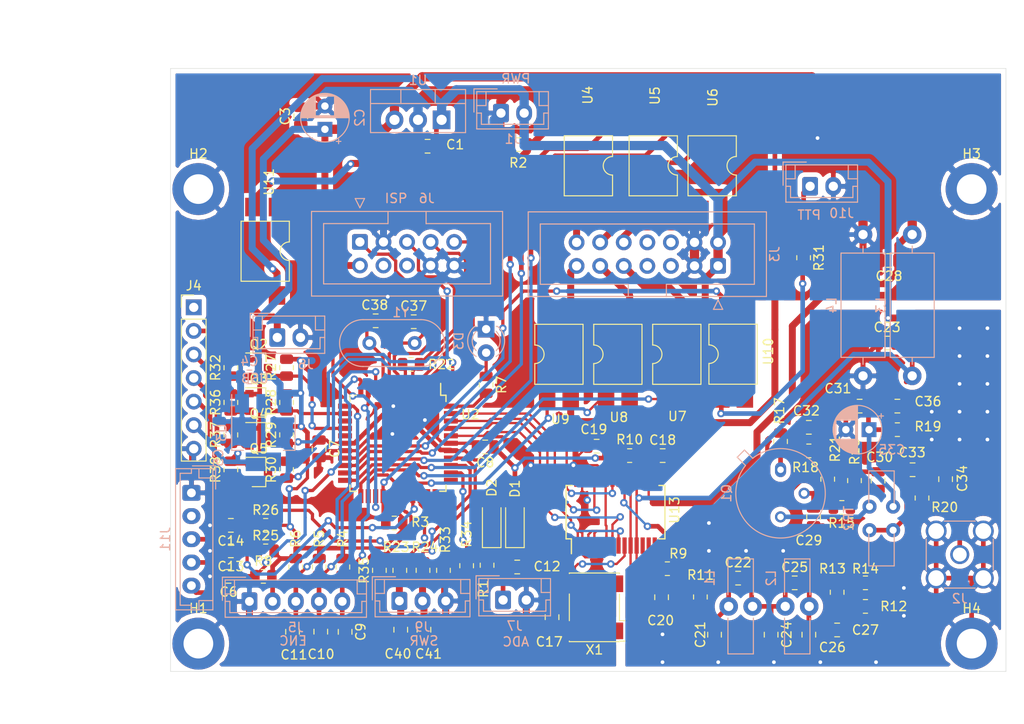
<source format=kicad_pcb>
(kicad_pcb (version 20171130) (host pcbnew 5.1.9-73d0e3b20d~88~ubuntu18.04.1)
  (layers (0 F.Cu signal) (31 B.Cu signal) (34 B.Paste user) (35 F.Paste user) (36 B.SilkS user) (37 F.SilkS user) (38 B.Mask user) (39 F.Mask user) (44 Edge.Cuts user))
  (net 0 "")
  (net 1 GND)
  (net 2 +12V)
  (net 3 +5V)
  (net 4 /80m)
  (net 5 /40m)
  (net 6 /30m)
  (net 7 /10m)
  (net 8 /15m)
  (net 9 /20m)
  (net 10 /T_IRQ)
  (net 11 /T_DO)
  (net 12 /T_DIN)
  (net 13 /SDO)
  (net 14 /SCK)
  (net 15 /SDI)
  (net 16 /DC)
  (net 17 /RST)
  (net 18 /ENC_SW)
  (net 19 /ENC_B)
  (net 20 /ENC_A)
  (net 21 "Net-(C12-Pad1)")
  (net 22 /ADC)
  (net 23 /80m_out)
  (net 24 /40m_out)
  (net 25 /30m_out)
  (net 26 /10m_out)
  (net 27 /15m_out)
  (net 28 /20m_out)
  (net 29 /PTT)
  (net 30 "Net-(R2-Pad2)")
  (net 31 "Net-(J8-Pad1)")
  (net 32 /USB)
  (net 33 +5VA)
  (net 34 GNDA)
  (net 35 "Net-(C21-Pad1)")
  (net 36 "Net-(C22-Pad2)")
  (net 37 "Net-(C25-Pad2)")
  (net 38 "Net-(C27-Pad1)")
  (net 39 "Net-(C29-Pad2)")
  (net 40 "Net-(C29-Pad1)")
  (net 41 "Net-(C30-Pad2)")
  (net 42 "Net-(C30-Pad1)")
  (net 43 "Net-(C32-Pad2)")
  (net 44 "Net-(C33-Pad1)")
  (net 45 "Net-(C34-Pad1)")
  (net 46 "Net-(Q1-Pad3)")
  (net 47 "Net-(Q1-Pad1)")
  (net 48 "Net-(R9-Pad2)")
  (net 49 "Net-(R10-Pad2)")
  (net 50 /D7)
  (net 51 /FQ_UD)
  (net 52 /WCLK)
  (net 53 /125MHZ)
  (net 54 "Net-(C37-Pad1)")
  (net 55 "Net-(C38-Pad1)")
  (net 56 /RESET)
  (net 57 "Net-(C40-Pad1)")
  (net 58 "Net-(C41-Pad1)")
  (net 59 /FWD)
  (net 60 /REF)
  (net 61 "Net-(J10-Pad1)")
  (net 62 "Net-(R31-Pad2)")
  (net 63 "Net-(C31-Pad1)")
  (net 64 "Net-(C17-Pad1)")
  (net 65 "Net-(D1-Pad1)")
  (net 66 /AD_RST)
  (net 67 "Net-(D3-Pad2)")
  (net 68 /LED2)
  (net 69 +3V3)
  (net 70 /SCK_3)
  (net 71 /SDI_3)
  (net 72 /RST_3)
  (net 73 /DC_3)
  (module Resistor_SMD:R_0805_2012Metric (layer F.Cu) (at 81.5 143.25 90)
    (fp_text reference R38 (at 0 -1.65 90) (layer F.SilkS))
    (fp_text value 10k)
    (pad 2 smd roundrect (at 0.9125 0 90) (size 1.025 1.4) (layers F.Cu F.Paste F.Mask) (roundrect_rratio 0.243902) (net 69 +3V3))
    (pad 1 smd roundrect (at -0.9125 0 90) (size 1.025 1.4) (layers F.Cu F.Paste F.Mask) (roundrect_rratio 0.243902) (net 70 /SCK_3))
  )
  (module Resistor_SMD:R_0805_2012Metric (layer F.Cu) (at 81.5 139.5 90)
    (fp_text reference R37 (at 0 -1.65 90) (layer F.SilkS))
    (fp_text value 10k)
    (pad 2 smd roundrect (at 0.9125 0 90) (size 1.025 1.4) (layers F.Cu F.Paste F.Mask) (roundrect_rratio 0.243902) (net 69 +3V3))
    (pad 1 smd roundrect (at -0.9125 0 90) (size 1.025 1.4) (layers F.Cu F.Paste F.Mask) (roundrect_rratio 0.243902) (net 71 /SDI_3))
  )
  (module Resistor_SMD:R_0805_2012Metric (layer F.Cu) (at 81.5 136 90)
    (fp_text reference R36 (at 0 -1.65 90) (layer F.SilkS))
    (fp_text value 10k)
    (pad 2 smd roundrect (at 0.9125 0 90) (size 1.025 1.4) (layers F.Cu F.Paste F.Mask) (roundrect_rratio 0.243902) (net 69 +3V3))
    (pad 1 smd roundrect (at -0.9125 0 90) (size 1.025 1.4) (layers F.Cu F.Paste F.Mask) (roundrect_rratio 0.243902) (net 72 /RST_3))
  )
  (module Resistor_SMD:R_0805_2012Metric (layer F.Cu) (at 81.5 132.25 90)
    (fp_text reference R32 (at 0 -1.65 90) (layer F.SilkS))
    (fp_text value 10k)
    (pad 2 smd roundrect (at 0.9125 0 90) (size 1.025 1.4) (layers F.Cu F.Paste F.Mask) (roundrect_rratio 0.243902) (net 69 +3V3))
    (pad 1 smd roundrect (at -0.9125 0 90) (size 1.025 1.4) (layers F.Cu F.Paste F.Mask) (roundrect_rratio 0.243902) (net 73 /DC_3))
  )
  (module Resistor_SMD:R_0805_2012Metric (layer F.Cu) (at 87.5 143.25 90)
    (fp_text reference R30 (at 0 -1.65 90) (layer F.SilkS))
    (fp_text value 10k)
    (pad 2 smd roundrect (at 0.9125 0 90) (size 1.025 1.4) (layers F.Cu F.Paste F.Mask) (roundrect_rratio 0.243902) (net 3 +5V))
    (pad 1 smd roundrect (at -0.9125 0 90) (size 1.025 1.4) (layers F.Cu F.Paste F.Mask) (roundrect_rratio 0.243902) (net 14 /SCK))
  )
  (module Resistor_SMD:R_0805_2012Metric (layer F.Cu) (at 87.5 139.5 90)
    (fp_text reference R29 (at 0 -1.65 90) (layer F.SilkS))
    (fp_text value 10k)
    (pad 2 smd roundrect (at 0.9125 0 90) (size 1.025 1.4) (layers F.Cu F.Paste F.Mask) (roundrect_rratio 0.243902) (net 3 +5V))
    (pad 1 smd roundrect (at -0.9125 0 90) (size 1.025 1.4) (layers F.Cu F.Paste F.Mask) (roundrect_rratio 0.243902) (net 15 /SDI))
  )
  (module Resistor_SMD:R_0805_2012Metric (layer F.Cu) (at 87.5 136 90)
    (fp_text reference R28 (at 0 -1.65 90) (layer F.SilkS))
    (fp_text value 10k)
    (pad 2 smd roundrect (at 0.9125 0 90) (size 1.025 1.4) (layers F.Cu F.Paste F.Mask) (roundrect_rratio 0.243902) (net 3 +5V))
    (pad 1 smd roundrect (at -0.9125 0 90) (size 1.025 1.4) (layers F.Cu F.Paste F.Mask) (roundrect_rratio 0.243902) (net 17 /RST))
  )
  (module Resistor_SMD:R_0805_2012Metric (layer F.Cu) (at 87.5 132.25 90)
    (fp_text reference R27 (at 0 -1.65 90) (layer F.SilkS))
    (fp_text value 10k)
    (pad 2 smd roundrect (at 0.9125 0 90) (size 1.025 1.4) (layers F.Cu F.Paste F.Mask) (roundrect_rratio 0.243902) (net 3 +5V))
    (pad 1 smd roundrect (at -0.9125 0 90) (size 1.025 1.4) (layers F.Cu F.Paste F.Mask) (roundrect_rratio 0.243902) (net 16 /DC))
  )
  (module Package_TO_SOT_SMD:SOT-23 (layer F.Cu) (at 84.5 143.5)
    (fp_text reference Q5 (at 0 -2.5) (layer F.SilkS))
    (fp_text value 2N7002)
    (pad 3 smd rect (at 1 0) (size 0.9 0.8) (layers F.Cu F.Paste F.Mask) (net 14 /SCK))
    (pad 2 smd rect (at -1 0.95) (size 0.9 0.8) (layers F.Cu F.Paste F.Mask) (net 70 /SCK_3))
    (pad 1 smd rect (at -1 -0.95) (size 0.9 0.8) (layers F.Cu F.Paste F.Mask) (net 69 +3V3))
  )
  (module Package_TO_SOT_SMD:SOT-23 (layer F.Cu) (at 84.5 139.75)
    (fp_text reference Q4 (at 0 -2.5) (layer F.SilkS))
    (fp_text value 2N7002)
    (pad 3 smd rect (at 1 0) (size 0.9 0.8) (layers F.Cu F.Paste F.Mask) (net 15 /SDI))
    (pad 2 smd rect (at -1 0.95) (size 0.9 0.8) (layers F.Cu F.Paste F.Mask) (net 71 /SDI_3))
    (pad 1 smd rect (at -1 -0.95) (size 0.9 0.8) (layers F.Cu F.Paste F.Mask) (net 69 +3V3))
  )
  (module Package_TO_SOT_SMD:SOT-23 (layer F.Cu) (at 84.5 136)
    (fp_text reference Q3 (at 0 -2.5) (layer F.SilkS))
    (fp_text value 2N7002)
    (pad 3 smd rect (at 1 0) (size 0.9 0.8) (layers F.Cu F.Paste F.Mask) (net 17 /RST))
    (pad 2 smd rect (at -1 0.95) (size 0.9 0.8) (layers F.Cu F.Paste F.Mask) (net 72 /RST_3))
    (pad 1 smd rect (at -1 -0.95) (size 0.9 0.8) (layers F.Cu F.Paste F.Mask) (net 69 +3V3))
  )
  (module Package_TO_SOT_SMD:SOT-23 (layer F.Cu) (at 84.5 132.25)
    (fp_text reference Q2 (at 0 -2.5) (layer F.SilkS))
    (fp_text value 2N7002)
    (pad 3 smd rect (at 1 0) (size 0.9 0.8) (layers F.Cu F.Paste F.Mask) (net 16 /DC))
    (pad 2 smd rect (at -1 0.95) (size 0.9 0.8) (layers F.Cu F.Paste F.Mask) (net 73 /DC_3))
    (pad 1 smd rect (at -1 -0.95) (size 0.9 0.8) (layers F.Cu F.Paste F.Mask) (net 69 +3V3))
  )
  (module Resistor_SMD:R_0805_2012Metric (layer F.Cu) (at 85.25 149.25)
    (fp_text reference R26 (at 0 -1.65) (layer F.SilkS))
    (fp_text value 1k)
    (pad 2 smd roundrect (at 0.9125 0) (size 1.025 1.4) (layers F.Cu F.Paste F.Mask) (roundrect_rratio 0.243902) (net 3 +5V))
    (pad 1 smd roundrect (at -0.9125 0) (size 1.025 1.4) (layers F.Cu F.Paste F.Mask) (roundrect_rratio 0.243902) (net 11 /T_DO))
  )
  (module Resistor_SMD:R_0805_2012Metric (layer F.Cu) (at 85.25 152)
    (fp_text reference R25 (at 0 -1.65) (layer F.SilkS))
    (fp_text value 1k)
    (pad 2 smd roundrect (at 0.9125 0) (size 1.025 1.4) (layers F.Cu F.Paste F.Mask) (roundrect_rratio 0.243902) (net 3 +5V))
    (pad 1 smd roundrect (at -0.9125 0) (size 1.025 1.4) (layers F.Cu F.Paste F.Mask) (roundrect_rratio 0.243902) (net 12 /T_DIN))
  )
  (module Resistor_SMD:R_0805_2012Metric (layer F.Cu) (at 85 154.75)
    (fp_text reference R8 (at 0 -1.65) (layer F.SilkS))
    (fp_text value 1k)
    (pad 2 smd roundrect (at 0.9125 0) (size 1.025 1.4) (layers F.Cu F.Paste F.Mask) (roundrect_rratio 0.243902) (net 3 +5V))
    (pad 1 smd roundrect (at -0.9125 0) (size 1.025 1.4) (layers F.Cu F.Paste F.Mask) (roundrect_rratio 0.243902) (net 10 /T_IRQ))
  )
  (module Connector_JST:JST_EH_B5B-EH-A_1x05_P2.50mm_Vertical (layer B.Cu) (at 77.25 145.75 270)
    (fp_text reference J11 (at 5 2.8 270) (layer B.SilkS) (effects (justify mirror)))
    (fp_text value BUTTONS)
    (pad 5 thru_hole oval (at 10 0 270) (size 1.7 1.95) (drill 0.95) (layers *.Cu *.Mask) (net 10 /T_IRQ))
    (pad 4 thru_hole oval (at 7.5 0 270) (size 1.7 1.95) (drill 0.95) (layers *.Cu *.Mask) (net 12 /T_DIN))
    (pad 3 thru_hole oval (at 5 0 270) (size 1.7 1.95) (drill 0.95) (layers *.Cu *.Mask) (net 11 /T_DO))
    (pad 2 thru_hole oval (at 2.5 0 270) (size 1.7 1.95) (drill 0.95) (layers *.Cu *.Mask))
    (pad 1 thru_hole roundrect (at 0 0 270) (size 1.7 1.95) (drill 0.95) (layers *.Cu *.Mask) (roundrect_rratio 0.147059) (net 1 GND))
  )
  (module Connector_PinHeader_2.54mm:PinHeader_1x07_P2.54mm_Vertical (layer F.Cu) (at 77.5 125.75)
    (fp_text reference J4 (at 0 -2.33) (layer F.SilkS))
    (fp_text value OLED)
    (pad 7 thru_hole oval (at 0 15.24) (size 1.7 1.7) (drill 1) (layers *.Cu *.Mask) (net 1 GND))
    (pad 6 thru_hole oval (at 0 12.7) (size 1.7 1.7) (drill 1) (layers *.Cu *.Mask) (net 69 +3V3))
    (pad 5 thru_hole oval (at 0 10.16) (size 1.7 1.7) (drill 1) (layers *.Cu *.Mask) (net 70 /SCK_3))
    (pad 4 thru_hole oval (at 0 7.62) (size 1.7 1.7) (drill 1) (layers *.Cu *.Mask) (net 71 /SDI_3))
    (pad 3 thru_hole oval (at 0 5.08) (size 1.7 1.7) (drill 1) (layers *.Cu *.Mask) (net 72 /RST_3))
    (pad 2 thru_hole oval (at 0 2.54) (size 1.7 1.7) (drill 1) (layers *.Cu *.Mask) (net 73 /DC_3))
    (pad 1 thru_hole rect (at 0 0) (size 1.7 1.7) (drill 1) (layers *.Cu *.Mask))
  )
  (module Capacitor_SMD:C_0805_2012Metric (layer F.Cu) (at 81.5 149.25 180)
    (fp_text reference C14 (at 0 -1.68) (layer F.SilkS))
    (fp_text value 0.1u)
    (pad 2 smd roundrect (at 0.95 0 180) (size 1 1.45) (layers F.Cu F.Paste F.Mask) (net 1 GND))
    (pad 1 smd roundrect (at -0.95 0 180) (size 1 1.45) (layers F.Cu F.Paste F.Mask) (net 11 /T_DO))
  )
  (module Capacitor_SMD:C_0805_2012Metric (layer F.Cu) (at 81.5 152 180)
    (fp_text reference C13 (at 0 -1.68) (layer F.SilkS))
    (fp_text value 0.1u)
    (pad 2 smd roundrect (at 0.95 0 180) (size 1 1.45) (layers F.Cu F.Paste F.Mask) (net 1 GND))
    (pad 1 smd roundrect (at -0.95 0 180) (size 1 1.45) (layers F.Cu F.Paste F.Mask) (net 12 /T_DIN))
  )
  (module Capacitor_SMD:C_0805_2012Metric (layer F.Cu) (at 81.25 154.75 180)
    (fp_text reference C6 (at 0 -1.68) (layer F.SilkS))
    (fp_text value 0.1u)
    (pad 2 smd roundrect (at 0.95 0 180) (size 1 1.45) (layers F.Cu F.Paste F.Mask) (net 1 GND))
    (pad 1 smd roundrect (at -0.95 0 180) (size 1 1.45) (layers F.Cu F.Paste F.Mask) (net 10 /T_IRQ))
  )
  (module Package_TO_SOT_SMD:SOT-223-3_TabPin2 (layer B.Cu) (at 85 139.25 270)
    (fp_text reference U3 (at 0 4.5 90) (layer B.SilkS) (effects (justify mirror)))
    (fp_text value AP1117-33)
    (pad 1 smd rect (at -3.15 2.3 270) (size 2 1.5) (layers B.Cu B.Paste B.Mask) (net 1 GND))
    (pad 3 smd rect (at -3.15 -2.3 270) (size 2 1.5) (layers B.Cu B.Paste B.Mask) (net 3 +5V))
    (pad 2 smd rect (at -3.15 0 270) (size 2 1.5) (layers B.Cu B.Paste B.Mask) (net 69 +3V3))
    (pad 2 smd rect (at 3.15 0 270) (size 2 3.8) (layers B.Cu B.Paste B.Mask) (net 69 +3V3))
  )
  (module Capacitor_SMD:C_0805_2012Metric (layer B.Cu) (at 83.5 133.25 180)
    (fp_text reference C4 (at 0 1.68) (layer B.SilkS) (effects (justify mirror)))
    (fp_text value 0.1u)
    (pad 2 smd roundrect (at 0.95 0 180) (size 1 1.45) (layers B.Cu B.Paste B.Mask) (net 1 GND))
    (pad 1 smd roundrect (at -0.95 0 180) (size 1 1.45) (layers B.Cu B.Paste B.Mask) (net 3 +5V))
  )
  (module Package_DIP:SMDIP-4_W9.53mm (layer F.Cu) (at 116.84 130.81 90)
    (fp_text reference U9 (at -6.99 0.16 180) (layer F.SilkS))
    (fp_text value LTV-817S)
    (pad 4 smd rect (at 4.765 -1.27 90) (size 2 1.78) (layers F.Cu F.Paste F.Mask) (net 2 +12V))
    (pad 2 smd rect (at -4.765 1.27 90) (size 2 1.78) (layers F.Cu F.Paste F.Mask) (net 30 "Net-(R2-Pad2)"))
    (pad 3 smd rect (at 4.765 1.27 90) (size 2 1.78) (layers F.Cu F.Paste F.Mask) (net 26 /10m_out))
    (pad 1 smd rect (at -4.765 -1.27 90) (size 2 1.78) (layers F.Cu F.Paste F.Mask) (net 7 /10m))
  )
  (module Resistor_SMD:R_0805_2012Metric (layer F.Cu) (at 109 134.1 270)
    (fp_text reference R7 (at 0 -1.65 90) (layer F.SilkS))
    (fp_text value 1k)
    (pad 2 smd roundrect (at 0.9125 0 270) (size 1.025 1.4) (layers F.Cu F.Paste F.Mask) (roundrect_rratio 0.2439014634146341) (net 68 /LED2))
    (pad 1 smd roundrect (at -0.9125 0 270) (size 1.025 1.4) (layers F.Cu F.Paste F.Mask) (roundrect_rratio 0.2439014634146341) (net 67 "Net-(D3-Pad2)"))
  )
  (module LED_THT:LED_D3.0mm (layer B.Cu) (at 109 128.1 270)
    (fp_text reference D3 (at 1.27 2.96 270) (layer B.SilkS) (effects (justify mirror)))
    (fp_text value LED)
    (pad 2 thru_hole circle (at 2.54 0 270) (size 1.8 1.8) (drill 0.9) (layers *.Cu *.Mask) (net 67 "Net-(D3-Pad2)"))
    (pad 1 thru_hole rect (at 0 0 270) (size 1.8 1.8) (drill 0.9) (layers *.Cu *.Mask) (net 1 GND))
  )
  (module Connector_IDC:IDC-Header_2x05_P2.54mm_Vertical (layer B.Cu) (at 95.4 118.7 270)
    (fp_text reference J6 (at -4.7 -7.2) (layer B.SilkS) (effects (justify mirror)))
    (fp_text value ISP)
    (pad 10 thru_hole circle (at 2.54 -10.16 270) (size 1.7 1.7) (drill 1) (layers *.Cu *.Mask) (net 1 GND))
    (pad 8 thru_hole circle (at 2.54 -7.62 270) (size 1.7 1.7) (drill 1) (layers *.Cu *.Mask) (net 1 GND))
    (pad 6 thru_hole circle (at 2.54 -5.08 270) (size 1.7 1.7) (drill 1) (layers *.Cu *.Mask))
    (pad 4 thru_hole circle (at 2.54 -2.54 270) (size 1.7 1.7) (drill 1) (layers *.Cu *.Mask))
    (pad 2 thru_hole circle (at 2.54 0 270) (size 1.7 1.7) (drill 1) (layers *.Cu *.Mask) (net 3 +5V))
    (pad 9 thru_hole circle (at 0 -10.16 270) (size 1.7 1.7) (drill 1) (layers *.Cu *.Mask) (net 13 /SDO))
    (pad 7 thru_hole circle (at 0 -7.62 270) (size 1.7 1.7) (drill 1) (layers *.Cu *.Mask) (net 14 /SCK))
    (pad 5 thru_hole circle (at 0 -5.08 270) (size 1.7 1.7) (drill 1) (layers *.Cu *.Mask) (net 56 /RESET))
    (pad 3 thru_hole circle (at 0 -2.54 270) (size 1.7 1.7) (drill 1) (layers *.Cu *.Mask) (net 1 GND))
    (pad 1 thru_hole roundrect (at 0 0 270) (size 1.7 1.7) (drill 1) (layers *.Cu *.Mask) (roundrect_rratio 0.1470588235294118) (net 15 /SDI))
  )
  (module Diode_SMD:D_MiniMELF (layer F.Cu) (at 109.6 149.1 90)
    (fp_text reference D2 (at 3.9 0 90) (layer F.SilkS))
    (fp_text value LL4148)
    (pad 2 smd rect (at 1.75 0 90) (size 1.3 1.7) (layers F.Cu F.Paste F.Mask) (net 65 "Net-(D1-Pad1)"))
    (pad 1 smd rect (at -1.75 0 90) (size 1.3 1.7) (layers F.Cu F.Paste F.Mask) (net 64 "Net-(C17-Pad1)"))
  )
  (module Diode_SMD:D_MiniMELF (layer F.Cu) (at 112.1 149.1 90)
    (fp_text reference D1 (at 3.8 0 90) (layer F.SilkS))
    (fp_text value LL4148)
    (pad 2 smd rect (at 1.75 0 90) (size 1.3 1.7) (layers F.Cu F.Paste F.Mask) (net 3 +5V))
    (pad 1 smd rect (at -1.75 0 90) (size 1.3 1.7) (layers F.Cu F.Paste F.Mask) (net 65 "Net-(D1-Pad1)"))
  )
  (module Package_QFP:TQFP-44_10x10mm_P0.8mm (layer F.Cu) (at 99.5 140.4 270)
    (fp_text reference U2 (at -3.1 -7.8 180) (layer F.SilkS))
    (fp_text value ATmega644-20AU)
    (pad 44 smd rect (at -4 -5.7) (size 1.5 0.55) (layers F.Cu F.Paste F.Mask) (net 68 /LED2))
    (pad 43 smd rect (at -3.2 -5.7) (size 1.5 0.55) (layers F.Cu F.Paste F.Mask) (net 66 /AD_RST))
    (pad 42 smd rect (at -2.4 -5.7) (size 1.5 0.55) (layers F.Cu F.Paste F.Mask) (net 50 /D7))
    (pad 41 smd rect (at -1.6 -5.7) (size 1.5 0.55) (layers F.Cu F.Paste F.Mask) (net 51 /FQ_UD))
    (pad 40 smd rect (at -0.8 -5.7) (size 1.5 0.55) (layers F.Cu F.Paste F.Mask) (net 52 /WCLK))
    (pad 39 smd rect (at 0 -5.7) (size 1.5 0.55) (layers F.Cu F.Paste F.Mask) (net 1 GND))
    (pad 38 smd rect (at 0.8 -5.7) (size 1.5 0.55) (layers F.Cu F.Paste F.Mask) (net 3 +5V))
    (pad 37 smd rect (at 1.6 -5.7) (size 1.5 0.55) (layers F.Cu F.Paste F.Mask) (net 59 /FWD))
    (pad 36 smd rect (at 2.4 -5.7) (size 1.5 0.55) (layers F.Cu F.Paste F.Mask) (net 60 /REF))
    (pad 35 smd rect (at 3.2 -5.7) (size 1.5 0.55) (layers F.Cu F.Paste F.Mask) (net 22 /ADC))
    (pad 34 smd rect (at 4 -5.7) (size 1.5 0.55) (layers F.Cu F.Paste F.Mask))
    (pad 33 smd rect (at 5.7 -4 270) (size 1.5 0.55) (layers F.Cu F.Paste F.Mask))
    (pad 32 smd rect (at 5.7 -3.2 270) (size 1.5 0.55) (layers F.Cu F.Paste F.Mask))
    (pad 31 smd rect (at 5.7 -2.4 270) (size 1.5 0.55) (layers F.Cu F.Paste F.Mask) (net 11 /T_DO))
    (pad 30 smd rect (at 5.7 -1.6 270) (size 1.5 0.55) (layers F.Cu F.Paste F.Mask) (net 12 /T_DIN))
    (pad 29 smd rect (at 5.7 -0.8 270) (size 1.5 0.55) (layers F.Cu F.Paste F.Mask))
    (pad 28 smd rect (at 5.7 0 270) (size 1.5 0.55) (layers F.Cu F.Paste F.Mask) (net 1 GND))
    (pad 27 smd rect (at 5.7 0.8 270) (size 1.5 0.55) (layers F.Cu F.Paste F.Mask) (net 3 +5V))
    (pad 26 smd rect (at 5.7 1.6 270) (size 1.5 0.55) (layers F.Cu F.Paste F.Mask) (net 29 /PTT))
    (pad 25 smd rect (at 5.7 2.4 270) (size 1.5 0.55) (layers F.Cu F.Paste F.Mask) (net 32 /USB))
    (pad 24 smd rect (at 5.7 3.2 270) (size 1.5 0.55) (layers F.Cu F.Paste F.Mask) (net 7 /10m))
    (pad 23 smd rect (at 5.7 4 270) (size 1.5 0.55) (layers F.Cu F.Paste F.Mask) (net 8 /15m))
    (pad 22 smd rect (at 4 5.7) (size 1.5 0.55) (layers F.Cu F.Paste F.Mask) (net 9 /20m))
    (pad 21 smd rect (at 3.2 5.7) (size 1.5 0.55) (layers F.Cu F.Paste F.Mask) (net 6 /30m))
    (pad 20 smd rect (at 2.4 5.7) (size 1.5 0.55) (layers F.Cu F.Paste F.Mask) (net 5 /40m))
    (pad 19 smd rect (at 1.6 5.7) (size 1.5 0.55) (layers F.Cu F.Paste F.Mask) (net 4 /80m))
    (pad 18 smd rect (at 0.8 5.7) (size 1.5 0.55) (layers F.Cu F.Paste F.Mask) (net 1 GND))
    (pad 17 smd rect (at 0 5.7) (size 1.5 0.55) (layers F.Cu F.Paste F.Mask) (net 3 +5V))
    (pad 16 smd rect (at -0.8 5.7) (size 1.5 0.55) (layers F.Cu F.Paste F.Mask))
    (pad 15 smd rect (at -1.6 5.7) (size 1.5 0.55) (layers F.Cu F.Paste F.Mask) (net 16 /DC))
    (pad 14 smd rect (at -2.4 5.7) (size 1.5 0.55) (layers F.Cu F.Paste F.Mask))
    (pad 13 smd rect (at -3.2 5.7) (size 1.5 0.55) (layers F.Cu F.Paste F.Mask) (net 17 /RST))
    (pad 12 smd rect (at -4 5.7) (size 1.5 0.55) (layers F.Cu F.Paste F.Mask) (net 20 /ENC_A))
    (pad 11 smd rect (at -5.7 4 270) (size 1.5 0.55) (layers F.Cu F.Paste F.Mask) (net 18 /ENC_SW))
    (pad 10 smd rect (at -5.7 3.2 270) (size 1.5 0.55) (layers F.Cu F.Paste F.Mask) (net 19 /ENC_B))
    (pad 9 smd rect (at -5.7 2.4 270) (size 1.5 0.55) (layers F.Cu F.Paste F.Mask) (net 10 /T_IRQ))
    (pad 8 smd rect (at -5.7 1.6 270) (size 1.5 0.55) (layers F.Cu F.Paste F.Mask) (net 55 "Net-(C38-Pad1)"))
    (pad 7 smd rect (at -5.7 0.8 270) (size 1.5 0.55) (layers F.Cu F.Paste F.Mask) (net 54 "Net-(C37-Pad1)"))
    (pad 6 smd rect (at -5.7 0 270) (size 1.5 0.55) (layers F.Cu F.Paste F.Mask) (net 1 GND))
    (pad 5 smd rect (at -5.7 -0.8 270) (size 1.5 0.55) (layers F.Cu F.Paste F.Mask) (net 3 +5V))
    (pad 4 smd rect (at -5.7 -1.6 270) (size 1.5 0.55) (layers F.Cu F.Paste F.Mask) (net 56 /RESET))
    (pad 3 smd rect (at -5.7 -2.4 270) (size 1.5 0.55) (layers F.Cu F.Paste F.Mask) (net 14 /SCK))
    (pad 2 smd rect (at -5.7 -3.2 270) (size 1.5 0.55) (layers F.Cu F.Paste F.Mask) (net 13 /SDO))
    (pad 1 smd rect (at -5.7 -4 270) (size 1.5 0.55) (layers F.Cu F.Paste F.Mask) (net 15 /SDI))
  )
  (module Resistor_SMD:R_0805_2012Metric (layer F.Cu) (at 97.5 154.1 90)
    (fp_text reference R35 (at 0 -1.65 90) (layer F.SilkS))
    (fp_text value 1k)
    (pad 2 smd roundrect (at 0.9125 0 90) (size 1.025 1.4) (layers F.Cu F.Paste F.Mask) (roundrect_rratio 0.2439014634146341) (net 59 /FWD))
    (pad 1 smd roundrect (at -0.9125 0 90) (size 1.025 1.4) (layers F.Cu F.Paste F.Mask) (roundrect_rratio 0.2439014634146341) (net 1 GND))
  )
  (module Resistor_SMD:R_0805_2012Metric (layer F.Cu) (at 106.9 153.6 90)
    (fp_text reference R34 (at 3.4 0 90) (layer F.SilkS))
    (fp_text value 1k)
    (pad 2 smd roundrect (at 0.9125 0 90) (size 1.025 1.4) (layers F.Cu F.Paste F.Mask) (roundrect_rratio 0.2439014634146341) (net 22 /ADC))
    (pad 1 smd roundrect (at -0.9125 0 90) (size 1.025 1.4) (layers F.Cu F.Paste F.Mask) (roundrect_rratio 0.2439014634146341) (net 1 GND))
  )
  (module Resistor_SMD:R_0805_2012Metric (layer F.Cu) (at 104.4 154.1 90)
    (fp_text reference R33 (at 3.3 0.2 90) (layer F.SilkS))
    (fp_text value 1k)
    (pad 2 smd roundrect (at 0.9125 0 90) (size 1.025 1.4) (layers F.Cu F.Paste F.Mask) (roundrect_rratio 0.2439014634146341) (net 60 /REF))
    (pad 1 smd roundrect (at -0.9125 0 90) (size 1.025 1.4) (layers F.Cu F.Paste F.Mask) (roundrect_rratio 0.2439014634146341) (net 1 GND))
  )
  (module Inductor_THT:L_Axial_L11.0mm_D4.5mm_P15.24mm_Horizontal_Fastron_MECC (layer B.Cu) (at 149.6 117.9 270)
    (fp_text reference L4 (at 7.62 3.37 270) (layer B.SilkS) (effects (justify mirror)))
    (fp_text value 10u)
    (pad 2 thru_hole oval (at 15.24 0 270) (size 2 2) (drill 1) (layers *.Cu *.Mask) (net 34 GNDA))
    (pad 1 thru_hole circle (at 0 0 270) (size 2 2) (drill 1) (layers *.Cu *.Mask) (net 1 GND))
  )
  (module Inductor_THT:L_Axial_L11.0mm_D4.5mm_P15.24mm_Horizontal_Fastron_MECC (layer B.Cu) (at 154.9 117.9 270)
    (fp_text reference L3 (at 7.62 3.37 270) (layer B.SilkS) (effects (justify mirror)))
    (fp_text value 10u)
    (pad 2 thru_hole oval (at 15.24 0 270) (size 2 2) (drill 1) (layers *.Cu *.Mask) (net 33 +5VA))
    (pad 1 thru_hole circle (at 0 0 270) (size 2 2) (drill 1) (layers *.Cu *.Mask) (net 3 +5V))
  )
  (module Connector_JST:JST_EH_B2B-EH-A_1x02_P2.50mm_Vertical (layer B.Cu) (at 143.9 112.7)
    (fp_text reference J10 (at 3.4 2.9) (layer B.SilkS) (effects (justify mirror)))
    (fp_text value PTT)
    (pad 2 thru_hole oval (at 2.5 0) (size 1.7 2) (drill 1) (layers *.Cu *.Mask) (net 1 GND))
    (pad 1 thru_hole roundrect (at 0 0) (size 1.7 2) (drill 1) (layers *.Cu *.Mask) (roundrect_rratio 0.1470588235294118) (net 61 "Net-(J10-Pad1)"))
  )
  (module Package_DIP:SMDIP-4_W9.53mm (layer F.Cu) (at 135.6 130.8 90)
    (fp_text reference U10 (at 0.3 3.8 90) (layer F.SilkS))
    (fp_text value LTV-817S)
    (pad 4 smd rect (at 4.765 -1.27 90) (size 2 1.78) (layers F.Cu F.Paste F.Mask) (net 29 /PTT))
    (pad 2 smd rect (at -4.765 1.27 90) (size 2 1.78) (layers F.Cu F.Paste F.Mask) (net 1 GND))
    (pad 3 smd rect (at 4.765 1.27 90) (size 2 1.78) (layers F.Cu F.Paste F.Mask) (net 1 GND))
    (pad 1 smd rect (at -4.765 -1.27 90) (size 2 1.78) (layers F.Cu F.Paste F.Mask) (net 62 "Net-(R31-Pad2)"))
  )
  (module Resistor_SMD:R_0805_2012Metric (layer F.Cu) (at 143.2 120.4 270)
    (fp_text reference R31 (at 0 -1.65 90) (layer F.SilkS))
    (fp_text value 1k)
    (pad 2 smd roundrect (at 0.9125 0 270) (size 1.025 1.4) (layers F.Cu F.Paste F.Mask) (roundrect_rratio 0.2439014634146341) (net 62 "Net-(R31-Pad2)"))
    (pad 1 smd roundrect (at -0.9125 0 270) (size 1.025 1.4) (layers F.Cu F.Paste F.Mask) (roundrect_rratio 0.2439014634146341) (net 61 "Net-(J10-Pad1)"))
  )
  (module Capacitor_THT:CP_Radial_D5.0mm_P2.50mm (layer B.Cu) (at 150.252 138.936 180)
    (fp_text reference C35 (at -2.448 -2.164) (layer B.SilkS) (effects (justify mirror)))
    (fp_text value 22u)
    (pad 2 thru_hole circle (at 2.5 0 180) (size 1.6 1.6) (drill 0.8) (layers *.Cu *.Mask) (net 34 GNDA))
    (pad 1 thru_hole rect (at 0 0 180) (size 1.6 1.6) (drill 0.8) (layers *.Cu *.Mask) (net 63 "Net-(C31-Pad1)"))
  )
  (module Capacitor_THT:CP_Radial_D5.0mm_P2.50mm (layer B.Cu) (at 91.6305 106.553 90)
    (fp_text reference C2 (at 1.25 3.75 90) (layer B.SilkS) (effects (justify mirror)))
    (fp_text value 22u)
    (pad 2 thru_hole circle (at 2.5 0 90) (size 1.6 1.6) (drill 0.8) (layers *.Cu *.Mask) (net 1 GND))
    (pad 1 thru_hole rect (at 0 0 90) (size 1.6 1.6) (drill 0.8) (layers *.Cu *.Mask) (net 3 +5V))
  )
  (module MountingHole:MountingHole_3.2mm_M3_DIN965_Pad (layer F.Cu) (at 161.3 162)
    (fp_text reference H4 (at 0 -3.8) (layer F.SilkS))
    (fp_text value gnd)
    (pad 1 thru_hole circle (at 0 0) (size 5.6 5.6) (drill 3.2) (layers *.Cu *.Mask) (net 34 GNDA))
  )
  (module MountingHole:MountingHole_3.2mm_M3_DIN965_Pad (layer F.Cu) (at 161.3 113)
    (fp_text reference H3 (at 0 -3.8) (layer F.SilkS))
    (fp_text value gnd)
    (pad 1 thru_hole circle (at 0 0) (size 5.6 5.6) (drill 3.2) (layers *.Cu *.Mask) (net 1 GND))
  )
  (module MountingHole:MountingHole_3.2mm_M3_DIN965_Pad (layer F.Cu) (at 78 113)
    (fp_text reference H2 (at 0 -3.8) (layer F.SilkS))
    (fp_text value gnd)
    (pad 1 thru_hole circle (at 0 0) (size 5.6 5.6) (drill 3.2) (layers *.Cu *.Mask) (net 1 GND))
  )
  (module MountingHole:MountingHole_3.2mm_M3_DIN965_Pad (layer F.Cu) (at 78 162)
    (fp_text reference H1 (at 0 -3.8) (layer F.SilkS))
    (fp_text value gnd)
    (pad 1 thru_hole circle (at 0 0) (size 5.6 5.6) (drill 3.2) (layers *.Cu *.Mask) (net 1 GND))
  )
  (module Connector_JST:JST_EH_B3B-EH-A_1x03_P2.50mm_Vertical (layer B.Cu) (at 99.65 157.4)
    (fp_text reference J9 (at 2.5 2.8) (layer B.SilkS) (effects (justify mirror)))
    (fp_text value SWR)
    (pad 3 thru_hole oval (at 5 0) (size 1.7 1.95) (drill 0.95) (layers *.Cu *.Mask) (net 1 GND))
    (pad 2 thru_hole oval (at 2.5 0) (size 1.7 1.95) (drill 0.95) (layers *.Cu *.Mask) (net 58 "Net-(C41-Pad1)"))
    (pad 1 thru_hole roundrect (at 0 0) (size 1.7 1.95) (drill 0.95) (layers *.Cu *.Mask) (roundrect_rratio 0.1470588235294118) (net 57 "Net-(C40-Pad1)"))
  )
  (module Resistor_SMD:R_0805_2012Metric (layer F.Cu) (at 102.2 154.1 90)
    (fp_text reference R24 (at 2.5 0.2 180) (layer F.SilkS))
    (fp_text value 1k)
    (pad 2 smd roundrect (at 0.9125 0 90) (size 1.025 1.4) (layers F.Cu F.Paste F.Mask) (roundrect_rratio 0.2439014634146341) (net 60 /REF))
    (pad 1 smd roundrect (at -0.9125 0 90) (size 1.025 1.4) (layers F.Cu F.Paste F.Mask) (roundrect_rratio 0.2439014634146341) (net 58 "Net-(C41-Pad1)"))
  )
  (module Resistor_SMD:R_0805_2012Metric (layer F.Cu) (at 99.7 154.1 90)
    (fp_text reference R23 (at 2.5 -0.4 180) (layer F.SilkS))
    (fp_text value 1k)
    (pad 2 smd roundrect (at 0.9125 0 90) (size 1.025 1.4) (layers F.Cu F.Paste F.Mask) (roundrect_rratio 0.2439014634146341) (net 59 /FWD))
    (pad 1 smd roundrect (at -0.9125 0 90) (size 1.025 1.4) (layers F.Cu F.Paste F.Mask) (roundrect_rratio 0.2439014634146341) (net 57 "Net-(C40-Pad1)"))
  )
  (module Capacitor_SMD:C_0805_2012Metric (layer F.Cu) (at 102.3 160.5 270)
    (fp_text reference C41 (at 2.6 -0.5 180) (layer F.SilkS))
    (fp_text value 0.1u)
    (pad 2 smd roundrect (at 0.95 0 270) (size 1 1.45) (layers F.Cu F.Paste F.Mask) (net 1 GND))
    (pad 1 smd roundrect (at -0.95 0 270) (size 1 1.45) (layers F.Cu F.Paste F.Mask) (net 58 "Net-(C41-Pad1)"))
  )
  (module Capacitor_SMD:C_0805_2012Metric (layer F.Cu) (at 99.8 160.5 270)
    (fp_text reference C40 (at 2.6 0.3 180) (layer F.SilkS))
    (fp_text value 0.1u)
    (pad 2 smd roundrect (at 0.95 0 270) (size 1 1.45) (layers F.Cu F.Paste F.Mask) (net 1 GND))
    (pad 1 smd roundrect (at -0.95 0 270) (size 1 1.45) (layers F.Cu F.Paste F.Mask) (net 57 "Net-(C40-Pad1)"))
  )
  (module Resistor_SMD:R_0805_2012Metric (layer F.Cu) (at 100.9125 131.9 180)
    (fp_text reference R22 (at -3.2875 0 180) (layer F.SilkS))
    (fp_text value 1k)
    (pad 2 smd roundrect (at 0.9125 0 180) (size 1.025 1.4) (layers F.Cu F.Paste F.Mask) (roundrect_rratio 0.2439014634146341) (net 3 +5V))
    (pad 1 smd roundrect (at -0.9125 0 180) (size 1.025 1.4) (layers F.Cu F.Paste F.Mask) (roundrect_rratio 0.2439014634146341) (net 56 /RESET))
  )
  (module Inductor:L_Toroid_Vertical_L10.0mm_W5.0mm_4pin (layer B.Cu) (at 150.3 148.5 270)
    (fp_text reference TR2 (at 0 2.25 90) (layer B.SilkS) (effects (justify mirror)))
    (fp_text value FT50-43)
    (pad 3 thru_hole circle (at -1.27 -2.54 270) (size 1.524 1.524) (drill 0.762) (layers *.Cu *.Mask) (net 63 "Net-(C31-Pad1)"))
    (pad 4 thru_hole circle (at 1.27 -2.54 270) (size 1.524 1.524) (drill 0.762) (layers *.Cu *.Mask) (net 42 "Net-(C30-Pad1)"))
    (pad 2 thru_hole circle (at 1.27 0 270) (size 1.524 1.524) (drill 0.762) (layers *.Cu *.Mask) (net 42 "Net-(C30-Pad1)"))
    (pad 1 thru_hole circle (at -1.27 0 270) (size 1.524 1.524) (drill 0.762) (layers *.Cu *.Mask) (net 46 "Net-(Q1-Pad3)"))
  )
  (module Crystal:Crystal_HC49-U_Vertical (layer B.Cu) (at 101.3 129.6 180)
    (fp_text reference Y1 (at 1.5 3.3) (layer B.SilkS) (effects (justify mirror)))
    (fp_text value 8MHz)
    (pad 2 thru_hole circle (at 4.88 0 180) (size 1.5 1.5) (drill 0.8) (layers *.Cu *.Mask) (net 55 "Net-(C38-Pad1)"))
    (pad 1 thru_hole circle (at 0 0 180) (size 1.5 1.5) (drill 0.8) (layers *.Cu *.Mask) (net 54 "Net-(C37-Pad1)"))
  )
  (module Capacitor_SMD:C_0805_2012Metric (layer F.Cu) (at 97.1 127.2)
    (fp_text reference C38 (at -0.1 -1.7) (layer F.SilkS))
    (fp_text value 22p)
    (pad 2 smd roundrect (at 0.95 0) (size 1 1.45) (layers F.Cu F.Paste F.Mask) (net 1 GND))
    (pad 1 smd roundrect (at -0.95 0) (size 1 1.45) (layers F.Cu F.Paste F.Mask) (net 55 "Net-(C38-Pad1)"))
  )
  (module Capacitor_SMD:C_0805_2012Metric (layer F.Cu) (at 101.2 127.3 180)
    (fp_text reference C37 (at 0 1.7) (layer F.SilkS))
    (fp_text value 22p)
    (pad 2 smd roundrect (at 0.95 0 180) (size 1 1.45) (layers F.Cu F.Paste F.Mask) (net 1 GND))
    (pad 1 smd roundrect (at -0.95 0 180) (size 1 1.45) (layers F.Cu F.Paste F.Mask) (net 54 "Net-(C37-Pad1)"))
  )
  (module Package_DIP:SMDIP-4_W9.53mm (layer F.Cu) (at 85.2 119.7 270)
    (fp_text reference U11 (at -7.47776 -0.4191 270) (layer F.SilkS))
    (fp_text value LTV-817S)
    (pad 4 smd rect (at 4.765 -1.27 270) (size 2 1.78) (layers F.Cu F.Paste F.Mask) (net 2 +12V))
    (pad 2 smd rect (at -4.765 1.27 270) (size 2 1.78) (layers F.Cu F.Paste F.Mask) (net 30 "Net-(R2-Pad2)"))
    (pad 3 smd rect (at 4.765 1.27 270) (size 2 1.78) (layers F.Cu F.Paste F.Mask) (net 31 "Net-(J8-Pad1)"))
    (pad 1 smd rect (at -4.765 -1.27 270) (size 2 1.78) (layers F.Cu F.Paste F.Mask) (net 32 /USB))
  )
  (module Capacitor_SMD:C_0805_2012Metric (layer F.Cu) (at 133.604 161.036 270)
    (fp_text reference C21 (at 0 1.524 90) (layer F.SilkS))
    (fp_text value 22p)
    (pad 2 smd roundrect (at 0.95 0 270) (size 1 1.45) (layers F.Cu F.Paste F.Mask) (net 34 GNDA))
    (pad 1 smd roundrect (at -0.95 0 270) (size 1 1.45) (layers F.Cu F.Paste F.Mask) (net 35 "Net-(C21-Pad1)"))
  )
  (module Capacitor_SMD:C_0805_2012Metric (layer F.Cu) (at 153.3 136.396)
    (fp_text reference C36 (at 3.3 -0.496) (layer F.SilkS))
    (fp_text value 0.1u)
    (pad 2 smd roundrect (at 0.95 0) (size 1 1.45) (layers F.Cu F.Paste F.Mask) (net 2 +12V))
    (pad 1 smd roundrect (at -0.95 0) (size 1 1.45) (layers F.Cu F.Paste F.Mask) (net 34 GNDA))
  )
  (module Resistor_SMD:R_0805_2012Metric (layer F.Cu) (at 145.796 144.272 270)
    (fp_text reference R21 (at -3.272 -0.804 270) (layer F.SilkS))
    (fp_text value 470)
    (pad 2 smd roundrect (at 0.9125 0 270) (size 1.025 1.4) (layers F.Cu F.Paste F.Mask) (roundrect_rratio 0.2439014634146341) (net 40 "Net-(C29-Pad1)"))
    (pad 1 smd roundrect (at -0.9125 0 270) (size 1.025 1.4) (layers F.Cu F.Paste F.Mask) (roundrect_rratio 0.2439014634146341) (net 34 GNDA))
  )
  (module Inductor:L_Toroid_Vertical_L10.0mm_W5.0mm_P5.08mm (layer B.Cu) (at 141.224 157.988 270)
    (fp_text reference L2 (at -3.048 1.524 90) (layer B.SilkS) (effects (justify mirror)))
    (fp_text value 0.68u)
    (pad 2 thru_hole circle (at 0 -2.58 270) (size 2 2) (drill 1) (layers *.Cu *.Mask) (net 37 "Net-(C25-Pad2)"))
    (pad 1 thru_hole circle (at 0 0 270) (size 2 2) (drill 1) (layers *.Cu *.Mask) (net 36 "Net-(C22-Pad2)"))
  )
  (module Inductor:L_Toroid_Vertical_L10.0mm_W5.0mm_P5.08mm (layer B.Cu) (at 135.128 157.988 270)
    (fp_text reference L1 (at -3.048 2.032 90) (layer B.SilkS) (effects (justify mirror)))
    (fp_text value 1u)
    (pad 2 thru_hole circle (at 0 -2.58 270) (size 2 2) (drill 1) (layers *.Cu *.Mask) (net 36 "Net-(C22-Pad2)"))
    (pad 1 thru_hole circle (at 0 0 270) (size 2 2) (drill 1) (layers *.Cu *.Mask) (net 35 "Net-(C21-Pad1)"))
  )
  (module Oscillator:Oscillator_SMD_SeikoEpson_SG8002CA-4Pin_7.0x5.0mm (layer F.Cu) (at 120.664 158.088 90)
    (fp_text reference X1 (at -4.572 0 180) (layer F.SilkS))
    (fp_text value SG-8002CA)
    (pad 4 smd rect (at -2.54 -2.1 90) (size 1.8 2) (layers F.Cu F.Paste F.Mask) (net 64 "Net-(C17-Pad1)"))
    (pad 3 smd rect (at 2.54 -2.1 90) (size 1.8 2) (layers F.Cu F.Paste F.Mask) (net 53 /125MHZ))
    (pad 2 smd rect (at 2.54 2.1 90) (size 1.8 2) (layers F.Cu F.Paste F.Mask) (net 1 GND))
    (pad 1 smd rect (at -2.54 2.1 90) (size 1.8 2) (layers F.Cu F.Paste F.Mask))
  )
  (module Package_SO:SSOP-28_5.3x10.2mm_P0.65mm (layer F.Cu) (at 122.936 147.828 90)
    (fp_text reference U13 (at 0.228 6.364 90) (layer F.SilkS))
    (fp_text value AD9850)
    (pad 28 smd rect (at 3.6 -4.225 90) (size 1.75 0.45) (layers F.Cu F.Paste F.Mask) (net 1 GND))
    (pad 27 smd rect (at 3.6 -3.575 90) (size 1.75 0.45) (layers F.Cu F.Paste F.Mask) (net 1 GND))
    (pad 26 smd rect (at 3.6 -2.925 90) (size 1.75 0.45) (layers F.Cu F.Paste F.Mask) (net 1 GND))
    (pad 25 smd rect (at 3.6 -2.275 90) (size 1.75 0.45) (layers F.Cu F.Paste F.Mask) (net 50 /D7))
    (pad 24 smd rect (at 3.6 -1.625 90) (size 1.75 0.45) (layers F.Cu F.Paste F.Mask) (net 1 GND))
    (pad 23 smd rect (at 3.6 -0.975 90) (size 1.75 0.45) (layers F.Cu F.Paste F.Mask) (net 3 +5V))
    (pad 22 smd rect (at 3.6 -0.325 90) (size 1.75 0.45) (layers F.Cu F.Paste F.Mask) (net 66 /AD_RST))
    (pad 21 smd rect (at 3.6 0.325 90) (size 1.75 0.45) (layers F.Cu F.Paste F.Mask) (net 49 "Net-(R10-Pad2)"))
    (pad 20 smd rect (at 3.6 0.975 90) (size 1.75 0.45) (layers F.Cu F.Paste F.Mask) (net 35 "Net-(C21-Pad1)"))
    (pad 19 smd rect (at 3.6 1.625 90) (size 1.75 0.45) (layers F.Cu F.Paste F.Mask) (net 34 GNDA))
    (pad 18 smd rect (at 3.6 2.275 90) (size 1.75 0.45) (layers F.Cu F.Paste F.Mask) (net 33 +5VA))
    (pad 17 smd rect (at 3.6 2.925 90) (size 1.75 0.45) (layers F.Cu F.Paste F.Mask))
    (pad 16 smd rect (at 3.6 3.575 90) (size 1.75 0.45) (layers F.Cu F.Paste F.Mask) (net 3 +5V))
    (pad 15 smd rect (at 3.6 4.225 90) (size 1.75 0.45) (layers F.Cu F.Paste F.Mask) (net 1 GND))
    (pad 14 smd rect (at -3.6 4.225 90) (size 1.75 0.45) (layers F.Cu F.Paste F.Mask))
    (pad 13 smd rect (at -3.6 3.575 90) (size 1.75 0.45) (layers F.Cu F.Paste F.Mask))
    (pad 12 smd rect (at -3.6 2.925 90) (size 1.75 0.45) (layers F.Cu F.Paste F.Mask) (net 48 "Net-(R9-Pad2)"))
    (pad 11 smd rect (at -3.6 2.275 90) (size 1.75 0.45) (layers F.Cu F.Paste F.Mask) (net 33 +5VA))
    (pad 10 smd rect (at -3.6 1.625 90) (size 1.75 0.45) (layers F.Cu F.Paste F.Mask) (net 34 GNDA))
    (pad 9 smd rect (at -3.6 0.975 90) (size 1.75 0.45) (layers F.Cu F.Paste F.Mask) (net 53 /125MHZ))
    (pad 8 smd rect (at -3.6 0.325 90) (size 1.75 0.45) (layers F.Cu F.Paste F.Mask) (net 51 /FQ_UD))
    (pad 7 smd rect (at -3.6 -0.325 90) (size 1.75 0.45) (layers F.Cu F.Paste F.Mask) (net 52 /WCLK))
    (pad 6 smd rect (at -3.6 -0.975 90) (size 1.75 0.45) (layers F.Cu F.Paste F.Mask) (net 3 +5V))
    (pad 5 smd rect (at -3.6 -1.625 90) (size 1.75 0.45) (layers F.Cu F.Paste F.Mask) (net 1 GND))
    (pad 4 smd rect (at -3.6 -2.275 90) (size 1.75 0.45) (layers F.Cu F.Paste F.Mask) (net 3 +5V))
    (pad 3 smd rect (at -3.6 -2.925 90) (size 1.75 0.45) (layers F.Cu F.Paste F.Mask) (net 3 +5V))
    (pad 2 smd rect (at -3.6 -3.575 90) (size 1.75 0.45) (layers F.Cu F.Paste F.Mask) (net 1 GND))
    (pad 1 smd rect (at -3.6 -4.225 90) (size 1.75 0.45) (layers F.Cu F.Paste F.Mask) (net 1 GND))
  )
  (module Resistor_SMD:R_0805_2012Metric (layer F.Cu) (at 155.956 146.304 90)
    (fp_text reference R20 (at -0.996 2.444 180) (layer F.SilkS))
    (fp_text value 470)
    (pad 2 smd roundrect (at 0.9125 0 90) (size 1.025 1.4) (layers F.Cu F.Paste F.Mask) (roundrect_rratio 0.2439014634146341) (net 44 "Net-(C33-Pad1)"))
    (pad 1 smd roundrect (at -0.9125 0 90) (size 1.025 1.4) (layers F.Cu F.Paste F.Mask) (roundrect_rratio 0.2439014634146341) (net 34 GNDA))
  )
  (module Resistor_SMD:R_0805_2012Metric (layer F.Cu) (at 153.3 138.936 180)
    (fp_text reference R19 (at -3.3 0.336) (layer F.SilkS))
    (fp_text value 47)
    (pad 2 smd roundrect (at 0.9125 0 180) (size 1.025 1.4) (layers F.Cu F.Paste F.Mask) (roundrect_rratio 0.2439014634146341) (net 63 "Net-(C31-Pad1)"))
    (pad 1 smd roundrect (at -0.9125 0 180) (size 1.025 1.4) (layers F.Cu F.Paste F.Mask) (roundrect_rratio 0.2439014634146341) (net 2 +12V))
  )
  (module Resistor_SMD:R_0805_2012Metric (layer F.Cu) (at 143.764 141.224 180)
    (fp_text reference R18 (at 0.364 -1.776) (layer F.SilkS))
    (fp_text value 100)
    (pad 2 smd roundrect (at 0.9125 0 180) (size 1.025 1.4) (layers F.Cu F.Paste F.Mask) (roundrect_rratio 0.2439014634146341) (net 43 "Net-(C32-Pad2)"))
    (pad 1 smd roundrect (at -0.9125 0 180) (size 1.025 1.4) (layers F.Cu F.Paste F.Mask) (roundrect_rratio 0.2439014634146341) (net 34 GNDA))
  )
  (module Resistor_SMD:R_0805_2012Metric (layer F.Cu) (at 140.716 140.208 270)
    (fp_text reference R17 (at -3.308 0.116 90) (layer F.SilkS))
    (fp_text value 4.7)
    (pad 2 smd roundrect (at 0.9125 0 270) (size 1.025 1.4) (layers F.Cu F.Paste F.Mask) (roundrect_rratio 0.2439014634146341) (net 47 "Net-(Q1-Pad1)"))
    (pad 1 smd roundrect (at -0.9125 0 270) (size 1.025 1.4) (layers F.Cu F.Paste F.Mask) (roundrect_rratio 0.2439014634146341) (net 43 "Net-(C32-Pad2)"))
  )
  (module Resistor_SMD:R_0805_2012Metric (layer F.Cu) (at 148.68 144.424 90)
    (fp_text reference R16 (at 3.124 0.02 270) (layer F.SilkS))
    (fp_text value 2.2k)
    (pad 2 smd roundrect (at 0.9125 0 90) (size 1.025 1.4) (layers F.Cu F.Paste F.Mask) (roundrect_rratio 0.2439014634146341) (net 42 "Net-(C30-Pad1)"))
    (pad 1 smd roundrect (at -0.9125 0 90) (size 1.025 1.4) (layers F.Cu F.Paste F.Mask) (roundrect_rratio 0.2439014634146341) (net 41 "Net-(C30-Pad2)"))
  )
  (module Resistor_SMD:R_0805_2012Metric (layer F.Cu) (at 147.32 147.32)
    (fp_text reference R15 (at -0.02 1.68 180) (layer F.SilkS))
    (fp_text value 470)
    (pad 2 smd roundrect (at 0.9125 0) (size 1.025 1.4) (layers F.Cu F.Paste F.Mask) (roundrect_rratio 0.2439014634146341) (net 41 "Net-(C30-Pad2)"))
    (pad 1 smd roundrect (at -0.9125 0) (size 1.025 1.4) (layers F.Cu F.Paste F.Mask) (roundrect_rratio 0.2439014634146341) (net 40 "Net-(C29-Pad1)"))
  )
  (module Resistor_SMD:R_0805_2012Metric (layer F.Cu) (at 149.86 155.448 180)
    (fp_text reference R14 (at 0 1.524) (layer F.SilkS))
    (fp_text value 47)
    (pad 2 smd roundrect (at 0.9125 0 180) (size 1.025 1.4) (layers F.Cu F.Paste F.Mask) (roundrect_rratio 0.2439014634146341) (net 39 "Net-(C29-Pad2)"))
    (pad 1 smd roundrect (at -0.9125 0 180) (size 1.025 1.4) (layers F.Cu F.Paste F.Mask) (roundrect_rratio 0.2439014634146341) (net 34 GNDA))
  )
  (module Resistor_SMD:R_0805_2012Metric (layer F.Cu) (at 146.812 156.464 270)
    (fp_text reference R13 (at -2.54 0.508 180) (layer F.SilkS))
    (fp_text value 47)
    (pad 2 smd roundrect (at 0.9125 0 270) (size 1.025 1.4) (layers F.Cu F.Paste F.Mask) (roundrect_rratio 0.2439014634146341) (net 38 "Net-(C27-Pad1)"))
    (pad 1 smd roundrect (at -0.9125 0 270) (size 1.025 1.4) (layers F.Cu F.Paste F.Mask) (roundrect_rratio 0.2439014634146341) (net 39 "Net-(C29-Pad2)"))
  )
  (module Resistor_SMD:R_0805_2012Metric (layer F.Cu) (at 149.86 157.988)
    (fp_text reference R12 (at 3.048 0) (layer F.SilkS))
    (fp_text value 47)
    (pad 2 smd roundrect (at 0.9125 0) (size 1.025 1.4) (layers F.Cu F.Paste F.Mask) (roundrect_rratio 0.2439014634146341) (net 34 GNDA))
    (pad 1 smd roundrect (at -0.9125 0) (size 1.025 1.4) (layers F.Cu F.Paste F.Mask) (roundrect_rratio 0.2439014634146341) (net 38 "Net-(C27-Pad1)"))
  )
  (module Resistor_SMD:R_0805_2012Metric (layer F.Cu) (at 132.08 156.972 90)
    (fp_text reference R11 (at 2.372 0.02 180) (layer F.SilkS))
    (fp_text value 200)
    (pad 2 smd roundrect (at 0.9125 0 90) (size 1.025 1.4) (layers F.Cu F.Paste F.Mask) (roundrect_rratio 0.2439014634146341) (net 35 "Net-(C21-Pad1)"))
    (pad 1 smd roundrect (at -0.9125 0 90) (size 1.025 1.4) (layers F.Cu F.Paste F.Mask) (roundrect_rratio 0.2439014634146341) (net 34 GNDA))
  )
  (module Resistor_SMD:R_0805_2012Metric (layer F.Cu) (at 124.46 141.732 180)
    (fp_text reference R10 (at 0 1.732) (layer F.SilkS))
    (fp_text value 100)
    (pad 2 smd roundrect (at 0.9125 0 180) (size 1.025 1.4) (layers F.Cu F.Paste F.Mask) (roundrect_rratio 0.2439014634146341) (net 49 "Net-(R10-Pad2)"))
    (pad 1 smd roundrect (at -0.9125 0 180) (size 1.025 1.4) (layers F.Cu F.Paste F.Mask) (roundrect_rratio 0.2439014634146341) (net 34 GNDA))
  )
  (module Resistor_SMD:R_0805_2012Metric (layer F.Cu) (at 128.524 153.924 180)
    (fp_text reference R9 (at -1.176 1.624) (layer F.SilkS))
    (fp_text value 3.9k)
    (pad 2 smd roundrect (at 0.9125 0 180) (size 1.025 1.4) (layers F.Cu F.Paste F.Mask) (roundrect_rratio 0.2439014634146341) (net 48 "Net-(R9-Pad2)"))
    (pad 1 smd roundrect (at -0.9125 0 180) (size 1.025 1.4) (layers F.Cu F.Paste F.Mask) (roundrect_rratio 0.2439014634146341) (net 34 GNDA))
  )
  (module Package_TO_SOT_THT:TO-39-3 (layer B.Cu) (at 140.716 143.256 270)
    (fp_text reference Q1 (at 2.54 5.82 270) (layer B.SilkS) (effects (justify mirror)))
    (fp_text value 2N5109)
    (pad 3 thru_hole oval (at 5.08 0 270) (size 1.2 1.2) (drill 0.7) (layers *.Cu *.Mask) (net 46 "Net-(Q1-Pad3)"))
    (pad 2 thru_hole oval (at 2.54 -2.54 270) (size 1.2 1.2) (drill 0.7) (layers *.Cu *.Mask) (net 40 "Net-(C29-Pad1)"))
    (pad 1 thru_hole oval (at 0 0 270) (size 1.6 1.2) (drill 0.7) (layers *.Cu *.Mask) (net 47 "Net-(Q1-Pad1)"))
  )
  (module Connector_Coaxial:SMA_Amphenol_132291_Vertical (layer B.Cu) (at 160.02 152.4)
    (fp_text reference J2 (at 0 4.75) (layer B.SilkS) (effects (justify mirror)))
    (fp_text value RFOUT)
    (pad 2 thru_hole circle (at -2.54 -2.54) (size 2.25 2.25) (drill 1.7) (layers *.Cu *.Mask) (net 34 GNDA))
    (pad 2 thru_hole circle (at -2.54 2.54) (size 2.25 2.25) (drill 1.7) (layers *.Cu *.Mask) (net 34 GNDA))
    (pad 2 thru_hole circle (at 2.54 2.54) (size 2.25 2.25) (drill 1.7) (layers *.Cu *.Mask) (net 34 GNDA))
    (pad 2 thru_hole circle (at 2.54 -2.54) (size 2.25 2.25) (drill 1.7) (layers *.Cu *.Mask) (net 34 GNDA))
    (pad 1 thru_hole circle (at 0 0) (size 2.05 2.05) (drill 1.5) (layers *.Cu *.Mask) (net 45 "Net-(C34-Pad1)"))
  )
  (module Capacitor_SMD:C_0805_2012Metric (layer F.Cu) (at 158.496 144.272 90)
    (fp_text reference C34 (at 0.072 1.804 90) (layer F.SilkS))
    (fp_text value 0.1u)
    (pad 2 smd roundrect (at 0.95 0 90) (size 1 1.45) (layers F.Cu F.Paste F.Mask) (net 44 "Net-(C33-Pad1)"))
    (pad 1 smd roundrect (at -0.95 0 90) (size 1 1.45) (layers F.Cu F.Paste F.Mask) (net 45 "Net-(C34-Pad1)"))
  )
  (module Capacitor_SMD:C_0805_2012Metric (layer F.Cu) (at 154.94 143.256 180)
    (fp_text reference C33 (at 0.04 1.856) (layer F.SilkS))
    (fp_text value 0.1u)
    (pad 2 smd roundrect (at 0.95 0 180) (size 1 1.45) (layers F.Cu F.Paste F.Mask) (net 42 "Net-(C30-Pad1)"))
    (pad 1 smd roundrect (at -0.95 0 180) (size 1 1.45) (layers F.Cu F.Paste F.Mask) (net 44 "Net-(C33-Pad1)"))
  )
  (module Capacitor_SMD:C_0805_2012Metric (layer F.Cu) (at 143.764 138.684 180)
    (fp_text reference C32 (at 0.264 1.784) (layer F.SilkS))
    (fp_text value 0.1u)
    (pad 2 smd roundrect (at 0.95 0 180) (size 1 1.45) (layers F.Cu F.Paste F.Mask) (net 43 "Net-(C32-Pad2)"))
    (pad 1 smd roundrect (at -0.95 0 180) (size 1 1.45) (layers F.Cu F.Paste F.Mask) (net 34 GNDA))
  )
  (module Capacitor_SMD:C_0805_2012Metric (layer F.Cu) (at 149.236 136.396 180)
    (fp_text reference C31 (at 2.336 1.896) (layer F.SilkS))
    (fp_text value 0.1u)
    (pad 2 smd roundrect (at 0.95 0 180) (size 1 1.45) (layers F.Cu F.Paste F.Mask) (net 34 GNDA))
    (pad 1 smd roundrect (at -0.95 0 180) (size 1 1.45) (layers F.Cu F.Paste F.Mask) (net 63 "Net-(C31-Pad1)"))
  )
  (module Capacitor_SMD:C_0805_2012Metric (layer F.Cu) (at 151.22 144.424 270)
    (fp_text reference C30 (at -2.524 -0.18 180) (layer F.SilkS))
    (fp_text value 0.1u)
    (pad 2 smd roundrect (at 0.95 0 270) (size 1 1.45) (layers F.Cu F.Paste F.Mask) (net 41 "Net-(C30-Pad2)"))
    (pad 1 smd roundrect (at -0.95 0 270) (size 1 1.45) (layers F.Cu F.Paste F.Mask) (net 42 "Net-(C30-Pad1)"))
  )
  (module Capacitor_SMD:C_0805_2012Metric (layer F.Cu) (at 144.272 148.336 270)
    (fp_text reference C29 (at 2.54 0.508 180) (layer F.SilkS))
    (fp_text value 0.1u)
    (pad 2 smd roundrect (at 0.95 0 270) (size 1 1.45) (layers F.Cu F.Paste F.Mask) (net 39 "Net-(C29-Pad2)"))
    (pad 1 smd roundrect (at -0.95 0 270) (size 1 1.45) (layers F.Cu F.Paste F.Mask) (net 40 "Net-(C29-Pad1)"))
  )
  (module Capacitor_SMD:C_0805_2012Metric (layer F.Cu) (at 152.4 120.7 180)
    (fp_text reference C28 (at 0 -1.68) (layer F.SilkS))
    (fp_text value 0.1u)
    (pad 2 smd roundrect (at 0.95 0 180) (size 1 1.45) (layers F.Cu F.Paste F.Mask) (net 1 GND))
    (pad 1 smd roundrect (at -0.95 0 180) (size 1 1.45) (layers F.Cu F.Paste F.Mask) (net 3 +5V))
  )
  (module Capacitor_SMD:C_0805_2012Metric (layer F.Cu) (at 146.812 160.528 180)
    (fp_text reference C27 (at -3.048 0) (layer F.SilkS))
    (fp_text value 0.1u)
    (pad 2 smd roundrect (at 0.95 0 180) (size 1 1.45) (layers F.Cu F.Paste F.Mask) (net 37 "Net-(C25-Pad2)"))
    (pad 1 smd roundrect (at -0.95 0 180) (size 1 1.45) (layers F.Cu F.Paste F.Mask) (net 38 "Net-(C27-Pad1)"))
  )
  (module Capacitor_SMD:C_0805_2012Metric (layer F.Cu) (at 143.764 161.036 270)
    (fp_text reference C26 (at 1.364 -2.536 180) (layer F.SilkS))
    (fp_text value 22p)
    (pad 2 smd roundrect (at 0.95 0 270) (size 1 1.45) (layers F.Cu F.Paste F.Mask) (net 34 GNDA))
    (pad 1 smd roundrect (at -0.95 0 270) (size 1 1.45) (layers F.Cu F.Paste F.Mask) (net 37 "Net-(C25-Pad2)"))
  )
  (module Capacitor_SMD:C_0805_2012Metric (layer F.Cu) (at 142.24 155.448)
    (fp_text reference C25 (at 0 -1.68) (layer F.SilkS))
    (fp_text value 8.2p)
    (pad 2 smd roundrect (at 0.95 0) (size 1 1.45) (layers F.Cu F.Paste F.Mask) (net 37 "Net-(C25-Pad2)"))
    (pad 1 smd roundrect (at -0.95 0) (size 1 1.45) (layers F.Cu F.Paste F.Mask) (net 36 "Net-(C22-Pad2)"))
  )
  (module Capacitor_SMD:C_0805_2012Metric (layer F.Cu) (at 139.7 161.036 270)
    (fp_text reference C24 (at 0 -1.68 90) (layer F.SilkS))
    (fp_text value 33p)
    (pad 2 smd roundrect (at 0.95 0 270) (size 1 1.45) (layers F.Cu F.Paste F.Mask) (net 34 GNDA))
    (pad 1 smd roundrect (at -0.95 0 270) (size 1 1.45) (layers F.Cu F.Paste F.Mask) (net 36 "Net-(C22-Pad2)"))
  )
  (module Capacitor_SMD:C_0805_2012Metric (layer F.Cu) (at 152.2 129.6 180)
    (fp_text reference C23 (at 0 1.7) (layer F.SilkS))
    (fp_text value 0.1u)
    (pad 2 smd roundrect (at 0.95 0 180) (size 1 1.45) (layers F.Cu F.Paste F.Mask) (net 34 GNDA))
    (pad 1 smd roundrect (at -0.95 0 180) (size 1 1.45) (layers F.Cu F.Paste F.Mask) (net 33 +5VA))
  )
  (module Capacitor_SMD:C_0805_2012Metric (layer F.Cu) (at 136.144 154.94)
    (fp_text reference C22 (at 0 -1.68) (layer F.SilkS))
    (fp_text value 3.3p)
    (pad 2 smd roundrect (at 0.95 0) (size 1 1.45) (layers F.Cu F.Paste F.Mask) (net 36 "Net-(C22-Pad2)"))
    (pad 1 smd roundrect (at -0.95 0) (size 1 1.45) (layers F.Cu F.Paste F.Mask) (net 35 "Net-(C21-Pad1)"))
  )
  (module Capacitor_SMD:C_0805_2012Metric (layer F.Cu) (at 127.9 157 270)
    (fp_text reference C20 (at 2.5 0.1 180) (layer F.SilkS))
    (fp_text value 0.1u)
    (pad 2 smd roundrect (at 0.95 0 270) (size 1 1.45) (layers F.Cu F.Paste F.Mask) (net 34 GNDA))
    (pad 1 smd roundrect (at -0.95 0 270) (size 1 1.45) (layers F.Cu F.Paste F.Mask) (net 33 +5VA))
  )
  (module Capacitor_SMD:C_0805_2012Metric (layer F.Cu) (at 120.904 140.716 180)
    (fp_text reference C19 (at 0.304 1.816) (layer F.SilkS))
    (fp_text value 0.1u)
    (pad 2 smd roundrect (at 0.95 0 180) (size 1 1.45) (layers F.Cu F.Paste F.Mask) (net 1 GND))
    (pad 1 smd roundrect (at -0.95 0 180) (size 1 1.45) (layers F.Cu F.Paste F.Mask) (net 3 +5V))
  )
  (module Capacitor_SMD:C_0805_2012Metric (layer F.Cu) (at 128.016 141.732)
    (fp_text reference C18 (at 0 -1.68) (layer F.SilkS))
    (fp_text value 0.1u)
    (pad 2 smd roundrect (at 0.95 0) (size 1 1.45) (layers F.Cu F.Paste F.Mask) (net 1 GND))
    (pad 1 smd roundrect (at -0.95 0) (size 1 1.45) (layers F.Cu F.Paste F.Mask) (net 3 +5V))
  )
  (module Capacitor_SMD:C_0805_2012Metric (layer F.Cu) (at 116.1 159.15 90)
    (fp_text reference C17 (at -2.65 -0.3) (layer F.SilkS))
    (fp_text value 0.1u)
    (pad 2 smd roundrect (at 0.95 0 90) (size 1 1.45) (layers F.Cu F.Paste F.Mask) (net 1 GND))
    (pad 1 smd roundrect (at -0.95 0 90) (size 1 1.45) (layers F.Cu F.Paste F.Mask) (net 64 "Net-(C17-Pad1)"))
  )
  (module Resistor_SMD:R_0805_2012Metric (layer F.Cu) (at 88.484 153.74 90)
    (fp_text reference R6 (at 3.048 0 90) (layer F.SilkS))
    (fp_text value 1k)
    (pad 2 smd roundrect (at 0.9125 0 90) (size 1.025 1.4) (layers F.Cu F.Paste F.Mask) (roundrect_rratio 0.2439014634146341) (net 3 +5V))
    (pad 1 smd roundrect (at -0.9125 0 90) (size 1.025 1.4) (layers F.Cu F.Paste F.Mask) (roundrect_rratio 0.2439014634146341) (net 18 /ENC_SW))
  )
  (module Resistor_SMD:R_0805_2012Metric (layer F.Cu) (at 91.024 153.74 90)
    (fp_text reference R5 (at 3.048 0 90) (layer F.SilkS))
    (fp_text value 1k)
    (pad 2 smd roundrect (at 0.9125 0 90) (size 1.025 1.4) (layers F.Cu F.Paste F.Mask) (roundrect_rratio 0.2439014634146341) (net 3 +5V))
    (pad 1 smd roundrect (at -0.9125 0 90) (size 1.025 1.4) (layers F.Cu F.Paste F.Mask) (roundrect_rratio 0.2439014634146341) (net 20 /ENC_A))
  )
  (module Resistor_SMD:R_0805_2012Metric (layer F.Cu) (at 93.564 153.74 90)
    (fp_text reference R4 (at 3.048 0 90) (layer F.SilkS))
    (fp_text value 1k)
    (pad 2 smd roundrect (at 0.9125 0 90) (size 1.025 1.4) (layers F.Cu F.Paste F.Mask) (roundrect_rratio 0.2439014634146341) (net 3 +5V))
    (pad 1 smd roundrect (at -0.9125 0 90) (size 1.025 1.4) (layers F.Cu F.Paste F.Mask) (roundrect_rratio 0.2439014634146341) (net 19 /ENC_B))
  )
  (module Capacitor_SMD:C_0805_2012Metric (layer F.Cu) (at 108.9 140.8 180)
    (fp_text reference C8 (at 0 -1.68) (layer F.SilkS))
    (fp_text value 0.1u)
    (pad 2 smd roundrect (at 0.95 0 180) (size 1 1.45) (layers F.Cu F.Paste F.Mask) (net 1 GND))
    (pad 1 smd roundrect (at -0.95 0 180) (size 1 1.45) (layers F.Cu F.Paste F.Mask) (net 3 +5V))
  )
  (module Capacitor_SMD:C_0805_2012Metric (layer F.Cu) (at 91 141 270)
    (fp_text reference C7 (at 0 -1.68 90) (layer F.SilkS))
    (fp_text value 0.1u)
    (pad 2 smd roundrect (at 0.95 0 270) (size 1 1.45) (layers F.Cu F.Paste F.Mask) (net 1 GND))
    (pad 1 smd roundrect (at -0.95 0 270) (size 1 1.45) (layers F.Cu F.Paste F.Mask) (net 3 +5V))
  )
  (module Capacitor_SMD:C_0805_2012Metric (layer F.Cu) (at 102.6922 108.3818 180)
    (fp_text reference C1 (at -2.9718 0.1778) (layer F.SilkS))
    (fp_text value 0.1u)
    (pad 2 smd roundrect (at 0.95 0 180) (size 1 1.45) (layers F.Cu F.Paste F.Mask) (net 1 GND))
    (pad 1 smd roundrect (at -0.95 0 180) (size 1 1.45) (layers F.Cu F.Paste F.Mask) (net 2 +12V))
  )
  (module Connector_JST:JST_EH_B2B-EH-A_1x02_P2.50mm_Vertical (layer B.Cu) (at 86.5 129)
    (fp_text reference J8 (at 3.072 2.9) (layer B.SilkS) (effects (justify mirror)))
    (fp_text value USB)
    (pad 2 thru_hole oval (at 2.5 0) (size 1.7 2) (drill 1) (layers *.Cu *.Mask) (net 1 GND))
    (pad 1 thru_hole roundrect (at 0 0) (size 1.7 2) (drill 1) (layers *.Cu *.Mask) (roundrect_rratio 0.1470588235294118) (net 31 "Net-(J8-Pad1)"))
  )
  (module Capacitor_SMD:C_0805_2012Metric (layer F.Cu) (at 112.348 153.74)
    (fp_text reference C12 (at 3.22072 -0.05334) (layer F.SilkS))
    (fp_text value 0.1u)
    (pad 2 smd roundrect (at 0.95 0) (size 1 1.45) (layers F.Cu F.Paste F.Mask) (net 1 GND))
    (pad 1 smd roundrect (at -0.95 0) (size 1 1.45) (layers F.Cu F.Paste F.Mask) (net 21 "Net-(C12-Pad1)"))
  )
  (module Capacitor_SMD:C_0805_2012Metric (layer F.Cu) (at 88.14364 160.725 270)
    (fp_text reference C11 (at 2.4765 -0.14986) (layer F.SilkS))
    (fp_text value 0.1u)
    (pad 2 smd roundrect (at 0.95 0 270) (size 1 1.45) (layers F.Cu F.Paste F.Mask) (net 1 GND))
    (pad 1 smd roundrect (at -0.95 0 270) (size 1 1.45) (layers F.Cu F.Paste F.Mask) (net 18 /ENC_SW))
  )
  (module Capacitor_SMD:C_0805_2012Metric (layer F.Cu) (at 91.18656 160.70976 270)
    (fp_text reference C10 (at 2.42824 -0.02794) (layer F.SilkS))
    (fp_text value 0.1u)
    (pad 2 smd roundrect (at 0.95 0 270) (size 1 1.45) (layers F.Cu F.Paste F.Mask) (net 1 GND))
    (pad 1 smd roundrect (at -0.95 0 270) (size 1 1.45) (layers F.Cu F.Paste F.Mask) (net 20 /ENC_A))
  )
  (module Capacitor_SMD:C_0805_2012Metric (layer F.Cu) (at 93.80784 160.73008 270)
    (fp_text reference C9 (at 0 -1.68 90) (layer F.SilkS))
    (fp_text value 0.1u)
    (pad 2 smd roundrect (at 0.95 0 270) (size 1 1.45) (layers F.Cu F.Paste F.Mask) (net 1 GND))
    (pad 1 smd roundrect (at -0.95 0 270) (size 1 1.45) (layers F.Cu F.Paste F.Mask) (net 19 /ENC_B))
  )
  (module Capacitor_SMD:C_0805_2012Metric (layer B.Cu) (at 80.25 139 90)
    (fp_text reference C5 (at -2.95656 -0.07874 90) (layer B.SilkS) (effects (justify mirror)))
    (fp_text value 0.1u)
    (pad 2 smd roundrect (at 0.95 0 90) (size 1 1.45) (layers B.Cu B.Paste B.Mask) (net 1 GND))
    (pad 1 smd roundrect (at -0.95 0 90) (size 1 1.45) (layers B.Cu B.Paste B.Mask) (net 69 +3V3))
  )
  (module Capacitor_SMD:C_0805_2012Metric (layer F.Cu) (at 89.03208 105.14584 90)
    (fp_text reference C3 (at 0 -1.68 90) (layer F.SilkS))
    (fp_text value 0.1u)
    (pad 2 smd roundrect (at 0.95 0 90) (size 1 1.45) (layers F.Cu F.Paste F.Mask) (net 1 GND))
    (pad 1 smd roundrect (at -0.95 0 90) (size 1 1.45) (layers F.Cu F.Paste F.Mask) (net 3 +5V))
  )
  (module Package_DIP:SMDIP-4_W9.53mm (layer F.Cu) (at 123.19 130.81 90)
    (fp_text reference U8 (at -6.79 0.11 180) (layer F.SilkS))
    (fp_text value LTV-817S)
    (pad 4 smd rect (at 4.765 -1.27 90) (size 2 1.78) (layers F.Cu F.Paste F.Mask) (net 2 +12V))
    (pad 2 smd rect (at -4.765 1.27 90) (size 2 1.78) (layers F.Cu F.Paste F.Mask) (net 30 "Net-(R2-Pad2)"))
    (pad 3 smd rect (at 4.765 1.27 90) (size 2 1.78) (layers F.Cu F.Paste F.Mask) (net 27 /15m_out))
    (pad 1 smd rect (at -4.765 -1.27 90) (size 2 1.78) (layers F.Cu F.Paste F.Mask) (net 8 /15m))
  )
  (module Package_DIP:SMDIP-4_W9.53mm (layer F.Cu) (at 129.54 130.81 90)
    (fp_text reference U7 (at -6.69 0.06 180) (layer F.SilkS))
    (fp_text value LTV-817S)
    (pad 4 smd rect (at 4.765 -1.27 90) (size 2 1.78) (layers F.Cu F.Paste F.Mask) (net 2 +12V))
    (pad 2 smd rect (at -4.765 1.27 90) (size 2 1.78) (layers F.Cu F.Paste F.Mask) (net 30 "Net-(R2-Pad2)"))
    (pad 3 smd rect (at 4.765 1.27 90) (size 2 1.78) (layers F.Cu F.Paste F.Mask) (net 28 /20m_out))
    (pad 1 smd rect (at -4.765 -1.27 90) (size 2 1.78) (layers F.Cu F.Paste F.Mask) (net 9 /20m))
  )
  (module Package_DIP:SMDIP-4_W9.53mm (layer F.Cu) (at 133.35 110.49 270)
    (fp_text reference U6 (at -7.366 -0.0635 90) (layer F.SilkS))
    (fp_text value LTV-817S)
    (pad 4 smd rect (at 4.765 -1.27 270) (size 2 1.78) (layers F.Cu F.Paste F.Mask) (net 2 +12V))
    (pad 2 smd rect (at -4.765 1.27 270) (size 2 1.78) (layers F.Cu F.Paste F.Mask) (net 30 "Net-(R2-Pad2)"))
    (pad 3 smd rect (at 4.765 1.27 270) (size 2 1.78) (layers F.Cu F.Paste F.Mask) (net 25 /30m_out))
    (pad 1 smd rect (at -4.765 -1.27 270) (size 2 1.78) (layers F.Cu F.Paste F.Mask) (net 6 /30m))
  )
  (module Package_DIP:SMDIP-4_W9.53mm (layer F.Cu) (at 127 110.49 270)
    (fp_text reference U5 (at -7.5565 -0.1905 90) (layer F.SilkS))
    (fp_text value LTV-817S)
    (pad 4 smd rect (at 4.765 -1.27 270) (size 2 1.78) (layers F.Cu F.Paste F.Mask) (net 2 +12V))
    (pad 2 smd rect (at -4.765 1.27 270) (size 2 1.78) (layers F.Cu F.Paste F.Mask) (net 30 "Net-(R2-Pad2)"))
    (pad 3 smd rect (at 4.765 1.27 270) (size 2 1.78) (layers F.Cu F.Paste F.Mask) (net 24 /40m_out))
    (pad 1 smd rect (at -4.765 -1.27 270) (size 2 1.78) (layers F.Cu F.Paste F.Mask) (net 5 /40m))
  )
  (module Package_DIP:SMDIP-4_W9.53mm (layer F.Cu) (at 120.015 110.49 270)
    (fp_text reference U4 (at -7.62 0.0635 90) (layer F.SilkS))
    (fp_text value LTV-817S)
    (pad 4 smd rect (at 4.765 -1.27 270) (size 2 1.78) (layers F.Cu F.Paste F.Mask) (net 2 +12V))
    (pad 2 smd rect (at -4.765 1.27 270) (size 2 1.78) (layers F.Cu F.Paste F.Mask) (net 30 "Net-(R2-Pad2)"))
    (pad 3 smd rect (at 4.765 1.27 270) (size 2 1.78) (layers F.Cu F.Paste F.Mask) (net 23 /80m_out))
    (pad 1 smd rect (at -4.765 -1.27 270) (size 2 1.78) (layers F.Cu F.Paste F.Mask) (net 4 /80m))
  )
  (module Resistor_SMD:R_0805_2012Metric (layer F.Cu) (at 99.1 149)
    (fp_text reference R3 (at 2.8 -0.1) (layer F.SilkS))
    (fp_text value 1k)
    (pad 2 smd roundrect (at 0.9125 0) (size 1.025 1.4) (layers F.Cu F.Paste F.Mask) (roundrect_rratio 0.2439004878048781) (net 3 +5V))
    (pad 1 smd roundrect (at -0.9125 0) (size 1.025 1.4) (layers F.Cu F.Paste F.Mask) (roundrect_rratio 0.2439004878048781) (net 29 /PTT))
  )
  (module Resistor_SMD:R_0805_2012Metric (layer F.Cu) (at 112.522 108.204)
    (fp_text reference R2 (at -0.0635 1.9685) (layer F.SilkS))
    (fp_text value 330)
    (pad 2 smd roundrect (at 0.9125 0) (size 1.025 1.4) (layers F.Cu F.Paste F.Mask) (roundrect_rratio 0.2439004878048781) (net 30 "Net-(R2-Pad2)"))
    (pad 1 smd roundrect (at -0.9125 0) (size 1.025 1.4) (layers F.Cu F.Paste F.Mask) (roundrect_rratio 0.2439004878048781) (net 1 GND))
  )
  (module Resistor_SMD:R_0805_2012Metric (layer F.Cu) (at 109.1 153.55 90)
    (fp_text reference R1 (at -2.55 -0.4 90) (layer F.SilkS))
    (fp_text value 1k)
    (pad 2 smd roundrect (at 0.9125 0 90) (size 1.025 1.4) (layers F.Cu F.Paste F.Mask) (roundrect_rratio 0.2439004878048781) (net 22 /ADC))
    (pad 1 smd roundrect (at -0.9125 0 90) (size 1.025 1.4) (layers F.Cu F.Paste F.Mask) (roundrect_rratio 0.2439004878048781) (net 21 "Net-(C12-Pad1)"))
  )
  (module Connector_JST:JST_EH_B2B-EH-A_1x02_P2.50mm_Vertical (layer B.Cu) (at 110.824 157.296)
    (fp_text reference J7 (at 1.25 2.8) (layer B.SilkS) (effects (justify mirror)))
    (fp_text value ADC)
    (pad 2 thru_hole oval (at 2.5 0) (size 1.7 2) (drill 1) (layers *.Cu *.Mask) (net 1 GND))
    (pad 1 thru_hole roundrect (at 0 0) (size 1.7 2) (drill 1) (layers *.Cu *.Mask) (roundrect_rratio 0.1470588235294118) (net 21 "Net-(C12-Pad1)"))
  )
  (module Connector_JST:JST_EH_B5B-EH-A_1x05_P2.50mm_Vertical (layer B.Cu) (at 83.49792 157.44952)
    (fp_text reference J5 (at 5 2.8 180) (layer B.SilkS) (effects (justify mirror)))
    (fp_text value ENC)
    (pad 5 thru_hole oval (at 10 0) (size 1.7 1.95) (drill 0.95) (layers *.Cu *.Mask) (net 19 /ENC_B))
    (pad 4 thru_hole oval (at 7.5 0) (size 1.7 1.95) (drill 0.95) (layers *.Cu *.Mask) (net 20 /ENC_A))
    (pad 3 thru_hole oval (at 5 0) (size 1.7 1.95) (drill 0.95) (layers *.Cu *.Mask) (net 18 /ENC_SW))
    (pad 2 thru_hole oval (at 2.5 0) (size 1.7 1.95) (drill 0.95) (layers *.Cu *.Mask) (net 3 +5V))
    (pad 1 thru_hole roundrect (at 0 0) (size 1.7 1.95) (drill 0.95) (layers *.Cu *.Mask) (roundrect_rratio 0.1470588235294118) (net 1 GND))
  )
  (module Package_TO_SOT_THT:TO-220-3_Vertical (layer B.Cu) (at 104.2035 105.537 180)
    (fp_text reference U1 (at 2.54 4.27) (layer B.SilkS) (effects (justify mirror)))
    (fp_text value L7805)
    (pad 3 thru_hole oval (at 5.08 0 180) (size 1.905 2) (drill 1.1) (layers *.Cu *.Mask) (net 3 +5V))
    (pad 2 thru_hole oval (at 2.54 0 180) (size 1.905 2) (drill 1.1) (layers *.Cu *.Mask) (net 1 GND))
    (pad 1 thru_hole rect (at 0 0 180) (size 1.905 2) (drill 1.1) (layers *.Cu *.Mask) (net 2 +12V))
  )
  (module Connector_IDC:IDC-Header_2x07_P2.54mm_Vertical (layer B.Cu) (at 133.985 121.285 90)
    (fp_text reference J3 (at 1.27 6.1 270) (layer B.SilkS) (effects (justify mirror)))
    (fp_text value TRX)
    (pad 14 thru_hole circle (at 2.54 -15.24 90) (size 1.7 1.7) (drill 1) (layers *.Cu *.Mask) (net 23 /80m_out))
    (pad 12 thru_hole circle (at 2.54 -12.7 90) (size 1.7 1.7) (drill 1) (layers *.Cu *.Mask) (net 24 /40m_out))
    (pad 10 thru_hole circle (at 2.54 -10.16 90) (size 1.7 1.7) (drill 1) (layers *.Cu *.Mask) (net 25 /30m_out))
    (pad 8 thru_hole circle (at 2.54 -7.62 90) (size 1.7 1.7) (drill 1) (layers *.Cu *.Mask))
    (pad 6 thru_hole circle (at 2.54 -5.08 90) (size 1.7 1.7) (drill 1) (layers *.Cu *.Mask))
    (pad 4 thru_hole circle (at 2.54 -2.54 90) (size 1.7 1.7) (drill 1) (layers *.Cu *.Mask) (net 1 GND))
    (pad 2 thru_hole circle (at 2.54 0 90) (size 1.7 1.7) (drill 1) (layers *.Cu *.Mask) (net 2 +12V))
    (pad 13 thru_hole circle (at 0 -15.24 90) (size 1.7 1.7) (drill 1) (layers *.Cu *.Mask) (net 26 /10m_out))
    (pad 11 thru_hole circle (at 0 -12.7 90) (size 1.7 1.7) (drill 1) (layers *.Cu *.Mask) (net 27 /15m_out))
    (pad 9 thru_hole circle (at 0 -10.16 90) (size 1.7 1.7) (drill 1) (layers *.Cu *.Mask) (net 28 /20m_out))
    (pad 7 thru_hole circle (at 0 -7.62 90) (size 1.7 1.7) (drill 1) (layers *.Cu *.Mask))
    (pad 5 thru_hole circle (at 0 -5.08 90) (size 1.7 1.7) (drill 1) (layers *.Cu *.Mask))
    (pad 3 thru_hole circle (at 0 -2.54 90) (size 1.7 1.7) (drill 1) (layers *.Cu *.Mask) (net 1 GND))
    (pad 1 thru_hole roundrect (at 0 0 90) (size 1.7 1.7) (drill 1) (layers *.Cu *.Mask) (roundrect_rratio 0.1470588235294118) (net 2 +12V))
  )
  (module Connector_JST:JST_EH_B2B-EH-A_1x02_P2.50mm_Vertical (layer B.Cu) (at 110.5965 104.808)
    (fp_text reference J1 (at 1.25 2.8) (layer B.SilkS) (effects (justify mirror)))
    (fp_text value PWR)
    (pad 2 thru_hole oval (at 2.5 0) (size 1.7 2) (drill 1) (layers *.Cu *.Mask) (net 2 +12V))
    (pad 1 thru_hole roundrect (at 0 0) (size 1.7 2) (drill 1) (layers *.Cu *.Mask) (roundrect_rratio 0.1470588235294118) (net 1 GND))
  )
  (gr_text ISP (at 99.3 114) (layer B.SilkS) (effects (font (size 1 1))))
  (gr_text PTT (at 143.8 115.8) (layer B.SilkS) (effects (font (size 1 1)) (justify mirror)))
  (gr_text PWR (at 112.2 101.1) (layer B.SilkS) (effects (font (size 1 1)) (justify mirror)))
  (gr_text USB (at 84.1 133.4) (layer B.SilkS) (effects (font (size 1 1)) (justify mirror)))
  (gr_text ENC (at 88.2 161.7) (layer B.SilkS) (effects (font (size 1 1)) (justify mirror)))
  (gr_text SWR (at 102.3 161.7) (layer B.SilkS) (effects (font (size 1 1)) (justify mirror)))
  (gr_text ADC (at 112.2 161.8) (layer B.SilkS) (effects (font (size 1 1)) (justify mirror)))
  (gr_line (start 165 165) (end 75 165) (layer Edge.Cuts) (width 0.05))
  (gr_line (start 165 100) (end 165 165) (layer Edge.Cuts) (width 0.05))
  (gr_line (start 75 100) (end 165 100) (layer Edge.Cuts) (width 0.05))
  (gr_line (start 75 165) (end 75 100) (layer Edge.Cuts) (width 0.05))
  (segment (start 83.49792 157.44952) (end 83.49792 157.78952) (width 1) (layer F.Cu) (net 1))
  (segment (start 101.6635 105.537) (end 101.6635 103.9495) (width 1) (layer B.Cu) (net 1))
  (segment (start 101.6635 103.9495) (end 100.457 102.743) (width 1) (layer B.Cu) (net 1))
  (segment (start 92.9405 102.743) (end 91.6305 104.053) (width 1) (layer B.Cu) (net 1))
  (segment (start 100.457 102.743) (end 92.9405 102.743) (width 1) (layer B.Cu) (net 1))
  (segment (start 131.445 118.745) (end 131.445 121.285) (width 1) (layer F.Cu) (net 1))
  (segment (start 89.17492 104.053) (end 89.03208 104.19584) (width 0.75) (layer F.Cu) (net 1))
  (segment (start 91.6305 104.053) (end 89.17492 104.053) (width 0.75) (layer F.Cu) (net 1))
  (segment (start 83.49792 157.44952) (end 83.49792 159.92992) (width 0.75) (layer F.Cu) (net 1))
  (segment (start 85.243 161.675) (end 88.14364 161.675) (width 0.75) (layer F.Cu) (net 1))
  (segment (start 83.49792 159.92992) (end 85.243 161.675) (width 0.75) (layer F.Cu) (net 1))
  (segment (start 91.17132 161.675) (end 91.18656 161.65976) (width 0.75) (layer F.Cu) (net 1))
  (segment (start 88.14364 161.675) (end 91.17132 161.675) (width 0.75) (layer F.Cu) (net 1))
  (segment (start 93.78752 161.65976) (end 93.80784 161.68008) (width 0.75) (layer F.Cu) (net 1))
  (segment (start 91.18656 161.65976) (end 93.78752 161.65976) (width 0.75) (layer F.Cu) (net 1))
  (segment (start 109.8465 105.558) (end 110.5965 104.808) (width 1) (layer B.Cu) (net 1))
  (segment (start 111.5822 111.21136) (end 109.8465 109.47566) (width 1) (layer B.Cu) (net 1))
  (segment (start 127.6858 111.21136) (end 111.5822 111.21136) (width 1) (layer B.Cu) (net 1))
  (segment (start 131.445 118.745) (end 131.445 114.97056) (width 1) (layer B.Cu) (net 1))
  (segment (start 131.445 114.97056) (end 127.6858 111.21136) (width 1) (layer B.Cu) (net 1))
  (segment (start 101.6635 107.537) (end 102.5252 108.3987) (width 1) (layer B.Cu) (net 1))
  (segment (start 101.6635 105.537) (end 101.6635 107.537) (width 1) (layer B.Cu) (net 1))
  (segment (start 109.8465 109.47566) (end 109.8465 108.3987) (width 1) (layer B.Cu) (net 1))
  (segment (start 102.5252 108.3987) (end 109.8465 108.3987) (width 1) (layer B.Cu) (net 1))
  (segment (start 109.8465 108.3987) (end 109.8465 105.558) (width 1) (layer B.Cu) (net 1))
  (segment (start 101.7422 105.6157) (end 101.6635 105.537) (width 0.5) (layer F.Cu) (net 1))
  (segment (start 101.7422 108.3818) (end 101.7422 105.6157) (width 0.5) (layer F.Cu) (net 1))
  (segment (start 111.6095 108.204) (end 111.3155 108.204) (width 0.75) (layer F.Cu) (net 1))
  (segment (start 110.5965 107.485) (end 110.5965 104.808) (width 0.75) (layer F.Cu) (net 1))
  (segment (start 111.3155 108.204) (end 110.5965 107.485) (width 0.75) (layer F.Cu) (net 1))
  (segment (start 101.7524 108.392) (end 101.7422 108.3818) (width 0.75) (layer F.Cu) (net 1))
  (segment (start 119.361 151.428) (end 119.361 149.879) (width 0.25) (layer F.Cu) (net 1))
  (segment (start 119.361 149.879) (end 119.342 149.86) (width 0.25) (layer F.Cu) (net 1))
  (segment (start 119.342 149.86) (end 118.872 149.86) (width 0.25) (layer F.Cu) (net 1))
  (segment (start 118.872 151.267) (end 118.711 151.428) (width 0.25) (layer F.Cu) (net 1))
  (segment (start 118.872 149.86) (end 118.872 151.267) (width 0.25) (layer F.Cu) (net 1))
  (segment (start 119.342 144.247) (end 119.361 144.228) (width 0.25) (layer F.Cu) (net 1))
  (segment (start 119.342 145.758) (end 119.342 144.247) (width 0.25) (layer F.Cu) (net 1))
  (segment (start 119.954 140.716) (end 118.872 141.798) (width 0.25) (layer F.Cu) (net 1))
  (segment (start 118.872 144.067) (end 118.711 144.228) (width 0.25) (layer F.Cu) (net 1))
  (segment (start 119.361 144.228) (end 119.361 142.767) (width 0.25) (layer F.Cu) (net 1))
  (segment (start 119.361 142.767) (end 119.342 142.748) (width 0.25) (layer F.Cu) (net 1))
  (segment (start 119.342 142.748) (end 118.872 142.748) (width 0.25) (layer F.Cu) (net 1))
  (segment (start 118.872 141.798) (end 118.872 142.748) (width 0.25) (layer F.Cu) (net 1))
  (segment (start 118.872 142.748) (end 118.872 144.067) (width 0.25) (layer F.Cu) (net 1))
  (segment (start 120.011 144.228) (end 120.011 142.871) (width 0.25) (layer F.Cu) (net 1))
  (segment (start 119.907 142.767) (end 119.361 142.767) (width 0.25) (layer F.Cu) (net 1))
  (segment (start 120.011 142.871) (end 119.907 142.767) (width 0.25) (layer F.Cu) (net 1))
  (segment (start 120.975 142.767) (end 119.907 142.767) (width 0.25) (layer F.Cu) (net 1))
  (segment (start 121.311 143.103) (end 120.975 142.767) (width 0.25) (layer F.Cu) (net 1))
  (segment (start 121.311 144.228) (end 121.311 143.103) (width 0.25) (layer F.Cu) (net 1))
  (segment (start 113.324 153.766) (end 113.298 153.74) (width 0.5) (layer F.Cu) (net 1))
  (segment (start 113.324 157.296) (end 113.324 153.766) (width 0.5) (layer F.Cu) (net 1))
  (segment (start 119.361 151.428) (end 119.361 152.381) (width 0.25) (layer F.Cu) (net 1))
  (segment (start 119.670999 152.690999) (end 121.194999 152.690999) (width 0.25) (layer F.Cu) (net 1))
  (segment (start 121.194999 152.690999) (end 121.311 152.807) (width 0.25) (layer F.Cu) (net 1))
  (segment (start 119.361 152.381) (end 119.670999 152.690999) (width 0.25) (layer F.Cu) (net 1))
  (segment (start 121.311 151.428) (end 121.311 152.807) (width 0.25) (layer F.Cu) (net 1))
  (segment (start 128.966 141.732) (end 128.966 140.65) (width 0.25) (layer F.Cu) (net 1))
  (segment (start 128.966 140.65) (end 127.508 139.192) (width 0.25) (layer F.Cu) (net 1))
  (segment (start 121.478 139.192) (end 119.954 140.716) (width 0.25) (layer F.Cu) (net 1))
  (segment (start 127.508 139.192) (end 121.478 139.192) (width 0.25) (layer F.Cu) (net 1))
  (segment (start 127.161 143.537) (end 127.161 144.228) (width 0.25) (layer F.Cu) (net 1))
  (segment (start 128.966 141.732) (end 127.161 143.537) (width 0.25) (layer F.Cu) (net 1))
  (segment (start 119.342 149.86) (end 119.342 146.266) (width 0.25) (layer F.Cu) (net 1))
  (segment (start 119.342 146.266) (end 119.342 145.758) (width 0.25) (layer F.Cu) (net 1))
  (segment (start 121.194999 153.978999) (end 122.764 155.548) (width 0.25) (layer F.Cu) (net 1))
  (segment (start 121.194999 152.690999) (end 121.194999 153.978999) (width 0.25) (layer F.Cu) (net 1))
  (segment (start 102.3 161.6) (end 102.21992 161.68008) (width 0.75) (layer F.Cu) (net 1))
  (segment (start 102.3 161.45) (end 102.3 161.6) (width 0.75) (layer F.Cu) (net 1))
  (segment (start 102.21992 161.68008) (end 103.31992 161.68008) (width 0.75) (layer F.Cu) (net 1))
  (segment (start 99.8 161.45) (end 99.8 161.66016) (width 0.75) (layer F.Cu) (net 1))
  (segment (start 99.8 161.66016) (end 99.78008 161.68008) (width 0.75) (layer F.Cu) (net 1))
  (segment (start 99.78008 161.68008) (end 102.21992 161.68008) (width 0.75) (layer F.Cu) (net 1))
  (segment (start 113.324 157.296) (end 113.324 160.876) (width 0.75) (layer F.Cu) (net 1))
  (segment (start 113.324 160.876) (end 112.51992 161.68008) (width 0.75) (layer F.Cu) (net 1))
  (segment (start 104.65 161.45) (end 104.88008 161.68008) (width 0.75) (layer F.Cu) (net 1))
  (segment (start 104.65 157.4) (end 104.65 161.45) (width 0.75) (layer F.Cu) (net 1))
  (segment (start 112.51992 161.68008) (end 104.88008 161.68008) (width 0.75) (layer F.Cu) (net 1))
  (segment (start 104.88008 161.68008) (end 103.31992 161.68008) (width 0.75) (layer F.Cu) (net 1))
  (segment (start 122.75 155.562) (end 122.764 155.548) (width 0.25) (layer F.Cu) (net 1))
  (segment (start 112.74 161.46) (end 112.51992 161.68008) (width 0.25) (layer F.Cu) (net 1))
  (segment (start 137.0076 135.59024) (end 137.0076 135.975242) (width 0.75) (layer F.Cu) (net 1))
  (segment (start 151.45 120.7) (end 150.1 120.7) (width 0.75) (layer F.Cu) (net 1))
  (segment (start 149.6 120.2) (end 149.6 117.9) (width 0.75) (layer F.Cu) (net 1))
  (segment (start 150.1 120.7) (end 149.6 120.2) (width 0.75) (layer F.Cu) (net 1))
  (segment (start 110.5965 103.5255) (end 110.5965 104.808) (width 1) (layer F.Cu) (net 1))
  (segment (start 149.6 108.96) (end 144.907 104.267) (width 1) (layer F.Cu) (net 1))
  (segment (start 149.6 117.9) (end 149.6 108.96) (width 1) (layer F.Cu) (net 1))
  (segment (start 144.907 104.267) (end 144.8435 104.267) (width 1) (layer F.Cu) (net 1))
  (segment (start 144.8435 104.267) (end 143.29097 102.71447) (width 1) (layer F.Cu) (net 1))
  (segment (start 143.29097 102.71447) (end 111.40753 102.71447) (width 1) (layer F.Cu) (net 1))
  (segment (start 111.40753 102.71447) (end 110.5965 103.5255) (width 1) (layer F.Cu) (net 1))
  (segment (start 146.4 112.7) (end 146.4 116.4) (width 0.5) (layer B.Cu) (net 1))
  (segment (start 147.9 117.9) (end 149.6 117.9) (width 0.5) (layer B.Cu) (net 1))
  (segment (start 146.4 116.4) (end 147.9 117.9) (width 0.5) (layer B.Cu) (net 1))
  (segment (start 110.729956 152.56499) (end 112.12299 152.56499) (width 0.5) (layer F.Cu) (net 1))
  (segment (start 112.12299 152.56499) (end 113.298 153.74) (width 0.5) (layer F.Cu) (net 1))
  (segment (start 106.9 154.5125) (end 105.9875 154.5125) (width 0.25) (layer F.Cu) (net 1))
  (segment (start 105.4875 155.0125) (end 104.4 155.0125) (width 0.25) (layer F.Cu) (net 1))
  (segment (start 105.9875 154.5125) (end 105.4875 155.0125) (width 0.25) (layer F.Cu) (net 1))
  (segment (start 97.58008 161.68008) (end 99.78008 161.68008) (width 0.75) (layer F.Cu) (net 1))
  (segment (start 104.4 157.15) (end 104.65 157.4) (width 0.5) (layer F.Cu) (net 1))
  (segment (start 104.4 155.0125) (end 104.4 157.15) (width 0.5) (layer F.Cu) (net 1))
  (segment (start 119.60101 146.52501) (end 119.888 146.52501) (width 0.25) (layer F.Cu) (net 1))
  (via (at 119.888 146.52501) (size 0.8) (drill 0.4) (layers F.Cu B.Cu) (net 1))
  (segment (start 119.342 146.266) (end 119.60101 146.52501) (width 0.25) (layer F.Cu) (net 1))
  (segment (start 100.15 127.2) (end 100.25 127.3) (width 0.35) (layer F.Cu) (net 1))
  (segment (start 98.05 127.2) (end 100.15 127.2) (width 0.35) (layer F.Cu) (net 1))
  (segment (start 107.55 140.4) (end 107.95 140.8) (width 0.35) (layer F.Cu) (net 1))
  (segment (start 105.2 140.4) (end 107.55 140.4) (width 0.35) (layer F.Cu) (net 1))
  (segment (start 93.8 141.2) (end 92.3 141.2) (width 0.35) (layer F.Cu) (net 1))
  (segment (start 97.94 111.2605) (end 101.6635 107.537) (width 0.35) (layer B.Cu) (net 1))
  (segment (start 99.11249 132.60889) (end 99.11249 130.98751) (width 0.35) (layer F.Cu) (net 1))
  (segment (start 99.5 132.9964) (end 99.11249 132.60889) (width 0.35) (layer F.Cu) (net 1))
  (segment (start 99.5 134.7) (end 99.5 132.9964) (width 0.35) (layer F.Cu) (net 1))
  (segment (start 101.840001 130.725001) (end 103.5 129.065002) (width 0.35) (layer F.Cu) (net 1))
  (segment (start 99.11249 130.98751) (end 99.374999 130.725001) (width 0.35) (layer F.Cu) (net 1))
  (segment (start 99.374999 130.725001) (end 101.840001 130.725001) (width 0.35) (layer F.Cu) (net 1))
  (segment (start 103.5 129.065002) (end 103.5 125.9) (width 0.35) (layer F.Cu) (net 1))
  (segment (start 103.5 125.9) (end 103.2 125.6) (width 0.35) (layer F.Cu) (net 1))
  (segment (start 103.2 125.6) (end 100.6 125.6) (width 0.35) (layer F.Cu) (net 1))
  (segment (start 100.25 125.95) (end 100.25 127.3) (width 0.35) (layer F.Cu) (net 1))
  (segment (start 100.6 125.6) (end 100.25 125.95) (width 0.35) (layer F.Cu) (net 1))
  (segment (start 99.5 147.000002) (end 100.299998 147.8) (width 0.35) (layer F.Cu) (net 1))
  (segment (start 99.5 146.1) (end 99.5 147.000002) (width 0.35) (layer F.Cu) (net 1))
  (segment (start 100.90001 148.29111) (end 100.90001 149.70889) (width 0.35) (layer F.Cu) (net 1))
  (segment (start 100.4089 147.8) (end 100.90001 148.29111) (width 0.35) (layer F.Cu) (net 1))
  (segment (start 100.90001 149.70889) (end 98.3089 152.3) (width 0.35) (layer F.Cu) (net 1))
  (segment (start 100.299998 147.8) (end 100.4089 147.8) (width 0.35) (layer F.Cu) (net 1))
  (segment (start 96.7911 152.3) (end 96.42499 152.66611) (width 0.35) (layer F.Cu) (net 1))
  (segment (start 93.80784 161.68008) (end 95.91992 161.68008) (width 0.75) (layer F.Cu) (net 1))
  (segment (start 96.42499 161.17501) (end 95.91992 161.68008) (width 0.35) (layer F.Cu) (net 1))
  (segment (start 96.42499 152.66611) (end 96.42499 161.17501) (width 0.35) (layer F.Cu) (net 1))
  (segment (start 98.3089 152.3) (end 96.7911 152.3) (width 0.35) (layer F.Cu) (net 1))
  (segment (start 95.91992 161.68008) (end 97.58008 161.68008) (width 0.75) (layer F.Cu) (net 1))
  (via (at 118.4 142.77501) (size 0.8) (drill 0.4) (layers F.Cu B.Cu) (net 1))
  (via (at 113.8 142.77501) (size 0.8) (drill 0.4) (layers F.Cu B.Cu) (net 1))
  (segment (start 118.872 142.748) (end 118.42701 142.748) (width 0.35) (layer F.Cu) (net 1))
  (segment (start 118.42701 142.748) (end 118.4 142.77501) (width 0.35) (layer F.Cu) (net 1))
  (segment (start 118.4 142.77501) (end 117.834315 142.77501) (width 0.35) (layer B.Cu) (net 1))
  (segment (start 110.72498 139.69999) (end 113.8 142.77501) (width 0.35) (layer F.Cu) (net 1))
  (segment (start 117.834315 142.77501) (end 113.8 142.77501) (width 0.35) (layer B.Cu) (net 1))
  (segment (start 109.34111 139.69999) (end 110.72498 139.69999) (width 0.35) (layer F.Cu) (net 1))
  (segment (start 108.739929 140.301171) (end 109.34111 139.69999) (width 0.35) (layer F.Cu) (net 1))
  (segment (start 108.448829 140.301171) (end 108.739929 140.301171) (width 0.35) (layer F.Cu) (net 1))
  (segment (start 107.95 140.8) (end 108.448829 140.301171) (width 0.35) (layer F.Cu) (net 1))
  (segment (start 93.8 141.2) (end 95 141.2) (width 0.35) (layer F.Cu) (net 1))
  (via (at 98.9 139.4) (size 0.8) (drill 0.4) (layers F.Cu B.Cu) (net 1))
  (segment (start 95 141.2) (end 96.8 139.4) (width 0.35) (layer F.Cu) (net 1))
  (segment (start 96.8 139.4) (end 98.9 139.4) (width 0.35) (layer F.Cu) (net 1))
  (via (at 99 136.4) (size 0.8) (drill 0.4) (layers F.Cu B.Cu) (net 1))
  (segment (start 98.9 139.4) (end 98.9 136.5) (width 0.35) (layer B.Cu) (net 1))
  (segment (start 98.9 136.5) (end 99 136.4) (width 0.35) (layer B.Cu) (net 1))
  (segment (start 99.5 135.9) (end 99.5 134.7) (width 0.35) (layer F.Cu) (net 1))
  (segment (start 99 136.4) (end 99.5 135.9) (width 0.35) (layer F.Cu) (net 1))
  (segment (start 97.5 161.6) (end 97.58008 161.68008) (width 0.75) (layer F.Cu) (net 1))
  (segment (start 97.5 155.0125) (end 97.5 161.6) (width 0.75) (layer F.Cu) (net 1))
  (segment (start 161.3 113) (end 155.8 107.5) (width 0.75) (layer B.Cu) (net 1))
  (segment (start 155.8 107.5) (end 144.7 107.5) (width 0.75) (layer B.Cu) (net 1))
  (via (at 144.7 107.5) (size 0.8) (drill 0.4) (layers F.Cu B.Cu) (net 1))
  (segment (start 122.764 157.236) (end 122.764 155.548) (width 0.5) (layer F.Cu) (net 1))
  (via (at 102.4 137.9) (size 0.8) (drill 0.4) (layers F.Cu B.Cu) (net 1))
  (segment (start 102.4 138.500002) (end 102.4 137.9) (width 0.35) (layer F.Cu) (net 1))
  (segment (start 105.2 140.4) (end 104.299998 140.4) (width 0.35) (layer F.Cu) (net 1))
  (segment (start 104.299998 140.4) (end 102.4 138.500002) (width 0.35) (layer F.Cu) (net 1))
  (segment (start 100.4 137.9) (end 98.9 139.4) (width 0.35) (layer B.Cu) (net 1))
  (segment (start 102.4 137.9) (end 100.4 137.9) (width 0.35) (layer B.Cu) (net 1))
  (segment (start 122.704 157.296) (end 122.764 157.236) (width 0.35) (layer F.Cu) (net 1))
  (segment (start 116.1 157.3) (end 116.096 157.296) (width 0.35) (layer F.Cu) (net 1))
  (segment (start 116.1 158.2) (end 116.1 157.3) (width 0.35) (layer F.Cu) (net 1))
  (segment (start 112.742841 161.903001) (end 112.51992 161.68008) (width 0.35) (layer F.Cu) (net 1))
  (segment (start 120.696 157.296) (end 120.696 161.071002) (width 0.35) (layer F.Cu) (net 1))
  (segment (start 119.864001 161.903001) (end 112.742841 161.903001) (width 0.35) (layer F.Cu) (net 1))
  (segment (start 120.696 161.071002) (end 119.864001 161.903001) (width 0.35) (layer F.Cu) (net 1))
  (segment (start 116.096 157.296) (end 120.696 157.296) (width 0.35) (layer F.Cu) (net 1))
  (segment (start 120.696 157.296) (end 122.704 157.296) (width 0.35) (layer F.Cu) (net 1))
  (segment (start 109 128.1) (end 109 122) (width 0.35) (layer B.Cu) (net 1))
  (segment (start 108.24 121.24) (end 105.56 121.24) (width 0.35) (layer B.Cu) (net 1))
  (segment (start 109 122) (end 108.24 121.24) (width 0.35) (layer B.Cu) (net 1))
  (segment (start 105.56 121.24) (end 107.66 121.24) (width 0.75) (layer B.Cu) (net 1))
  (segment (start 111.5822 117.3178) (end 111.5822 111.21136) (width 0.75) (layer B.Cu) (net 1))
  (segment (start 107.66 121.24) (end 111.5822 117.3178) (width 0.75) (layer B.Cu) (net 1))
  (segment (start 97.94 118.7) (end 97.94 116.64) (width 0.75) (layer B.Cu) (net 1))
  (segment (start 97.94 118.7) (end 97.94 115.16) (width 0.75) (layer B.Cu) (net 1))
  (segment (start 97.94 116.64) (end 97.94 115.16) (width 0.35) (layer B.Cu) (net 1))
  (segment (start 97.94 114.84) (end 94.16 114.84) (width 0.75) (layer B.Cu) (net 1))
  (segment (start 97.94 115.16) (end 97.94 114.84) (width 0.35) (layer B.Cu) (net 1))
  (segment (start 97.94 114.84) (end 97.94 111.2605) (width 0.35) (layer B.Cu) (net 1))
  (segment (start 94.16 114.84) (end 93 116) (width 0.75) (layer B.Cu) (net 1))
  (segment (start 93 116) (end 93 120.949002) (width 0.75) (layer B.Cu) (net 1))
  (segment (start 93 120.949002) (end 93 123.5) (width 0.75) (layer B.Cu) (net 1))
  (segment (start 93 123.5) (end 94.1 124.6) (width 0.75) (layer B.Cu) (net 1))
  (via (at 98.4 124.6) (size 0.8) (drill 0.4) (layers F.Cu B.Cu) (net 1))
  (segment (start 94.1 124.6) (end 98.4 124.6) (width 0.75) (layer B.Cu) (net 1))
  (segment (start 98.4 124.6) (end 99.4 124.6) (width 0.75) (layer F.Cu) (net 1))
  (segment (start 100.25 125.45) (end 100.25 127.3) (width 0.75) (layer F.Cu) (net 1))
  (segment (start 99.4 124.6) (end 100.25 125.45) (width 0.75) (layer F.Cu) (net 1))
  (segment (start 112.07 131.17) (end 109 128.1) (width 0.75) (layer F.Cu) (net 1))
  (segment (start 136.87 131.17) (end 112.07 131.17) (width 0.75) (layer F.Cu) (net 1))
  (segment (start 136.87 135.565) (end 136.87 131.17) (width 0.75) (layer F.Cu) (net 1))
  (segment (start 136.87 131.17) (end 136.87 126.035) (width 0.75) (layer F.Cu) (net 1))
  (segment (start 104.2035 105.537) (end 104.2035 103.886) (width 1) (layer B.Cu) (net 2))
  (segment (start 104.2035 103.886) (end 105.791 102.2985) (width 1) (layer B.Cu) (net 2))
  (segment (start 113.0965 102.808) (end 113.0965 104.808) (width 1) (layer B.Cu) (net 2))
  (segment (start 112.587 102.2985) (end 113.0965 102.808) (width 1) (layer B.Cu) (net 2))
  (segment (start 105.791 102.2985) (end 112.587 102.2985) (width 1) (layer B.Cu) (net 2))
  (segment (start 121.285 115.255) (end 121.285 113.59388) (width 0.75) (layer F.Cu) (net 2))
  (segment (start 121.285 113.59388) (end 121.52884 113.35004) (width 0.75) (layer F.Cu) (net 2))
  (segment (start 128.27 113.505) (end 128.27 115.255) (width 0.75) (layer F.Cu) (net 2))
  (segment (start 128.11504 113.35004) (end 128.27 113.505) (width 0.75) (layer F.Cu) (net 2))
  (segment (start 121.52884 113.35004) (end 128.11504 113.35004) (width 0.75) (layer F.Cu) (net 2))
  (segment (start 134.62 114.869998) (end 134.62508 114.864918) (width 0.75) (layer F.Cu) (net 2))
  (segment (start 134.62 115.255) (end 134.62 114.869998) (width 0.75) (layer F.Cu) (net 2))
  (segment (start 134.62508 114.864918) (end 134.62508 113.42624) (width 0.75) (layer F.Cu) (net 2))
  (segment (start 134.62508 113.42624) (end 134.54888 113.35004) (width 0.75) (layer F.Cu) (net 2))
  (segment (start 133.985 114.07648) (end 133.985 118.745) (width 1) (layer B.Cu) (net 2))
  (segment (start 128.21652 108.308) (end 133.985 114.07648) (width 1) (layer B.Cu) (net 2))
  (segment (start 133.985 118.745) (end 133.985 121.285) (width 1) (layer F.Cu) (net 2))
  (segment (start 133.985 118.745) (end 133.985 117.91696) (width 1) (layer F.Cu) (net 2))
  (segment (start 134.62 117.28196) (end 134.62 115.255) (width 1) (layer F.Cu) (net 2))
  (segment (start 133.985 117.91696) (end 134.62 117.28196) (width 1) (layer F.Cu) (net 2))
  (segment (start 115.57 126.045) (end 115.57 128.03124) (width 1) (layer F.Cu) (net 2))
  (segment (start 115.57 128.03124) (end 116.08308 128.54432) (width 1) (layer F.Cu) (net 2))
  (segment (start 116.08308 128.54432) (end 121.77268 128.54432) (width 1) (layer F.Cu) (net 2))
  (segment (start 121.92 128.397) (end 121.92 126.045) (width 1) (layer F.Cu) (net 2))
  (segment (start 121.77268 128.54432) (end 121.92 128.397) (width 1) (layer F.Cu) (net 2))
  (segment (start 128.27 126.045) (end 128.27 128.38176) (width 1) (layer F.Cu) (net 2))
  (segment (start 128.10744 128.54432) (end 121.77268 128.54432) (width 1) (layer F.Cu) (net 2))
  (segment (start 128.27 128.38176) (end 128.10744 128.54432) (width 1) (layer F.Cu) (net 2))
  (segment (start 131.623242 128.38176) (end 128.27 128.38176) (width 1) (layer F.Cu) (net 2))
  (segment (start 134.54888 113.35004) (end 134.01548 113.35004) (width 0.75) (layer F.Cu) (net 2))
  (segment (start 134.01548 113.35004) (end 128.11504 113.35004) (width 0.75) (layer F.Cu) (net 2))
  (segment (start 113.0965 108.2959) (end 113.1086 108.308) (width 1) (layer B.Cu) (net 2))
  (segment (start 113.0965 104.808) (end 113.0965 108.2959) (width 1) (layer B.Cu) (net 2))
  (segment (start 113.1086 108.308) (end 128.21652 108.308) (width 1) (layer B.Cu) (net 2))
  (segment (start 103.6422 106.0983) (end 104.2035 105.537) (width 0.5) (layer F.Cu) (net 2))
  (segment (start 103.6422 108.3818) (end 103.6422 106.0983) (width 0.5) (layer F.Cu) (net 2))
  (segment (start 154.2125 136.4335) (end 154.25 136.396) (width 0.75) (layer F.Cu) (net 2))
  (segment (start 154.2125 138.936) (end 154.2125 136.4335) (width 0.75) (layer F.Cu) (net 2))
  (segment (start 154.25 136.396) (end 155.704 136.396) (width 0.75) (layer F.Cu) (net 2))
  (segment (start 155.704 136.396) (end 156.475001 135.624999) (width 0.75) (layer F.Cu) (net 2))
  (segment (start 156.475001 135.624999) (end 157.4 134.7) (width 0.75) (layer F.Cu) (net 2))
  (segment (start 157.4 134.7) (end 157.4 129.7) (width 0.75) (layer F.Cu) (net 2))
  (segment (start 157.4 129.7) (end 154.6 126.9) (width 0.75) (layer F.Cu) (net 2))
  (via (at 152.3 126.9) (size 0.8) (drill 0.4) (layers F.Cu B.Cu) (net 2))
  (segment (start 154.6 126.9) (end 152.3 126.9) (width 0.75) (layer F.Cu) (net 2))
  (segment (start 152.3 126.9) (end 152.3 112.2) (width 0.75) (layer B.Cu) (net 2))
  (segment (start 152.3 112.2) (end 150.2 110.1) (width 0.75) (layer B.Cu) (net 2))
  (segment (start 137.96148 110.1) (end 133.985 114.07648) (width 0.75) (layer B.Cu) (net 2))
  (segment (start 150.2 110.1) (end 137.96148 110.1) (width 0.75) (layer B.Cu) (net 2))
  (via (at 86 121.6) (size 0.8) (drill 0.4) (layers F.Cu B.Cu) (net 2))
  (segment (start 86.47 124.465) (end 86.47 122.07) (width 0.75) (layer F.Cu) (net 2))
  (segment (start 86.47 122.07) (end 86 121.6) (width 0.75) (layer F.Cu) (net 2))
  (segment (start 91.342 101.092) (end 101.4095 101.092) (width 0.75) (layer B.Cu) (net 2))
  (segment (start 83.8 108.634) (end 91.342 101.092) (width 0.75) (layer B.Cu) (net 2))
  (segment (start 101.4095 101.092) (end 104.2035 103.886) (width 0.75) (layer B.Cu) (net 2))
  (segment (start 86 121.6) (end 83.8 119.4) (width 0.75) (layer B.Cu) (net 2))
  (segment (start 83.8 119.4) (end 83.8 108.634) (width 0.75) (layer B.Cu) (net 2))
  (segment (start 131.623242 128.38176) (end 132.6 127.405002) (width 0.75) (layer F.Cu) (net 2))
  (segment (start 132.6 122.67) (end 133.985 121.285) (width 0.75) (layer F.Cu) (net 2))
  (segment (start 132.6 127.405002) (end 132.6 122.67) (width 0.75) (layer F.Cu) (net 2))
  (segment (start 98.1075 106.553) (end 99.1235 105.537) (width 1) (layer F.Cu) (net 3))
  (segment (start 91.6305 106.553) (end 98.1075 106.553) (width 1) (layer F.Cu) (net 3))
  (segment (start 89.48924 106.553) (end 89.03208 106.09584) (width 0.75) (layer F.Cu) (net 3))
  (segment (start 91.6305 106.553) (end 89.48924 106.553) (width 0.75) (layer F.Cu) (net 3))
  (segment (start 121.961 140.823) (end 121.854 140.716) (width 0.25) (layer F.Cu) (net 3))
  (segment (start 121.961 144.228) (end 121.961 140.823) (width 0.25) (layer F.Cu) (net 3))
  (segment (start 120.011 151.428) (end 120.011 150.245) (width 0.25) (layer F.Cu) (net 3))
  (segment (start 121.961 150.392998) (end 121.961 151.428) (width 0.25) (layer F.Cu) (net 3))
  (segment (start 120.661 151.428) (end 120.661 150.103) (width 0.25) (layer F.Cu) (net 3))
  (segment (start 126.511 142.287) (end 127.066 141.732) (width 0.25) (layer F.Cu) (net 3))
  (segment (start 126.511 144.228) (end 126.511 142.287) (width 0.25) (layer F.Cu) (net 3))
  (segment (start 127.066 141.732) (end 127.066 140.782) (width 0.25) (layer F.Cu) (net 3))
  (segment (start 121.86301 140.70699) (end 121.854 140.716) (width 0.25) (layer F.Cu) (net 3))
  (segment (start 126.99099 140.70699) (end 121.86301 140.70699) (width 0.25) (layer F.Cu) (net 3))
  (segment (start 127.066 140.782) (end 126.99099 140.70699) (width 0.25) (layer F.Cu) (net 3))
  (segment (start 120.011 150.245) (end 120.396 149.86) (width 0.25) (layer F.Cu) (net 3))
  (segment (start 121.92 149.86) (end 121.961 149.819) (width 0.25) (layer F.Cu) (net 3))
  (segment (start 121.961 149.819) (end 121.961 151.428) (width 0.25) (layer F.Cu) (net 3))
  (segment (start 120.661 150.103) (end 120.904 149.86) (width 0.25) (layer F.Cu) (net 3))
  (segment (start 120.396 149.86) (end 120.904 149.86) (width 0.25) (layer F.Cu) (net 3))
  (segment (start 120.904 149.86) (end 121.92 149.86) (width 0.25) (layer F.Cu) (net 3))
  (segment (start 126.511 146.323) (end 127 146.812) (width 0.25) (layer F.Cu) (net 3))
  (segment (start 126.511 144.228) (end 126.511 146.323) (width 0.25) (layer F.Cu) (net 3))
  (segment (start 102.108 100.9015) (end 99.1235 103.886) (width 1) (layer F.Cu) (net 3))
  (segment (start 99.1235 103.886) (end 99.1235 105.537) (width 1) (layer F.Cu) (net 3))
  (segment (start 147.2565 104.0765) (end 144.0815 100.9015) (width 1) (layer F.Cu) (net 3))
  (segment (start 144.0815 100.9015) (end 102.108 100.9015) (width 1) (layer F.Cu) (net 3))
  (segment (start 147.2565 104.0765) (end 150.368 107.188) (width 1) (layer F.Cu) (net 3))
  (segment (start 150.368 107.188) (end 152.908 109.728) (width 1) (layer F.Cu) (net 3))
  (segment (start 153.004 109.824) (end 152.908 109.728) (width 0.75) (layer F.Cu) (net 3))
  (via (at 120.75 142) (size 0.8) (drill 0.4) (layers F.Cu B.Cu) (net 3))
  (segment (start 120.75 142) (end 121.75 142) (width 0.5) (layer F.Cu) (net 3))
  (segment (start 121.75 140.82) (end 121.854 140.716) (width 0.5) (layer F.Cu) (net 3))
  (segment (start 121.75 142) (end 121.75 140.82) (width 0.5) (layer F.Cu) (net 3))
  (segment (start 138.176 141.732) (end 133.096 146.812) (width 0.75) (layer F.Cu) (net 3))
  (segment (start 133.096 146.812) (end 127 146.812) (width 0.75) (layer F.Cu) (net 3))
  (segment (start 153.35 121.85) (end 152 123.2) (width 0.75) (layer F.Cu) (net 3))
  (segment (start 152 123.2) (end 146.548 123.2) (width 0.75) (layer F.Cu) (net 3))
  (segment (start 138.176 139.192) (end 138.176 141.732) (width 0.75) (layer F.Cu) (net 3))
  (segment (start 153.35 120.7) (end 153.35 121.85) (width 0.75) (layer F.Cu) (net 3))
  (segment (start 146.548 123.2) (end 141.986 127.762) (width 0.75) (layer F.Cu) (net 3))
  (segment (start 141.986 127.762) (end 141.986 135.382) (width 0.75) (layer F.Cu) (net 3))
  (segment (start 141.986 135.382) (end 138.176 139.192) (width 0.75) (layer F.Cu) (net 3))
  (segment (start 154.9 117.9) (end 154.5 117.9) (width 0.75) (layer F.Cu) (net 3))
  (segment (start 153.35 119.05) (end 153.35 120.7) (width 0.75) (layer F.Cu) (net 3))
  (segment (start 154.5 117.9) (end 153.35 119.05) (width 0.75) (layer F.Cu) (net 3))
  (segment (start 154.9 111.72) (end 153.004 109.824) (width 1) (layer F.Cu) (net 3))
  (segment (start 154.9 117.9) (end 154.9 111.72) (width 1) (layer F.Cu) (net 3))
  (segment (start 91.024 151.708) (end 91.024 152.8275) (width 0.5) (layer F.Cu) (net 3))
  (segment (start 93.564 152.8275) (end 93.564 151.708) (width 0.5) (layer F.Cu) (net 3))
  (segment (start 93.564 151.708) (end 91.024 151.708) (width 0.5) (layer F.Cu) (net 3))
  (segment (start 90.516 151.708) (end 91.024 151.708) (width 0.5) (layer F.Cu) (net 3))
  (segment (start 88.484 152.8275) (end 88.484 152.216) (width 0.5) (layer F.Cu) (net 3))
  (segment (start 88.484 152.216) (end 88.484 151.708) (width 0.5) (layer F.Cu) (net 3))
  (segment (start 85.99792 157.44952) (end 85.99792 153.68608) (width 0.5) (layer F.Cu) (net 3))
  (segment (start 86.8565 152.8275) (end 88.484 152.8275) (width 0.5) (layer F.Cu) (net 3))
  (segment (start 85.99792 153.68608) (end 86.8565 152.8275) (width 0.5) (layer F.Cu) (net 3))
  (segment (start 121.874999 144.314001) (end 121.874999 149.224999) (width 0.25) (layer F.Cu) (net 3))
  (segment (start 121.961 144.228) (end 121.874999 144.314001) (width 0.25) (layer F.Cu) (net 3))
  (segment (start 121.961 149.311) (end 121.961 149.819) (width 0.25) (layer F.Cu) (net 3))
  (segment (start 121.874999 149.224999) (end 121.961 149.311) (width 0.25) (layer F.Cu) (net 3))
  (segment (start 98.7 146.1) (end 98.7 147.1) (width 0.35) (layer F.Cu) (net 3))
  (segment (start 100.0125 148.4125) (end 100.0125 149) (width 0.35) (layer F.Cu) (net 3))
  (segment (start 98.7 147.1) (end 100.0125 148.4125) (width 0.35) (layer F.Cu) (net 3))
  (segment (start 88.484 151.708) (end 90.516 151.708) (width 0.5) (layer F.Cu) (net 3))
  (segment (start 100.3 132.2) (end 100 131.9) (width 0.35) (layer F.Cu) (net 3))
  (segment (start 100.3 134.7) (end 100.3 132.2) (width 0.35) (layer F.Cu) (net 3))
  (segment (start 106.7411 141.2) (end 107.7411 142.2) (width 0.35) (layer F.Cu) (net 3))
  (segment (start 105.2 141.2) (end 106.7411 141.2) (width 0.35) (layer F.Cu) (net 3))
  (segment (start 108.45 142.2) (end 109.85 140.8) (width 0.35) (layer F.Cu) (net 3))
  (segment (start 107.7411 142.2) (end 108.45 142.2) (width 0.35) (layer F.Cu) (net 3))
  (segment (start 91.6305 110.5535) (end 91.6305 106.553) (width 0.75) (layer F.Cu) (net 3))
  (segment (start 95.4 121.24) (end 93.64 121.24) (width 0.75) (layer F.Cu) (net 3))
  (segment (start 91.6305 119.2305) (end 91.6305 110.5535) (width 0.75) (layer F.Cu) (net 3))
  (segment (start 93.64 121.24) (end 91.6305 119.2305) (width 0.75) (layer F.Cu) (net 3))
  (via (at 87.8 145.3) (size 0.8) (drill 0.4) (layers F.Cu B.Cu) (net 3))
  (via (at 87.9 149.4) (size 0.8) (drill 0.4) (layers F.Cu B.Cu) (net 3))
  (segment (start 87.8 149.3) (end 87.9 149.4) (width 0.35) (layer B.Cu) (net 3))
  (segment (start 88.484 149.984) (end 88.484 152.216) (width 0.35) (layer F.Cu) (net 3))
  (segment (start 87.9 149.4) (end 88.484 149.984) (width 0.35) (layer F.Cu) (net 3))
  (segment (start 98.018477 151.694023) (end 100.0125 149.7) (width 0.35) (layer F.Cu) (net 3))
  (segment (start 100.0125 149.7) (end 100.0125 149) (width 0.35) (layer F.Cu) (net 3))
  (segment (start 93.577977 151.694023) (end 98.018477 151.694023) (width 0.35) (layer F.Cu) (net 3))
  (segment (start 93.564 151.708) (end 93.577977 151.694023) (width 0.35) (layer F.Cu) (net 3))
  (via (at 112.1 143.05) (size 0.8) (drill 0.4) (layers F.Cu B.Cu) (net 3))
  (segment (start 113.15 142) (end 112.1 143.05) (width 0.35) (layer B.Cu) (net 3))
  (segment (start 120.75 142) (end 113.15 142) (width 0.35) (layer B.Cu) (net 3))
  (segment (start 112.1 147.35) (end 112.1 143.05) (width 0.5) (layer F.Cu) (net 3))
  (segment (start 109.85 140.8) (end 112.1 143.05) (width 0.5) (layer F.Cu) (net 3))
  (segment (start 100.3 137.335002) (end 100.3 134.7) (width 0.5) (layer F.Cu) (net 3))
  (segment (start 105.2 141.2) (end 105.125001 141.125001) (width 0.5) (layer F.Cu) (net 3))
  (segment (start 105.125001 141.125001) (end 104.089999 141.125001) (width 0.5) (layer F.Cu) (net 3))
  (segment (start 104.089999 141.125001) (end 100.3 137.335002) (width 0.5) (layer F.Cu) (net 3))
  (segment (start 97.8811 137.335002) (end 100.3 137.335002) (width 0.5) (layer F.Cu) (net 3))
  (segment (start 93.8 140.4) (end 94.816102 140.4) (width 0.5) (layer F.Cu) (net 3))
  (segment (start 94.816102 140.4) (end 97.8811 137.335002) (width 0.5) (layer F.Cu) (net 3))
  (segment (start 111.59236 121.12752) (end 111.59236 112.78108) (width 0.5) (layer F.Cu) (net 4))
  (segment (start 111.59236 112.78108) (end 115.72748 108.64596) (width 0.5) (layer F.Cu) (net 4))
  (segment (start 115.72748 108.64596) (end 119.90324 108.64596) (width 0.5) (layer F.Cu) (net 4))
  (segment (start 121.285 107.2642) (end 121.285 105.725) (width 0.5) (layer F.Cu) (net 4))
  (segment (start 119.90324 108.64596) (end 121.285 107.2642) (width 0.5) (layer F.Cu) (net 4))
  (via (at 111.59236 121.12752) (size 0.8) (drill 0.4) (layers F.Cu B.Cu) (net 4))
  (segment (start 111.59236 121.12752) (end 111.59236 131.558213) (width 0.35) (layer B.Cu) (net 4))
  (segment (start 111.59236 131.558213) (end 102.456737 140.693836) (width 0.35) (layer B.Cu) (net 4))
  (via (at 102.456737 140.693836) (size 0.8) (drill 0.4) (layers F.Cu B.Cu) (net 4))
  (segment (start 94.977832 142) (end 96.283996 140.693836) (width 0.35) (layer F.Cu) (net 4))
  (segment (start 96.283996 140.693836) (end 102.456737 140.693836) (width 0.35) (layer F.Cu) (net 4))
  (segment (start 93.8 142) (end 94.977832 142) (width 0.35) (layer F.Cu) (net 4))
  (segment (start 112.79124 122.090841) (end 112.79124 113.05032) (width 0.5) (layer F.Cu) (net 5))
  (segment (start 112.79124 113.05032) (end 116.42852 109.41304) (width 0.5) (layer F.Cu) (net 5))
  (segment (start 116.42852 109.41304) (end 126.17704 109.41304) (width 0.5) (layer F.Cu) (net 5))
  (segment (start 128.27 107.32008) (end 128.27 105.725) (width 0.5) (layer F.Cu) (net 5))
  (segment (start 126.17704 109.41304) (end 128.27 107.32008) (width 0.5) (layer F.Cu) (net 5))
  (via (at 112.79124 122.090841) (size 0.8) (drill 0.4) (layers F.Cu B.Cu) (net 5))
  (via (at 103.197478 141.451779) (size 0.8) (drill 0.4) (layers F.Cu B.Cu) (net 5))
  (segment (start 112.79124 122.090841) (end 112.79124 131.858017) (width 0.35) (layer B.Cu) (net 5))
  (segment (start 112.79124 131.858017) (end 103.197478 141.451779) (width 0.35) (layer B.Cu) (net 5))
  (segment (start 94.955665 142.8) (end 96.455665 141.3) (width 0.35) (layer F.Cu) (net 5))
  (segment (start 93.8 142.8) (end 94.955665 142.8) (width 0.35) (layer F.Cu) (net 5))
  (segment (start 101.915899 141.3) (end 102.084736 141.468837) (width 0.35) (layer F.Cu) (net 5))
  (segment (start 96.455665 141.3) (end 101.915899 141.3) (width 0.35) (layer F.Cu) (net 5))
  (segment (start 102.084736 141.468837) (end 103.18042 141.468837) (width 0.35) (layer F.Cu) (net 5))
  (segment (start 103.18042 141.468837) (end 103.197478 141.451779) (width 0.35) (layer F.Cu) (net 5))
  (segment (start 113.82756 113.29924) (end 116.967 110.1598) (width 0.5) (layer F.Cu) (net 6))
  (segment (start 130.1852 110.1598) (end 134.62 105.725) (width 0.5) (layer F.Cu) (net 6))
  (segment (start 116.967 110.1598) (end 130.1852 110.1598) (width 0.5) (layer F.Cu) (net 6))
  (segment (start 113.82756 120.43156) (end 113.82756 113.29924) (width 0.5) (layer F.Cu) (net 6))
  (via (at 113.82756 120.43156) (size 0.8) (drill 0.4) (layers F.Cu B.Cu) (net 6))
  (segment (start 113.82756 133.628106) (end 105.211819 142.243847) (width 0.35) (layer B.Cu) (net 6))
  (segment (start 105.211819 142.243847) (end 102.30734 142.243847) (width 0.35) (layer B.Cu) (net 6))
  (segment (start 113.82756 120.43156) (end 113.82756 133.628106) (width 0.35) (layer B.Cu) (net 6))
  (via (at 102.30734 142.243847) (size 0.8) (drill 0.4) (layers F.Cu B.Cu) (net 6))
  (segment (start 102.163493 142.1) (end 102.30734 142.243847) (width 0.35) (layer F.Cu) (net 6))
  (segment (start 93.8 143.6) (end 94.933498 143.6) (width 0.35) (layer F.Cu) (net 6))
  (segment (start 96.433498 142.1) (end 102.163493 142.1) (width 0.35) (layer F.Cu) (net 6))
  (segment (start 94.933498 143.6) (end 96.433498 142.1) (width 0.35) (layer F.Cu) (net 6))
  (via (at 103.1 144.7) (size 0.8) (drill 0.4) (layers F.Cu B.Cu) (net 7))
  (via (at 115.702592 137.7) (size 0.8) (drill 0.4) (layers F.Cu B.Cu) (net 7))
  (segment (start 115.57 135.575) (end 115.57 137.567408) (width 0.35) (layer F.Cu) (net 7))
  (segment (start 115.57 137.567408) (end 115.702592 137.7) (width 0.35) (layer F.Cu) (net 7))
  (segment (start 108.702592 144.7) (end 115.702592 137.7) (width 0.35) (layer B.Cu) (net 7))
  (segment (start 103.1 144.7) (end 108.702592 144.7) (width 0.35) (layer B.Cu) (net 7))
  (segment (start 98.372002 143.824998) (end 99.247004 144.7) (width 0.35) (layer F.Cu) (net 7))
  (segment (start 96.3 144.712519) (end 97.187521 143.824998) (width 0.35) (layer F.Cu) (net 7))
  (segment (start 99.247004 144.7) (end 103.1 144.7) (width 0.35) (layer F.Cu) (net 7))
  (segment (start 97.187521 143.824998) (end 98.372002 143.824998) (width 0.35) (layer F.Cu) (net 7))
  (segment (start 96.3 146.1) (end 96.3 144.712519) (width 0.35) (layer F.Cu) (net 7))
  (via (at 119.888 137.08924) (size 0.8) (drill 0.4) (layers F.Cu B.Cu) (net 8))
  (segment (start 121.40224 135.575) (end 121.92 135.575) (width 0.25) (layer F.Cu) (net 8))
  (segment (start 119.888 137.08924) (end 121.40224 135.575) (width 0.25) (layer F.Cu) (net 8))
  (segment (start 119.888 137.16) (end 119.888 137.08924) (width 0.25) (layer B.Cu) (net 8))
  (via (at 102.3 143.9) (size 0.8) (drill 0.4) (layers F.Cu B.Cu) (net 8))
  (segment (start 107.7 143.9) (end 114.910759 136.689241) (width 0.35) (layer B.Cu) (net 8))
  (segment (start 114.910759 136.689241) (end 119.488001 136.689241) (width 0.35) (layer B.Cu) (net 8))
  (segment (start 102.3 143.9) (end 107.7 143.9) (width 0.35) (layer B.Cu) (net 8))
  (segment (start 119.488001 136.689241) (end 119.888 137.08924) (width 0.35) (layer B.Cu) (net 8))
  (segment (start 95.5 146.1) (end 95.5 144.734686) (width 0.35) (layer F.Cu) (net 8))
  (segment (start 95.5 144.734686) (end 96.959699 143.274987) (width 0.35) (layer F.Cu) (net 8))
  (segment (start 101.109302 143.274987) (end 101.734315 143.9) (width 0.35) (layer F.Cu) (net 8))
  (segment (start 101.734315 143.9) (end 102.3 143.9) (width 0.35) (layer F.Cu) (net 8))
  (segment (start 96.959699 143.274987) (end 101.109302 143.274987) (width 0.35) (layer F.Cu) (net 8))
  (via (at 126.492 135.636) (size 0.8) (drill 0.4) (layers F.Cu B.Cu) (net 9))
  (segment (start 128.209 135.636) (end 128.27 135.575) (width 0.25) (layer F.Cu) (net 9))
  (segment (start 126.492 135.636) (end 128.209 135.636) (width 0.25) (layer F.Cu) (net 9))
  (segment (start 107.728145 143.018857) (end 103.1 143.018857) (width 0.35) (layer B.Cu) (net 9))
  (via (at 103.1 143.018857) (size 0.8) (drill 0.4) (layers F.Cu B.Cu) (net 9))
  (segment (start 115.111002 135.636) (end 107.728145 143.018857) (width 0.35) (layer B.Cu) (net 9))
  (segment (start 126.492 135.636) (end 115.111002 135.636) (width 0.35) (layer B.Cu) (net 9))
  (segment (start 101.977966 143.018857) (end 103.1 143.018857) (width 0.35) (layer F.Cu) (net 9))
  (segment (start 96.731877 142.724976) (end 101.684085 142.724976) (width 0.35) (layer F.Cu) (net 9))
  (segment (start 101.684085 142.724976) (end 101.977966 143.018857) (width 0.35) (layer F.Cu) (net 9))
  (segment (start 93.8 144.4) (end 95.056853 144.4) (width 0.35) (layer F.Cu) (net 9))
  (segment (start 95.056853 144.4) (end 96.731877 142.724976) (width 0.35) (layer F.Cu) (net 9))
  (via (at 89.5 145.5) (size 0.8) (drill 0.4) (layers F.Cu B.Cu) (net 10))
  (via (at 92.3 143.5) (size 0.8) (drill 0.4) (layers F.Cu B.Cu) (net 10))
  (segment (start 89.5 145.5) (end 90.3 145.5) (width 0.35) (layer F.Cu) (net 10))
  (segment (start 90.3 145.5) (end 92.3 143.5) (width 0.35) (layer F.Cu) (net 10))
  (via (at 97.1 132.7) (size 0.8) (drill 0.4) (layers F.Cu B.Cu) (net 10))
  (segment (start 97.1 132.7) (end 97.1 134.7) (width 0.35) (layer F.Cu) (net 10))
  (segment (start 93.299985 133.853011) (end 94.452996 132.7) (width 0.35) (layer B.Cu) (net 10))
  (segment (start 93.299985 142.500015) (end 93.299985 133.853011) (width 0.35) (layer B.Cu) (net 10))
  (segment (start 92.3 143.5) (end 93.299985 142.500015) (width 0.35) (layer B.Cu) (net 10))
  (segment (start 94.452996 132.7) (end 97.1 132.7) (width 0.35) (layer B.Cu) (net 10))
  (via (at 102.361617 150.612246) (size 0.8) (drill 0.4) (layers F.Cu B.Cu) (net 11))
  (segment (start 90.291671 148.560752) (end 92.670767 150.939848) (width 0.35) (layer F.Cu) (net 11))
  (via (at 97.57194 150.898924) (size 0.8) (drill 0.4) (layers F.Cu B.Cu) (net 11))
  (segment (start 90.291671 148.044667) (end 90.291671 148.560752) (width 0.35) (layer F.Cu) (net 11))
  (segment (start 97.531016 150.939848) (end 97.57194 150.898924) (width 0.35) (layer F.Cu) (net 11))
  (segment (start 98.224574 151.551558) (end 97.57194 150.898924) (width 0.35) (layer B.Cu) (net 11))
  (segment (start 89.872002 147.624998) (end 90.291671 148.044667) (width 0.35) (layer F.Cu) (net 11))
  (segment (start 102.361617 150.612246) (end 102.361617 151.177931) (width 0.35) (layer B.Cu) (net 11))
  (segment (start 101.98799 151.551558) (end 98.224574 151.551558) (width 0.35) (layer B.Cu) (net 11))
  (segment (start 92.670767 150.939848) (end 97.531016 150.939848) (width 0.35) (layer F.Cu) (net 11))
  (segment (start 102.361617 151.177931) (end 101.98799 151.551558) (width 0.35) (layer B.Cu) (net 11))
  (segment (start 91.75 141.2) (end 92.3 141.2) (width 0.35) (layer F.Cu) (net 1))
  (segment (start 91 141.95) (end 91.75 141.2) (width 0.35) (layer F.Cu) (net 1))
  (segment (start 77.25 141.24) (end 77.5 140.99) (width 0.5) (layer F.Cu) (net 1))
  (segment (start 77.25 145.75) (end 77.25 141.24) (width 0.5) (layer F.Cu) (net 1))
  (segment (start 77.25 145.75) (end 79 145.75) (width 0.5) (layer F.Cu) (net 1))
  (segment (start 80.55 147.3) (end 80.55 149.25) (width 0.5) (layer F.Cu) (net 1))
  (segment (start 79 145.75) (end 80.55 147.3) (width 0.5) (layer F.Cu) (net 1))
  (via (at 79.25 152) (size 0.8) (drill 0.4) (layers F.Cu B.Cu) (net 1))
  (segment (start 80.55 152) (end 79.25 152) (width 0.5) (layer F.Cu) (net 1))
  (via (at 79.25 149.25) (size 0.8) (drill 0.4) (layers F.Cu B.Cu) (net 1))
  (segment (start 79.25 152) (end 79.25 149.25) (width 0.5) (layer B.Cu) (net 1))
  (segment (start 79.25 149.25) (end 80.55 149.25) (width 0.5) (layer F.Cu) (net 1))
  (via (at 79.25 154.75) (size 0.8) (drill 0.4) (layers F.Cu B.Cu) (net 1))
  (segment (start 80.3 154.75) (end 79.25 154.75) (width 0.5) (layer F.Cu) (net 1))
  (segment (start 79.25 154.75) (end 79.25 152) (width 0.5) (layer B.Cu) (net 1))
  (segment (start 77.54 140.95) (end 77.5 140.99) (width 0.5) (layer B.Cu) (net 1))
  (segment (start 82.55 133.25) (end 82.55 135.75) (width 0.75) (layer B.Cu) (net 1))
  (segment (start 82.7 136.1) (end 80.65 136.1) (width 0.5) (layer B.Cu) (net 1))
  (segment (start 80.25 136.5) (end 80.25 138.05) (width 0.5) (layer B.Cu) (net 1))
  (segment (start 80.65 136.1) (end 80.25 136.5) (width 0.5) (layer B.Cu) (net 1))
  (segment (start 91 140.05) (end 91.8 140.05) (width 0.35) (layer F.Cu) (net 3))
  (segment (start 92.15 140.4) (end 93.8 140.4) (width 0.35) (layer F.Cu) (net 3))
  (segment (start 91.8 140.05) (end 92.15 140.4) (width 0.35) (layer F.Cu) (net 3))
  (segment (start 87.8 145.3) (end 87.8 149.3) (width 0.35) (layer B.Cu) (net 3))
  (segment (start 87.8 145.3) (end 88.597002 145.3) (width 0.35) (layer F.Cu) (net 3))
  (segment (start 88.597002 145.3) (end 89.75 144.147002) (width 0.35) (layer F.Cu) (net 3))
  (segment (start 89.75 141.3) (end 91 140.05) (width 0.35) (layer F.Cu) (net 3))
  (segment (start 89.6625 142.3375) (end 89.75 142.25) (width 0.5) (layer F.Cu) (net 3))
  (segment (start 87.5 142.3375) (end 89.6625 142.3375) (width 0.5) (layer F.Cu) (net 3))
  (segment (start 89.75 144.147002) (end 89.75 142.25) (width 0.35) (layer F.Cu) (net 3))
  (segment (start 89.75 142.25) (end 89.75 141.3) (width 0.35) (layer F.Cu) (net 3))
  (segment (start 87.5 138.5875) (end 89.0875 138.5875) (width 0.5) (layer F.Cu) (net 3))
  (segment (start 89.75 139.25) (end 89.75 142.25) (width 0.5) (layer F.Cu) (net 3))
  (segment (start 89.0875 138.5875) (end 89.75 139.25) (width 0.5) (layer F.Cu) (net 3))
  (via (at 89 131.5) (size 0.8) (drill 0.4) (layers F.Cu B.Cu) (net 3))
  (segment (start 87.5 131.3375) (end 88.8375 131.3375) (width 0.5) (layer F.Cu) (net 3))
  (segment (start 88.8375 131.3375) (end 89 131.5) (width 0.5) (layer F.Cu) (net 3))
  (via (at 89 135) (size 0.8) (drill 0.4) (layers F.Cu B.Cu) (net 3))
  (segment (start 89 131.5) (end 89 135) (width 0.5) (layer B.Cu) (net 3))
  (segment (start 87.5875 135) (end 87.5 135.0875) (width 0.5) (layer F.Cu) (net 3))
  (segment (start 89 135) (end 87.5875 135) (width 0.5) (layer F.Cu) (net 3))
  (segment (start 89.0875 138.5875) (end 89.0875 138.5875) (width 0.5) (layer F.Cu) (net 3))
  (via (at 89.0875 138.5875) (size 0.8) (drill 0.4) (layers F.Cu B.Cu) (net 3))
  (segment (start 89.0875 135.0875) (end 89 135) (width 0.5) (layer B.Cu) (net 3))
  (segment (start 89.0875 138.5875) (end 89.0875 135.0875) (width 0.5) (layer B.Cu) (net 3))
  (segment (start 87.75 149.25) (end 87.9 149.4) (width 0.35) (layer F.Cu) (net 3))
  (segment (start 86.1625 149.25) (end 87.75 149.25) (width 0.35) (layer F.Cu) (net 3))
  (segment (start 86.1625 152.1335) (end 86.8565 152.8275) (width 0.35) (layer F.Cu) (net 3))
  (segment (start 86.1625 152) (end 86.1625 152.1335) (width 0.35) (layer F.Cu) (net 3))
  (segment (start 86 133.25) (end 84.45 133.25) (width 0.75) (layer B.Cu) (net 3))
  (segment (start 86.8 134.05) (end 86 133.25) (width 0.75) (layer B.Cu) (net 3))
  (segment (start 87 135) (end 86.8 134.8) (width 0.75) (layer B.Cu) (net 3))
  (segment (start 89 135) (end 87 135) (width 0.75) (layer B.Cu) (net 3))
  (segment (start 86.8 136.1) (end 86.8 134.8) (width 0.75) (layer B.Cu) (net 3))
  (segment (start 86.8 134.8) (end 86.8 134.05) (width 0.75) (layer B.Cu) (net 3))
  (segment (start 89 131.5) (end 90.25 131.5) (width 0.75) (layer B.Cu) (net 3))
  (segment (start 84.45 133.25) (end 84.45 127.05) (width 0.75) (layer B.Cu) (net 3))
  (segment (start 84.45 127.05) (end 87.75 123.75) (width 0.75) (layer B.Cu) (net 3))
  (segment (start 87.75 123.75) (end 87.75 121.25) (width 0.75) (layer B.Cu) (net 3))
  (segment (start 87.75 121.25) (end 85 118.5) (width 0.75) (layer B.Cu) (net 3))
  (segment (start 85 118.5) (end 85 109.75) (width 0.75) (layer B.Cu) (net 3))
  (segment (start 88.197 106.553) (end 91.6305 106.553) (width 0.75) (layer B.Cu) (net 3))
  (segment (start 85 109.75) (end 88.197 106.553) (width 0.75) (layer B.Cu) (net 3))
  (segment (start 77.25 155.75) (end 77.25 156) (width 0.5) (layer F.Cu) (net 10))
  (segment (start 77.25 156) (end 77.75 156.5) (width 0.5) (layer F.Cu) (net 10))
  (segment (start 80.45 156.5) (end 82.2 154.75) (width 0.5) (layer F.Cu) (net 10))
  (segment (start 77.75 156.5) (end 80.45 156.5) (width 0.5) (layer F.Cu) (net 10))
  (segment (start 82.2 154.75) (end 84.0875 154.75) (width 0.5) (layer F.Cu) (net 10))
  (segment (start 89.5 145.8) (end 89.5 145.5) (width 0.35) (layer B.Cu) (net 10))
  (segment (start 89.5 148.4) (end 89.5 145.8) (width 0.35) (layer B.Cu) (net 10))
  (segment (start 84.0875 154.75) (end 85.22501 153.61249) (width 0.35) (layer F.Cu) (net 10))
  (segment (start 89.5 150.25) (end 89.5 148.4) (width 0.35) (layer B.Cu) (net 10))
  (segment (start 88.826198 150.923802) (end 89.5 150.25) (width 0.35) (layer B.Cu) (net 10))
  (via (at 85.25 153.25) (size 0.8) (drill 0.4) (layers F.Cu B.Cu) (net 10))
  (segment (start 88.826198 150.923802) (end 87.576198 150.923802) (width 0.35) (layer B.Cu) (net 10))
  (segment (start 87.576198 150.923802) (end 85.25 153.25) (width 0.35) (layer B.Cu) (net 10))
  (segment (start 85.25 153.5875) (end 85.22501 153.61249) (width 0.35) (layer F.Cu) (net 10))
  (segment (start 85.25 153.25) (end 85.25 153.5875) (width 0.35) (layer F.Cu) (net 10))
  (segment (start 80.95 150.75) (end 82.45 149.25) (width 0.5) (layer F.Cu) (net 11))
  (segment (start 77.25 150.75) (end 80.95 150.75) (width 0.5) (layer F.Cu) (net 11))
  (segment (start 84.3375 149.25) (end 82.45 149.25) (width 0.5) (layer F.Cu) (net 11))
  (segment (start 89.872002 147.624998) (end 85.125002 147.624998) (width 0.35) (layer F.Cu) (net 11))
  (segment (start 84.3375 148.4125) (end 84.3375 149.25) (width 0.35) (layer F.Cu) (net 11))
  (segment (start 85.125002 147.624998) (end 84.3375 148.4125) (width 0.35) (layer F.Cu) (net 11))
  (segment (start 102.361617 147.464613) (end 102.361617 150.612246) (width 0.35) (layer F.Cu) (net 11))
  (segment (start 101.9 146.1) (end 101.9 147.002996) (width 0.35) (layer F.Cu) (net 11))
  (segment (start 101.9 147.002996) (end 102.361617 147.464613) (width 0.35) (layer F.Cu) (net 11))
  (segment (start 81.2 153.25) (end 77.25 153.25) (width 0.5) (layer F.Cu) (net 12))
  (segment (start 82.45 152) (end 81.2 153.25) (width 0.5) (layer F.Cu) (net 12))
  (via (at 101.25 147.5) (size 0.8) (drill 0.4) (layers F.Cu B.Cu) (net 12))
  (segment (start 101.1 147.35) (end 101.25 147.5) (width 0.35) (layer F.Cu) (net 12))
  (segment (start 101.1 146.1) (end 101.1 147.35) (width 0.35) (layer F.Cu) (net 12))
  (via (at 96.75 149.5) (size 0.8) (drill 0.4) (layers F.Cu B.Cu) (net 12))
  (segment (start 101.25 147.5) (end 99.25 149.5) (width 0.35) (layer B.Cu) (net 12))
  (segment (start 99.25 149.5) (end 96.75 149.5) (width 0.35) (layer B.Cu) (net 12))
  (via (at 92 148.75) (size 0.8) (drill 0.4) (layers F.Cu B.Cu) (net 12))
  (segment (start 96.75 149.5) (end 92.75 149.5) (width 0.35) (layer F.Cu) (net 12))
  (segment (start 92.75 149.5) (end 92 148.75) (width 0.35) (layer F.Cu) (net 12))
  (segment (start 92 148.75) (end 86.25 154.5) (width 0.35) (layer B.Cu) (net 12))
  (via (at 83.25 153.5) (size 0.8) (drill 0.4) (layers F.Cu B.Cu) (net 12))
  (segment (start 86.25 154.5) (end 84.25 154.5) (width 0.35) (layer B.Cu) (net 12))
  (segment (start 84.25 154.5) (end 83.25 153.5) (width 0.35) (layer B.Cu) (net 12))
  (segment (start 83.25 153.5) (end 83.25 152) (width 0.35) (layer F.Cu) (net 12))
  (segment (start 84.3375 152) (end 83.25 152) (width 0.5) (layer F.Cu) (net 12))
  (segment (start 83.25 152) (end 82.45 152) (width 0.5) (layer F.Cu) (net 12))
  (segment (start 104.5 130.780664) (end 104.5 131.8) (width 0.35) (layer F.Cu) (net 13))
  (segment (start 102.7 133.6) (end 102.7 134.7) (width 0.35) (layer F.Cu) (net 13))
  (segment (start 107.6 127.680664) (end 104.5 130.780664) (width 0.35) (layer F.Cu) (net 13))
  (segment (start 107.6 119.2) (end 107.6 127.680664) (width 0.35) (layer F.Cu) (net 13))
  (segment (start 105.56 118.7) (end 107.1 118.7) (width 0.35) (layer F.Cu) (net 13))
  (segment (start 104.5 131.8) (end 102.7 133.6) (width 0.35) (layer F.Cu) (net 13))
  (segment (start 107.1 118.7) (end 107.6 119.2) (width 0.35) (layer F.Cu) (net 13))
  (segment (start 103.251985 132.219415) (end 103.251985 131.951985) (width 0.35) (layer F.Cu) (net 14))
  (segment (start 101.9 134.7) (end 101.9 133.5714) (width 0.35) (layer F.Cu) (net 14))
  (segment (start 101.9 133.5714) (end 103.251985 132.219415) (width 0.35) (layer F.Cu) (net 14))
  (via (at 103.251985 131.951985) (size 0.8) (drill 0.4) (layers F.Cu B.Cu) (net 14))
  (segment (start 106.058003 119.925001) (end 104.245001 119.925001) (width 0.35) (layer F.Cu) (net 14))
  (segment (start 103.251985 131.250847) (end 106.785001 127.717831) (width 0.35) (layer F.Cu) (net 14))
  (segment (start 106.785001 127.717831) (end 106.785001 120.651999) (width 0.35) (layer F.Cu) (net 14))
  (segment (start 106.785001 120.651999) (end 106.058003 119.925001) (width 0.35) (layer F.Cu) (net 14))
  (segment (start 104.245001 119.925001) (end 103.02 118.7) (width 0.35) (layer F.Cu) (net 14))
  (segment (start 103.251985 131.951985) (end 103.251985 131.250847) (width 0.35) (layer F.Cu) (net 14))
  (via (at 88.75 144) (size 0.8) (drill 0.4) (layers F.Cu B.Cu) (net 14))
  (segment (start 87.6625 144) (end 87.5 144.1625) (width 0.35) (layer F.Cu) (net 14))
  (segment (start 88.75 144) (end 87.6625 144) (width 0.35) (layer F.Cu) (net 14))
  (segment (start 92.550011 133.047319) (end 92.550011 140.199989) (width 0.35) (layer B.Cu) (net 14))
  (segment (start 92.550011 140.199989) (end 88.75 144) (width 0.35) (layer B.Cu) (net 14))
  (segment (start 97.699824 131.374987) (end 94.222343 131.374987) (width 0.35) (layer B.Cu) (net 14))
  (segment (start 98.676821 132.351984) (end 97.699824 131.374987) (width 0.35) (layer B.Cu) (net 14))
  (segment (start 103.251985 131.951985) (end 102.851986 132.351984) (width 0.35) (layer B.Cu) (net 14))
  (segment (start 94.222343 131.374987) (end 92.550011 133.047319) (width 0.35) (layer B.Cu) (net 14))
  (segment (start 102.851986 132.351984) (end 98.676821 132.351984) (width 0.35) (layer B.Cu) (net 14))
  (segment (start 87.5 144.1625) (end 85.9125 144.1625) (width 0.5) (layer F.Cu) (net 14))
  (segment (start 85.5 143.75) (end 85.9125 144.1625) (width 0.5) (layer F.Cu) (net 14))
  (segment (start 85.5 143.5) (end 85.5 143.75) (width 0.5) (layer F.Cu) (net 14))
  (via (at 105.4 131.7) (size 0.8) (drill 0.4) (layers F.Cu B.Cu) (net 15))
  (segment (start 105.4 131.7) (end 105.4 134.2) (width 0.35) (layer F.Cu) (net 15))
  (segment (start 104.9 134.7) (end 103.5 134.7) (width 0.35) (layer F.Cu) (net 15))
  (segment (start 105.4 134.2) (end 104.9 134.7) (width 0.35) (layer F.Cu) (net 15))
  (segment (start 104.876984 131.176984) (end 105.4 131.7) (width 0.35) (layer B.Cu) (net 15))
  (segment (start 99.254999 120.741997) (end 99.254999 121.828001) (width 0.35) (layer F.Cu) (net 15))
  (segment (start 99.254999 121.828001) (end 100.626998 123.2) (width 0.35) (layer F.Cu) (net 15))
  (segment (start 98.528001 120.014999) (end 99.254999 120.741997) (width 0.35) (layer F.Cu) (net 15))
  (segment (start 95.4 118.7) (end 96.714999 120.014999) (width 0.35) (layer F.Cu) (net 15))
  (segment (start 96.714999 120.014999) (end 98.528001 120.014999) (width 0.35) (layer F.Cu) (net 15))
  (segment (start 100.626998 123.2) (end 104 123.2) (width 0.35) (layer F.Cu) (net 15))
  (via (at 104.8 124) (size 0.8) (drill 0.4) (layers F.Cu B.Cu) (net 15))
  (segment (start 104 123.2) (end 104.8 124) (width 0.35) (layer F.Cu) (net 15))
  (segment (start 104.8 131.1) (end 104.876984 131.176984) (width 0.35) (layer B.Cu) (net 15))
  (segment (start 104.8 124) (end 104.8 131.1) (width 0.35) (layer B.Cu) (net 15))
  (segment (start 102.45699 131.599978) (end 102.879984 131.176984) (width 0.35) (layer B.Cu) (net 15))
  (segment (start 102.879984 131.176984) (end 104.876984 131.176984) (width 0.35) (layer B.Cu) (net 15))
  (segment (start 97.927646 130.824976) (end 98.702648 131.599978) (width 0.35) (layer B.Cu) (net 15))
  (segment (start 93.994522 130.824976) (end 97.927646 130.824976) (width 0.35) (layer B.Cu) (net 15))
  (segment (start 98.702648 131.599978) (end 102.45699 131.599978) (width 0.35) (layer B.Cu) (net 15))
  (segment (start 92.91952 131.899978) (end 93.994522 130.824976) (width 0.35) (layer B.Cu) (net 15))
  (via (at 88.75 140.25) (size 0.8) (drill 0.4) (layers F.Cu B.Cu) (net 15))
  (segment (start 87.5 140.4125) (end 88.5875 140.4125) (width 0.35) (layer F.Cu) (net 15))
  (segment (start 88.5875 140.4125) (end 88.75 140.25) (width 0.35) (layer F.Cu) (net 15))
  (segment (start 88.75 140.25) (end 90.25 140.25) (width 0.35) (layer B.Cu) (net 15))
  (segment (start 92.322191 132.497309) (end 92.919521 131.899979) (width 0.35) (layer B.Cu) (net 15))
  (segment (start 92.000001 132.819498) (end 92.322191 132.497309) (width 0.35) (layer B.Cu) (net 15))
  (segment (start 90.25 140.25) (end 92.000001 138.499999) (width 0.35) (layer B.Cu) (net 15))
  (segment (start 92.000001 138.499999) (end 92.000001 132.819498) (width 0.35) (layer B.Cu) (net 15))
  (segment (start 87.5 140.4125) (end 85.6625 140.4125) (width 0.5) (layer F.Cu) (net 15))
  (segment (start 85.5 140.25) (end 85.5 139.5) (width 0.5) (layer F.Cu) (net 15))
  (segment (start 85.6625 140.4125) (end 85.5 140.25) (width 0.5) (layer F.Cu) (net 15))
  (via (at 90.25 138.5) (size 0.8) (drill 0.4) (layers F.Cu B.Cu) (net 16))
  (segment (start 93.8 138.8) (end 90.55 138.8) (width 0.35) (layer F.Cu) (net 16))
  (segment (start 90.55 138.8) (end 90.25 138.5) (width 0.35) (layer F.Cu) (net 16))
  (via (at 90.25 136.25) (size 0.8) (drill 0.4) (layers F.Cu B.Cu) (net 16))
  (segment (start 90.25 138.5) (end 90.25 136.25) (width 0.35) (layer B.Cu) (net 16))
  (segment (start 90.25 136.25) (end 90.25 134.25) (width 0.35) (layer F.Cu) (net 16))
  (segment (start 89.1625 133.1625) (end 87.5 133.1625) (width 0.35) (layer F.Cu) (net 16))
  (segment (start 90.25 134.25) (end 89.1625 133.1625) (width 0.35) (layer F.Cu) (net 16))
  (segment (start 87.5 133.1625) (end 85.9125 133.1625) (width 0.5) (layer F.Cu) (net 16))
  (segment (start 85.5 132.75) (end 85.5 132.25) (width 0.5) (layer F.Cu) (net 16))
  (segment (start 85.9125 133.1625) (end 85.5 132.75) (width 0.5) (layer F.Cu) (net 16))
  (segment (start 93.8 137.2) (end 88.95 137.2) (width 0.35) (layer F.Cu) (net 17))
  (segment (start 88.6625 136.9125) (end 87.5 136.9125) (width 0.35) (layer F.Cu) (net 17))
  (segment (start 88.95 137.2) (end 88.6625 136.9125) (width 0.35) (layer F.Cu) (net 17))
  (segment (start 87.5 136.9125) (end 85.9125 136.9125) (width 0.5) (layer F.Cu) (net 17))
  (segment (start 85.5 136.5) (end 85.5 136.05) (width 0.5) (layer F.Cu) (net 17))
  (segment (start 85.9125 136.9125) (end 85.5 136.5) (width 0.5) (layer F.Cu) (net 17))
  (segment (start 93.49792 159.47016) (end 93.80784 159.78008) (width 0.5) (layer F.Cu) (net 19))
  (segment (start 93.49792 157.44952) (end 93.49792 159.47016) (width 0.5) (layer F.Cu) (net 19))
  (segment (start 93.49792 154.71858) (end 93.564 154.6525) (width 0.5) (layer F.Cu) (net 19))
  (segment (start 93.49792 157.44952) (end 93.49792 154.71858) (width 0.5) (layer F.Cu) (net 19))
  (via (at 95.9 136.6) (size 0.8) (drill 0.4) (layers F.Cu B.Cu) (net 19))
  (segment (start 93.564 154.6525) (end 95.675458 152.541042) (width 0.35) (layer F.Cu) (net 19))
  (segment (start 95.675458 152.541042) (end 95.675458 152.469025) (width 0.35) (layer F.Cu) (net 19))
  (via (at 95.675458 152.469025) (size 0.8) (drill 0.4) (layers F.Cu B.Cu) (net 19))
  (segment (start 95.675458 148.781205) (end 95.675458 152.469025) (width 0.35) (layer B.Cu) (net 19))
  (segment (start 96.299999 136.999999) (end 96.299999 148.156664) (width 0.35) (layer B.Cu) (net 19))
  (segment (start 96.299999 148.156664) (end 95.675458 148.781205) (width 0.35) (layer B.Cu) (net 19))
  (segment (start 95.9 136.6) (end 96.299999 136.999999) (width 0.35) (layer B.Cu) (net 19))
  (segment (start 96.3 136.2) (end 96.3 134.7) (width 0.35) (layer F.Cu) (net 19))
  (segment (start 95.9 136.6) (end 96.3 136.2) (width 0.35) (layer F.Cu) (net 19))
  (segment (start 90.99792 159.57112) (end 91.18656 159.75976) (width 0.5) (layer F.Cu) (net 20))
  (segment (start 90.99792 157.44952) (end 90.99792 159.57112) (width 0.5) (layer F.Cu) (net 20))
  (segment (start 90.99792 154.67858) (end 91.024 154.6525) (width 0.5) (layer F.Cu) (net 20))
  (segment (start 90.99792 157.44952) (end 90.99792 154.67858) (width 0.5) (layer F.Cu) (net 20))
  (via (at 92.3 153.7) (size 0.8) (drill 0.4) (layers F.Cu B.Cu) (net 20))
  (segment (start 91.024 154.6525) (end 91.3475 154.6525) (width 0.35) (layer F.Cu) (net 20))
  (segment (start 91.3475 154.6525) (end 92.3 153.7) (width 0.35) (layer F.Cu) (net 20))
  (via (at 95.149496 137.499634) (size 0.8) (drill 0.4) (layers F.Cu B.Cu) (net 20))
  (segment (start 94.700002 136.4) (end 93.8 136.4) (width 0.35) (layer F.Cu) (net 20))
  (segment (start 95.149496 136.849494) (end 94.700002 136.4) (width 0.35) (layer F.Cu) (net 20))
  (segment (start 95.149496 137.499634) (end 95.149496 136.849494) (width 0.35) (layer F.Cu) (net 20))
  (segment (start 92.3 153.7) (end 93.491716 152.508284) (width 0.35) (layer B.Cu) (net 20))
  (segment (start 95.149496 138.065319) (end 95.149496 137.499634) (width 0.35) (layer B.Cu) (net 20))
  (segment (start 93.491716 146.689854) (end 95.149496 145.032074) (width 0.35) (layer B.Cu) (net 20))
  (segment (start 95.149496 145.032074) (end 95.149496 138.065319) (width 0.35) (layer B.Cu) (net 20))
  (segment (start 93.491716 152.508284) (end 93.491716 146.689854) (width 0.35) (layer B.Cu) (net 20))
  (segment (start 88.49792 159.42072) (end 88.14364 159.775) (width 0.5) (layer F.Cu) (net 18))
  (segment (start 88.49792 157.44952) (end 88.49792 159.42072) (width 0.5) (layer F.Cu) (net 18))
  (segment (start 88.49792 154.66642) (end 88.484 154.6525) (width 0.5) (layer F.Cu) (net 18))
  (segment (start 88.49792 157.44952) (end 88.49792 154.66642) (width 0.5) (layer F.Cu) (net 18))
  (via (at 89.7 153.7) (size 0.8) (drill 0.4) (layers F.Cu B.Cu) (net 18))
  (segment (start 88.484 154.6525) (end 88.7475 154.6525) (width 0.35) (layer F.Cu) (net 18))
  (segment (start 88.7475 154.6525) (end 89.7 153.7) (width 0.35) (layer F.Cu) (net 18))
  (segment (start 89.7 153.7) (end 92.941705 150.458295) (width 0.35) (layer B.Cu) (net 18))
  (segment (start 92.941705 150.458295) (end 92.941705 146.462032) (width 0.35) (layer B.Cu) (net 18))
  (segment (start 92.941705 146.462032) (end 94.3 145.103737) (width 0.35) (layer B.Cu) (net 18))
  (segment (start 94.3 145.103737) (end 94.3 136.222006) (width 0.35) (layer B.Cu) (net 18))
  (segment (start 93.849996 135.772002) (end 93.849996 134.927998) (width 0.35) (layer B.Cu) (net 18))
  (segment (start 94.3 136.222006) (end 93.849996 135.772002) (width 0.35) (layer B.Cu) (net 18))
  (via (at 94.8 133.5) (size 0.8) (drill 0.4) (layers F.Cu B.Cu) (net 18))
  (segment (start 93.849996 134.927998) (end 93.849996 134.450004) (width 0.35) (layer B.Cu) (net 18))
  (segment (start 93.849996 134.450004) (end 94.8 133.5) (width 0.35) (layer B.Cu) (net 18))
  (segment (start 94.8 133.5) (end 95.4 133.5) (width 0.35) (layer F.Cu) (net 18))
  (segment (start 95.5 133.6) (end 95.5 134.7) (width 0.35) (layer F.Cu) (net 18))
  (segment (start 95.4 133.5) (end 95.5 133.6) (width 0.35) (layer F.Cu) (net 18))
  (segment (start 110.824 153.74) (end 111.398 153.74) (width 0.5) (layer F.Cu) (net 21))
  (segment (start 109.1 154.4625) (end 110.7105 154.4625) (width 0.25) (layer F.Cu) (net 21))
  (segment (start 110.824 157.296) (end 110.824 154.576) (width 0.5) (layer F.Cu) (net 21))
  (segment (start 110.7105 154.4625) (end 110.824 154.576) (width 0.25) (layer F.Cu) (net 21))
  (segment (start 110.824 154.576) (end 110.824 153.74) (width 0.5) (layer F.Cu) (net 21))
  (segment (start 106.95 152.6375) (end 106.9 152.6875) (width 0.25) (layer F.Cu) (net 22))
  (segment (start 109.1 152.6375) (end 106.95 152.6375) (width 0.25) (layer F.Cu) (net 22))
  (segment (start 106.9 152.6875) (end 106.56249 152.34999) (width 0.25) (layer F.Cu) (net 22))
  (via (at 106.5 145.6) (size 0.8) (drill 0.4) (layers F.Cu B.Cu) (net 22))
  (segment (start 106.5 143.8) (end 106.5 145.6) (width 0.35) (layer F.Cu) (net 22))
  (segment (start 106.3 143.6) (end 106.5 143.8) (width 0.35) (layer F.Cu) (net 22))
  (segment (start 105.2 143.6) (end 106.3 143.6) (width 0.35) (layer F.Cu) (net 22))
  (via (at 106.5 150.8) (size 0.8) (drill 0.4) (layers F.Cu B.Cu) (net 22))
  (segment (start 106.5 145.6) (end 106.5 150.8) (width 0.35) (layer B.Cu) (net 22))
  (segment (start 106.5 150.8) (end 106.9 151.2) (width 0.35) (layer F.Cu) (net 22))
  (segment (start 106.9 151.2) (end 106.9 152.6875) (width 0.35) (layer F.Cu) (net 22))
  (segment (start 118.745 115.255) (end 118.745 118.745) (width 0.75) (layer F.Cu) (net 23))
  (segment (start 124.775 115.255) (end 125.73 115.255) (width 0.75) (layer F.Cu) (net 24))
  (segment (start 121.285 118.745) (end 124.775 115.255) (width 0.75) (layer F.Cu) (net 24))
  (segment (start 123.825 118.745) (end 123.825 118.1354) (width 0.75) (layer F.Cu) (net 25))
  (segment (start 123.825 118.1354) (end 124.88164 117.07876) (width 0.75) (layer F.Cu) (net 25))
  (segment (start 130.25624 117.07876) (end 132.08 115.255) (width 0.75) (layer F.Cu) (net 25))
  (segment (start 124.88164 117.07876) (end 130.25624 117.07876) (width 0.75) (layer F.Cu) (net 25))
  (segment (start 118.11 121.92) (end 118.745 121.285) (width 0.75) (layer F.Cu) (net 26))
  (segment (start 118.11 126.045) (end 118.11 121.92) (width 0.75) (layer F.Cu) (net 26))
  (segment (start 124.46 124.46) (end 121.285 121.285) (width 0.75) (layer F.Cu) (net 27))
  (segment (start 124.46 126.045) (end 124.46 124.46) (width 0.75) (layer F.Cu) (net 27))
  (segment (start 130.81 125.659998) (end 128.680362 123.53036) (width 0.75) (layer F.Cu) (net 28))
  (segment (start 130.81 126.045) (end 130.81 125.659998) (width 0.75) (layer F.Cu) (net 28))
  (segment (start 126.07036 123.53036) (end 123.825 121.285) (width 0.75) (layer F.Cu) (net 28))
  (segment (start 128.680362 123.53036) (end 126.07036 123.53036) (width 0.75) (layer F.Cu) (net 28))
  (via (at 133.8 124) (size 0.8) (drill 0.4) (layers F.Cu B.Cu) (net 29))
  (segment (start 134.33 126.035) (end 134.33 124.53) (width 0.5) (layer F.Cu) (net 29))
  (segment (start 134.33 124.53) (end 133.8 124) (width 0.5) (layer F.Cu) (net 29))
  (segment (start 133.8 124) (end 117.8 124) (width 0.5) (layer B.Cu) (net 29))
  (segment (start 97.9 148.7125) (end 98.1875 149) (width 0.35) (layer F.Cu) (net 29))
  (segment (start 97.9 146.1) (end 97.9 148.7125) (width 0.35) (layer F.Cu) (net 29))
  (via (at 98 144.6) (size 0.8) (drill 0.4) (layers F.Cu B.Cu) (net 29))
  (segment (start 97.9 144.7) (end 98 144.6) (width 0.35) (layer F.Cu) (net 29))
  (segment (start 97.9 146.1) (end 97.9 144.7) (width 0.35) (layer F.Cu) (net 29))
  (segment (start 101.681736 140.321835) (end 110.8 131.203571) (width 0.35) (layer B.Cu) (net 29))
  (segment (start 98 144.6) (end 101.681736 140.918264) (width 0.35) (layer B.Cu) (net 29))
  (segment (start 101.681736 140.918264) (end 101.681736 140.321835) (width 0.35) (layer B.Cu) (net 29))
  (via (at 110.8 128) (size 0.8) (drill 0.4) (layers F.Cu B.Cu) (net 29))
  (segment (start 110.8 131.203571) (end 110.8 128) (width 0.35) (layer B.Cu) (net 29))
  (segment (start 110.8 128) (end 110.8 126.2) (width 0.35) (layer F.Cu) (net 29))
  (segment (start 110.8 126.2) (end 113 124) (width 0.35) (layer F.Cu) (net 29))
  (via (at 116.6 124) (size 0.8) (drill 0.4) (layers F.Cu B.Cu) (net 29))
  (segment (start 113 124) (end 116.6 124) (width 0.35) (layer F.Cu) (net 29))
  (segment (start 116.6 124) (end 117.8 124) (width 0.35) (layer B.Cu) (net 29))
  (segment (start 118.11 135.575) (end 118.11 138.06424) (width 0.75) (layer F.Cu) (net 30))
  (segment (start 124.46 137.325) (end 124.46 135.575) (width 0.75) (layer F.Cu) (net 30))
  (segment (start 123.72076 138.06424) (end 124.46 137.325) (width 0.75) (layer F.Cu) (net 30))
  (segment (start 118.11 138.06424) (end 123.72076 138.06424) (width 0.75) (layer F.Cu) (net 30))
  (segment (start 130.07076 138.06424) (end 123.72076 138.06424) (width 0.75) (layer F.Cu) (net 30))
  (segment (start 130.81 137.325) (end 130.07076 138.06424) (width 0.75) (layer F.Cu) (net 30))
  (segment (start 130.81 135.575) (end 130.81 137.325) (width 0.75) (layer F.Cu) (net 30))
  (segment (start 118.745 104.225) (end 119.18052 103.78948) (width 0.5) (layer F.Cu) (net 30))
  (segment (start 118.745 105.725) (end 118.745 104.225) (width 0.5) (layer F.Cu) (net 30))
  (segment (start 119.18052 103.78948) (end 125.54712 103.78948) (width 0.5) (layer F.Cu) (net 30))
  (segment (start 125.73 103.97236) (end 125.73 105.725) (width 0.5) (layer F.Cu) (net 30))
  (segment (start 125.54712 103.78948) (end 125.73 103.97236) (width 0.5) (layer F.Cu) (net 30))
  (segment (start 132.08 105.725) (end 132.08 104.5464) (width 0.5) (layer F.Cu) (net 30))
  (segment (start 132.08 104.5464) (end 131.32308 103.78948) (width 0.5) (layer F.Cu) (net 30))
  (segment (start 131.32308 103.78948) (end 131.19608 103.78948) (width 0.5) (layer F.Cu) (net 30))
  (segment (start 131.19608 103.78948) (end 125.54712 103.78948) (width 0.5) (layer F.Cu) (net 30))
  (segment (start 137.39368 103.78948) (end 131.19608 103.78948) (width 0.5) (layer F.Cu) (net 30))
  (segment (start 113.4345 108.204) (end 113.919 108.204) (width 0.75) (layer F.Cu) (net 30))
  (segment (start 116.398 105.725) (end 118.745 105.725) (width 0.75) (layer F.Cu) (net 30))
  (segment (start 113.919 108.204) (end 116.398 105.725) (width 0.75) (layer F.Cu) (net 30))
  (segment (start 140.1064 106.5022) (end 137.39368 103.78948) (width 0.5) (layer F.Cu) (net 30))
  (segment (start 140.1064 119.9896) (end 140.1064 106.5022) (width 0.5) (layer F.Cu) (net 30))
  (segment (start 113.4345 108.904) (end 113.4345 108.204) (width 0.75) (layer F.Cu) (net 30))
  (segment (start 112.1025 110.236) (end 113.4345 108.904) (width 0.75) (layer F.Cu) (net 30))
  (segment (start 107.188 110.236) (end 112.1025 110.236) (width 0.75) (layer F.Cu) (net 30))
  (segment (start 107.188 110.236) (end 94.464 110.236) (width 0.75) (layer F.Cu) (net 30))
  (via (at 94.4 110.3) (size 0.8) (drill 0.4) (layers F.Cu B.Cu) (net 30))
  (segment (start 94.464 110.236) (end 94.4 110.3) (width 0.75) (layer F.Cu) (net 30))
  (segment (start 140.1064 128.167027) (end 140.1064 119.9896) (width 0.75) (layer F.Cu) (net 30))
  (segment (start 140.1064 135.4936) (end 140.1064 128.167027) (width 0.75) (layer F.Cu) (net 30))
  (segment (start 137.424998 138.175002) (end 140.1064 135.4936) (width 0.75) (layer F.Cu) (net 30))
  (segment (start 130.181522 138.175002) (end 137.424998 138.175002) (width 0.75) (layer F.Cu) (net 30))
  (segment (start 130.07076 138.06424) (end 130.181522 138.175002) (width 0.75) (layer F.Cu) (net 30))
  (via (at 85.97501 112.132953) (size 0.8) (drill 0.4) (layers F.Cu B.Cu) (net 30))
  (segment (start 92.567047 112.132953) (end 85.97501 112.132953) (width 0.75) (layer B.Cu) (net 30))
  (segment (start 94.4 110.3) (end 92.567047 112.132953) (width 0.75) (layer B.Cu) (net 30))
  (segment (start 83.93 114.177963) (end 85.97501 112.132953) (width 0.75) (layer F.Cu) (net 30))
  (segment (start 83.93 114.935) (end 83.93 114.177963) (width 0.75) (layer F.Cu) (net 30))
  (segment (start 83.93 124.465) (end 83.93 125.93) (width 0.75) (layer F.Cu) (net 31))
  (segment (start 83.93 125.93) (end 84.75 126.75) (width 0.75) (layer F.Cu) (net 31))
  (segment (start 84.75 126.75) (end 86 126.75) (width 0.75) (layer F.Cu) (net 31))
  (segment (start 86.5 127.25) (end 86.5 129) (width 0.75) (layer F.Cu) (net 31))
  (segment (start 86 126.75) (end 86.5 127.25) (width 0.75) (layer F.Cu) (net 31))
  (segment (start 97.1 147.000002) (end 97.1 147.3) (width 0.35) (layer F.Cu) (net 32))
  (via (at 97.1 147.3) (size 0.8) (drill 0.4) (layers F.Cu B.Cu) (net 32))
  (segment (start 97.1 146.1) (end 97.1 147.3) (width 0.35) (layer F.Cu) (net 32))
  (segment (start 97.1 147.3) (end 97.1 137.5) (width 0.35) (layer B.Cu) (net 32))
  (segment (start 97.1 137.5) (end 97.1 136.6) (width 0.35) (layer B.Cu) (net 32))
  (via (at 94.624998 135.3) (size 0.8) (drill 0.4) (layers F.Cu B.Cu) (net 32))
  (segment (start 95.8 135.3) (end 94.624998 135.3) (width 0.35) (layer B.Cu) (net 32))
  (segment (start 97.1 136.6) (end 95.8 135.3) (width 0.35) (layer B.Cu) (net 32))
  (segment (start 92.5 133.175002) (end 94.624998 135.3) (width 0.35) (layer F.Cu) (net 32))
  (segment (start 92.5 123) (end 92.5 133.175002) (width 0.35) (layer F.Cu) (net 32))
  (segment (start 89.5 120) (end 92.5 123) (width 0.35) (layer F.Cu) (net 32))
  (segment (start 88 120) (end 89.5 120) (width 0.35) (layer F.Cu) (net 32))
  (segment (start 86.47 114.935) (end 86.47 118.47) (width 0.35) (layer F.Cu) (net 32))
  (segment (start 86.47 118.47) (end 88 120) (width 0.35) (layer F.Cu) (net 32))
  (segment (start 125.211 153.725) (end 125.211 151.428) (width 0.25) (layer F.Cu) (net 33))
  (segment (start 125.211 151.428) (end 125.211 144.228) (width 0.25) (layer F.Cu) (net 33))
  (via (at 125.476 146.304) (size 0.8) (drill 0.4) (layers F.Cu B.Cu) (net 33))
  (segment (start 125.211 144.228) (end 125.211 146.039) (width 0.25) (layer F.Cu) (net 33))
  (segment (start 125.211 146.039) (end 125.476 146.304) (width 0.25) (layer F.Cu) (net 33))
  (segment (start 126.157 154.307) (end 127.9 156.05) (width 0.25) (layer F.Cu) (net 33))
  (segment (start 125.793 154.307) (end 126.157 154.307) (width 0.25) (layer F.Cu) (net 33))
  (segment (start 125.918 154.432) (end 125.793 154.307) (width 0.25) (layer F.Cu) (net 33))
  (segment (start 125.793 154.307) (end 125.211 153.725) (width 0.25) (layer F.Cu) (net 33))
  (segment (start 154.25 133.79) (end 154.9 133.14) (width 0.5) (layer F.Cu) (net 33))
  (segment (start 154.9 131.35) (end 153.15 129.6) (width 0.5) (layer F.Cu) (net 33))
  (segment (start 154.9 133.14) (end 154.9 131.35) (width 0.5) (layer F.Cu) (net 33))
  (segment (start 148.6 130.8) (end 133.096 146.304) (width 0.5) (layer B.Cu) (net 33))
  (segment (start 133.096 146.304) (end 125.476 146.304) (width 0.5) (layer B.Cu) (net 33))
  (segment (start 154.9 133.14) (end 152.56 130.8) (width 0.5) (layer B.Cu) (net 33))
  (segment (start 152.56 130.8) (end 148.6 130.8) (width 0.5) (layer B.Cu) (net 33))
  (segment (start 124.561 151.428) (end 124.561 144.228) (width 0.25) (layer F.Cu) (net 34))
  (segment (start 129.4365 156.3605) (end 129.54 156.464) (width 0.5) (layer F.Cu) (net 34))
  (segment (start 129.4365 153.924) (end 129.4365 156.3605) (width 0.5) (layer F.Cu) (net 34))
  (segment (start 129.54 156.464) (end 130.048 156.464) (width 0.5) (layer F.Cu) (net 34))
  (segment (start 124.561 142.5435) (end 125.3725 141.732) (width 0.25) (layer F.Cu) (net 34))
  (segment (start 124.561 144.228) (end 124.561 142.5435) (width 0.25) (layer F.Cu) (net 34))
  (segment (start 144.6765 138.7215) (end 144.714 138.684) (width 0.5) (layer F.Cu) (net 34))
  (segment (start 144.6765 141.224) (end 144.6765 138.7215) (width 0.5) (layer F.Cu) (net 34))
  (segment (start 144.82 138.578) (end 144.714 138.684) (width 0.5) (layer F.Cu) (net 34))
  (segment (start 144.6765 141.224) (end 144.6765 142.6445) (width 0.5) (layer F.Cu) (net 34))
  (segment (start 145.3915 143.3595) (end 145.796 143.3595) (width 0.5) (layer F.Cu) (net 34))
  (segment (start 144.6765 142.6445) (end 145.3915 143.3595) (width 0.5) (layer F.Cu) (net 34))
  (segment (start 162.56 154.94) (end 162.56 149.86) (width 0.5) (layer F.Cu) (net 34))
  (segment (start 155.956 148.336) (end 157.48 149.86) (width 0.5) (layer F.Cu) (net 34))
  (segment (start 155.956 147.2165) (end 155.956 148.336) (width 0.5) (layer F.Cu) (net 34))
  (segment (start 147.752 136.93) (end 148.286 136.396) (width 0.5) (layer F.Cu) (net 34))
  (segment (start 147.752 138.936) (end 147.752 136.93) (width 0.5) (layer F.Cu) (net 34))
  (segment (start 152.35 136.396) (end 152.35 134.938) (width 0.5) (layer F.Cu) (net 34))
  (segment (start 152.35 134.938) (end 152.284 134.872) (width 0.5) (layer F.Cu) (net 34))
  (segment (start 130.048 156.464) (end 130.048 157.48) (width 0.5) (layer F.Cu) (net 34))
  (segment (start 130.048 157.48) (end 130.4525 157.8845) (width 0.5) (layer F.Cu) (net 34))
  (segment (start 133.604 161.986) (end 132.522 161.986) (width 0.5) (layer F.Cu) (net 34))
  (segment (start 131.1675 160.6315) (end 131.1675 157.8845) (width 0.5) (layer F.Cu) (net 34))
  (segment (start 132.522 161.986) (end 131.1675 160.6315) (width 0.5) (layer F.Cu) (net 34))
  (segment (start 130.4525 157.8845) (end 131.1675 157.8845) (width 0.5) (layer F.Cu) (net 34))
  (segment (start 131.1675 157.8845) (end 132.08 157.8845) (width 0.5) (layer F.Cu) (net 34))
  (segment (start 143.764 161.986) (end 133.604 161.986) (width 0.5) (layer F.Cu) (net 34))
  (segment (start 157.48 157.988) (end 157.48 154.94) (width 0.5) (layer F.Cu) (net 34))
  (segment (start 153.482 161.986) (end 157.48 157.988) (width 0.5) (layer F.Cu) (net 34))
  (segment (start 150.7725 161.6475) (end 150.434 161.986) (width 0.5) (layer F.Cu) (net 34))
  (segment (start 150.7725 155.448) (end 150.7725 161.6475) (width 0.5) (layer F.Cu) (net 34))
  (segment (start 143.764 161.986) (end 150.434 161.986) (width 0.5) (layer F.Cu) (net 34))
  (segment (start 150.434 161.986) (end 153.482 161.986) (width 0.5) (layer F.Cu) (net 34))
  (segment (start 152.4 152.4) (end 157.48 152.4) (width 0.5) (layer F.Cu) (net 34))
  (segment (start 157.48 154.94) (end 157.48 152.4) (width 0.5) (layer F.Cu) (net 34))
  (segment (start 157.48 152.4) (end 157.48 149.86) (width 0.5) (layer F.Cu) (net 34))
  (segment (start 152.4 152.4) (end 149.9 152.4) (width 0.5) (layer F.Cu) (net 34))
  (segment (start 149.9 152.4) (end 145.97001 148.47001) (width 0.5) (layer F.Cu) (net 34))
  (segment (start 145.97001 148.47001) (end 145.8 148.3) (width 0.25) (layer F.Cu) (net 34))
  (segment (start 145.8 148.3) (end 142.9 148.3) (width 0.25) (layer F.Cu) (net 34))
  (segment (start 142.9 148.3) (end 142.7 148.3) (width 0.5) (layer F.Cu) (net 34))
  (segment (start 142.7 148.3) (end 141.5 147.1) (width 0.5) (layer F.Cu) (net 34))
  (segment (start 141.5 145.821) (end 144.6765 142.6445) (width 0.5) (layer F.Cu) (net 34))
  (segment (start 141.5 147.1) (end 141.5 145.821) (width 0.5) (layer F.Cu) (net 34))
  (segment (start 124.561 151.428) (end 124.561 155.761) (width 0.25) (layer F.Cu) (net 34))
  (segment (start 126.75 157.95) (end 127.9 157.95) (width 0.25) (layer F.Cu) (net 34))
  (segment (start 124.561 155.761) (end 126.75 157.95) (width 0.25) (layer F.Cu) (net 34))
  (segment (start 130.387 157.95) (end 130.4525 157.8845) (width 0.25) (layer F.Cu) (net 34))
  (segment (start 127.9 157.95) (end 130.387 157.95) (width 0.25) (layer F.Cu) (net 34))
  (via (at 160 128) (size 0.8) (drill 0.4) (layers F.Cu B.Cu) (net 34))
  (via (at 160 131) (size 0.8) (drill 0.4) (layers F.Cu B.Cu) (net 34))
  (via (at 160 134) (size 0.8) (drill 0.4) (layers F.Cu B.Cu) (net 34))
  (via (at 160 137) (size 0.8) (drill 0.4) (layers F.Cu B.Cu) (net 34))
  (via (at 163 137) (size 0.8) (drill 0.4) (layers F.Cu B.Cu) (net 34))
  (via (at 163 134) (size 0.8) (drill 0.4) (layers F.Cu B.Cu) (net 34))
  (via (at 163 131) (size 0.8) (drill 0.4) (layers F.Cu B.Cu) (net 34))
  (via (at 163 128) (size 0.8) (drill 0.4) (layers F.Cu B.Cu) (net 34))
  (via (at 133 149) (size 0.8) (drill 0.4) (layers F.Cu B.Cu) (net 34))
  (via (at 133 152) (size 0.8) (drill 0.4) (layers F.Cu B.Cu) (net 34))
  (via (at 137 152) (size 0.8) (drill 0.4) (layers F.Cu B.Cu) (net 34))
  (via (at 151 164) (size 0.8) (drill 0.4) (layers F.Cu B.Cu) (net 34))
  (via (at 145 164) (size 0.8) (drill 0.4) (layers F.Cu B.Cu) (net 34))
  (via (at 140 164) (size 0.8) (drill 0.4) (layers F.Cu B.Cu) (net 34))
  (via (at 134 164) (size 0.8) (drill 0.4) (layers F.Cu B.Cu) (net 34))
  (via (at 128 164) (size 0.8) (drill 0.4) (layers F.Cu B.Cu) (net 34))
  (via (at 128 161) (size 0.8) (drill 0.4) (layers F.Cu B.Cu) (net 34))
  (via (at 154 156) (size 0.8) (drill 0.4) (layers F.Cu B.Cu) (net 34))
  (via (at 163 140) (size 0.8) (drill 0.4) (layers F.Cu B.Cu) (net 34))
  (via (at 160 140) (size 0.8) (drill 0.4) (layers F.Cu B.Cu) (net 34))
  (via (at 157 140) (size 0.8) (drill 0.4) (layers F.Cu B.Cu) (net 34))
  (via (at 157 137) (size 0.8) (drill 0.4) (layers F.Cu B.Cu) (net 34))
  (via (at 154 159) (size 0.8) (drill 0.4) (layers F.Cu B.Cu) (net 34))
  (via (at 141 152) (size 0.8) (drill 0.4) (layers F.Cu B.Cu) (net 34))
  (segment (start 161.3 155.08) (end 161.16 154.94) (width 0.5) (layer F.Cu) (net 34))
  (segment (start 161.3 162) (end 161.3 155.08) (width 0.5) (layer F.Cu) (net 34))
  (segment (start 162.56 154.94) (end 161.16 154.94) (width 0.5) (layer F.Cu) (net 34))
  (segment (start 161.16 154.94) (end 157.48 154.94) (width 0.5) (layer F.Cu) (net 34))
  (segment (start 144.714 138.684) (end 144.714 136.886) (width 0.5) (layer F.Cu) (net 34))
  (segment (start 144.714 136.886) (end 146.662 134.938) (width 0.5) (layer F.Cu) (net 34))
  (segment (start 148.286 135.014) (end 148.362 134.938) (width 0.5) (layer F.Cu) (net 34))
  (segment (start 148.286 136.396) (end 148.286 135.014) (width 0.5) (layer F.Cu) (net 34))
  (segment (start 146.662 134.938) (end 148.362 134.938) (width 0.5) (layer F.Cu) (net 34))
  (segment (start 148.362 134.938) (end 148.662 134.938) (width 0.5) (layer F.Cu) (net 34))
  (segment (start 149.6 133.14) (end 149.6 134.9) (width 0.5) (layer F.Cu) (net 34))
  (segment (start 149.6 134.9) (end 149.562 134.938) (width 0.5) (layer F.Cu) (net 34))
  (segment (start 152.35 134.938) (end 149.562 134.938) (width 0.5) (layer F.Cu) (net 34))
  (segment (start 149.562 134.938) (end 148.662 134.938) (width 0.5) (layer F.Cu) (net 34))
  (segment (start 149.6 131.25) (end 151.25 129.6) (width 0.5) (layer F.Cu) (net 34))
  (segment (start 149.6 133.14) (end 149.6 131.25) (width 0.5) (layer F.Cu) (net 34))
  (via (at 123.836 146.812) (size 0.8) (drill 0.4) (layers F.Cu B.Cu) (net 35))
  (segment (start 123.911 144.228) (end 123.911 146.737) (width 0.25) (layer F.Cu) (net 35))
  (segment (start 123.911 146.737) (end 123.836 146.812) (width 0.25) (layer F.Cu) (net 35))
  (segment (start 123.836 146.812) (end 126.376 149.352) (width 0.25) (layer B.Cu) (net 35))
  (segment (start 126.376 149.352) (end 126.376 149.352) (width 0.25) (layer B.Cu) (net 35))
  (via (at 126.376 149.352) (size 0.8) (drill 0.4) (layers F.Cu B.Cu) (net 35))
  (segment (start 133.604 159.512) (end 135.128 157.988) (width 0.5) (layer F.Cu) (net 35))
  (segment (start 133.604 160.086) (end 133.604 159.512) (width 0.5) (layer F.Cu) (net 35))
  (segment (start 135.128 155.006) (end 135.194 154.94) (width 0.5) (layer F.Cu) (net 35))
  (segment (start 135.128 157.988) (end 135.128 155.006) (width 0.5) (layer F.Cu) (net 35))
  (segment (start 132.08 154.432) (end 132.08 154.94) (width 0.25) (layer F.Cu) (net 35))
  (segment (start 135.194 154.94) (end 132.08 154.94) (width 0.5) (layer F.Cu) (net 35))
  (segment (start 132.08 156.0595) (end 132.08 154.94) (width 0.5) (layer F.Cu) (net 35))
  (segment (start 132.08 154.94) (end 132.08 153.924) (width 0.5) (layer F.Cu) (net 35))
  (segment (start 127.508 149.352) (end 126.376 149.352) (width 0.5) (layer F.Cu) (net 35))
  (segment (start 132.08 153.924) (end 127.508 149.352) (width 0.5) (layer F.Cu) (net 35))
  (segment (start 137.094 154.94) (end 137.602 155.448) (width 0.5) (layer F.Cu) (net 36))
  (segment (start 137.602 157.882) (end 137.708 157.988) (width 0.5) (layer F.Cu) (net 36))
  (segment (start 137.602 155.448) (end 137.602 157.882) (width 0.5) (layer F.Cu) (net 36))
  (segment (start 139.7 160.086) (end 139.7 157.988) (width 0.5) (layer F.Cu) (net 36))
  (segment (start 137.708 157.988) (end 139.7 157.988) (width 0.5) (layer F.Cu) (net 36))
  (segment (start 139.7 157.988) (end 141.224 157.988) (width 0.5) (layer F.Cu) (net 36))
  (segment (start 141.224 155.514) (end 141.29 155.448) (width 0.5) (layer F.Cu) (net 36))
  (segment (start 141.224 157.988) (end 141.224 155.514) (width 0.5) (layer F.Cu) (net 36))
  (segment (start 143.764 158.028) (end 143.804 157.988) (width 0.5) (layer F.Cu) (net 37))
  (segment (start 143.764 160.086) (end 143.764 158.028) (width 0.5) (layer F.Cu) (net 37))
  (segment (start 143.804 156.062) (end 143.19 155.448) (width 0.5) (layer F.Cu) (net 37))
  (segment (start 143.804 157.988) (end 143.804 156.062) (width 0.5) (layer F.Cu) (net 37))
  (segment (start 144.206 160.528) (end 143.764 160.086) (width 0.5) (layer F.Cu) (net 37))
  (segment (start 145.862 160.528) (end 144.206 160.528) (width 0.5) (layer F.Cu) (net 37))
  (segment (start 147.4235 157.988) (end 146.812 157.3765) (width 0.5) (layer F.Cu) (net 38))
  (segment (start 147.762 158.054) (end 147.828 157.988) (width 0.5) (layer F.Cu) (net 38))
  (segment (start 147.762 160.528) (end 147.762 158.054) (width 0.5) (layer F.Cu) (net 38))
  (segment (start 148.9475 157.988) (end 147.828 157.988) (width 0.5) (layer F.Cu) (net 38))
  (segment (start 147.828 157.988) (end 147.4235 157.988) (width 0.5) (layer F.Cu) (net 38))
  (segment (start 146.9155 155.448) (end 146.812 155.5515) (width 0.5) (layer F.Cu) (net 39))
  (segment (start 148.9475 155.448) (end 146.9155 155.448) (width 0.5) (layer F.Cu) (net 39))
  (segment (start 144.272 149.286) (end 145.286 149.286) (width 0.5) (layer F.Cu) (net 39))
  (segment (start 146.812 150.812) (end 146.812 155.5515) (width 0.5) (layer F.Cu) (net 39))
  (segment (start 145.286 149.286) (end 146.812 150.812) (width 0.5) (layer F.Cu) (net 39))
  (segment (start 145.1845 145.796) (end 145.796 145.1845) (width 0.5) (layer F.Cu) (net 40))
  (segment (start 146.4075 147.32) (end 146.4075 147.019) (width 0.5) (layer F.Cu) (net 40))
  (segment (start 144.272 147.386) (end 144.272 145.796) (width 0.5) (layer F.Cu) (net 40))
  (segment (start 143.256 145.796) (end 144.272 145.796) (width 0.5) (layer F.Cu) (net 40))
  (segment (start 144.272 145.796) (end 145.1845 145.796) (width 0.5) (layer F.Cu) (net 40))
  (segment (start 146.4075 145.796) (end 145.796 145.1845) (width 0.5) (layer F.Cu) (net 40))
  (segment (start 146.4075 147.32) (end 146.4075 145.796) (width 0.5) (layer F.Cu) (net 40))
  (segment (start 151.1825 145.3365) (end 151.22 145.374) (width 0.5) (layer F.Cu) (net 41))
  (segment (start 148.68 145.3365) (end 151.1825 145.3365) (width 0.5) (layer F.Cu) (net 41))
  (segment (start 148.2325 145.784) (end 148.68 145.3365) (width 0.5) (layer F.Cu) (net 41))
  (segment (start 148.2325 147.32) (end 148.2325 145.784) (width 0.5) (layer F.Cu) (net 41))
  (segment (start 148.7175 143.474) (end 148.68 143.5115) (width 0.5) (layer F.Cu) (net 42))
  (segment (start 151.22 143.474) (end 148.7175 143.474) (width 0.5) (layer F.Cu) (net 42))
  (segment (start 150.3 149.77) (end 152.84 149.77) (width 0.5) (layer F.Cu) (net 42))
  (segment (start 152.84 149.77) (end 154.3 148.31) (width 0.5) (layer F.Cu) (net 42))
  (segment (start 154.3 143.566) (end 153.99 143.256) (width 0.5) (layer F.Cu) (net 42))
  (segment (start 154.3 148.31) (end 154.3 143.566) (width 0.5) (layer F.Cu) (net 42))
  (segment (start 151.438 143.256) (end 151.22 143.474) (width 0.5) (layer F.Cu) (net 42))
  (segment (start 153.99 143.256) (end 151.438 143.256) (width 0.5) (layer F.Cu) (net 42))
  (segment (start 142.814 141.1865) (end 142.8515 141.224) (width 0.5) (layer F.Cu) (net 43))
  (segment (start 140.716 139.2955) (end 142.4755 139.2955) (width 0.5) (layer F.Cu) (net 43))
  (segment (start 142.4755 139.2955) (end 142.814 139.634) (width 0.5) (layer F.Cu) (net 43))
  (segment (start 142.814 138.684) (end 142.814 139.634) (width 0.5) (layer F.Cu) (net 43))
  (segment (start 142.814 139.634) (end 142.814 141.1865) (width 0.5) (layer F.Cu) (net 43))
  (segment (start 158.496 143.322) (end 155.956 143.322) (width 0.5) (layer F.Cu) (net 44))
  (segment (start 155.956 143.322) (end 155.89 143.256) (width 0.5) (layer F.Cu) (net 44))
  (segment (start 155.956 145.3915) (end 155.956 143.322) (width 0.5) (layer F.Cu) (net 44))
  (segment (start 160.02 152.4) (end 160.02 148.844) (width 0.5) (layer F.Cu) (net 45))
  (segment (start 158.496 147.32) (end 158.496 145.222) (width 0.5) (layer F.Cu) (net 45))
  (segment (start 160.02 148.844) (end 158.496 147.32) (width 0.5) (layer F.Cu) (net 45))
  (segment (start 149.194 148.336) (end 150.3 147.23) (width 0.5) (layer B.Cu) (net 46))
  (segment (start 140.716 148.336) (end 149.194 148.336) (width 0.5) (layer B.Cu) (net 46))
  (segment (start 140.716 141.1205) (end 140.716 143.256) (width 0.5) (layer F.Cu) (net 47))
  (segment (start 127.232 153.924) (end 127.6115 153.924) (width 0.25) (layer F.Cu) (net 48))
  (segment (start 125.861 152.553) (end 127.232 153.924) (width 0.25) (layer F.Cu) (net 48))
  (segment (start 125.861 151.428) (end 125.861 152.553) (width 0.25) (layer F.Cu) (net 48))
  (segment (start 123.261 142.0185) (end 123.5475 141.732) (width 0.25) (layer F.Cu) (net 49))
  (segment (start 123.261 144.228) (end 123.261 142.0185) (width 0.25) (layer F.Cu) (net 49))
  (via (at 118.420657 147.57499) (size 0.8) (drill 0.4) (layers F.Cu B.Cu) (net 50))
  (segment (start 118.420657 147.57499) (end 120.868 147.57499) (width 0.25) (layer B.Cu) (net 50))
  (segment (start 120.661 144.228) (end 120.661 147.36799) (width 0.25) (layer F.Cu) (net 50))
  (segment (start 120.661 147.36799) (end 120.904 147.61099) (width 0.25) (layer F.Cu) (net 50))
  (via (at 120.904 147.61099) (size 0.8) (drill 0.4) (layers F.Cu B.Cu) (net 50))
  (segment (start 120.868 147.57499) (end 120.904 147.61099) (width 0.25) (layer B.Cu) (net 50))
  (segment (start 105.2 138) (end 109.254174 138) (width 0.25) (layer F.Cu) (net 50))
  (segment (start 109.479198 137.774976) (end 113.274976 137.774976) (width 0.25) (layer F.Cu) (net 50))
  (segment (start 116.4 140.9) (end 116.4 145.554333) (width 0.25) (layer F.Cu) (net 50))
  (segment (start 116.4 145.554333) (end 118.420657 147.57499) (width 0.25) (layer F.Cu) (net 50))
  (segment (start 109.254174 138) (end 109.479198 137.774976) (width 0.25) (layer F.Cu) (net 50))
  (segment (start 113.274976 137.774976) (end 116.4 140.9) (width 0.25) (layer F.Cu) (net 50))
  (via (at 123.444 149.86) (size 0.8) (drill 0.4) (layers F.Cu B.Cu) (net 51))
  (segment (start 123.261 150.043) (end 123.444 149.86) (width 0.25) (layer F.Cu) (net 51))
  (segment (start 123.261 151.428) (end 123.261 150.043) (width 0.25) (layer F.Cu) (net 51))
  (segment (start 123.444 149.86) (end 118.778391 149.86) (width 0.25) (layer B.Cu) (net 51))
  (segment (start 118.778391 149.86) (end 118.143401 149.22501) (width 0.25) (layer B.Cu) (net 51))
  (via (at 118.143401 149.22501) (size 0.8) (drill 0.4) (layers F.Cu B.Cu) (net 51))
  (segment (start 115.6 146.115924) (end 118.143401 148.659325) (width 0.25) (layer F.Cu) (net 51))
  (segment (start 112.724987 138.224987) (end 115.6 141.1) (width 0.25) (layer F.Cu) (net 51))
  (segment (start 115.6 141.1) (end 115.6 146.115924) (width 0.25) (layer F.Cu) (net 51))
  (segment (start 105.2 138.8) (end 105.250032 138.749968) (width 0.25) (layer F.Cu) (net 51))
  (segment (start 118.143401 148.659325) (end 118.143401 149.22501) (width 0.25) (layer F.Cu) (net 51))
  (segment (start 109.140617 138.749968) (end 109.665598 138.224987) (width 0.25) (layer F.Cu) (net 51))
  (segment (start 109.665598 138.224987) (end 112.724987 138.224987) (width 0.25) (layer F.Cu) (net 51))
  (segment (start 105.250032 138.749968) (end 109.140617 138.749968) (width 0.25) (layer F.Cu) (net 51))
  (via (at 123.444 148.336) (size 0.8) (drill 0.4) (layers F.Cu B.Cu) (net 52))
  (segment (start 122.611 150.392998) (end 122.611 151.428) (width 0.25) (layer F.Cu) (net 52))
  (segment (start 122.611 150.392998) (end 122.59741 150.392998) (width 0.25) (layer F.Cu) (net 52))
  (segment (start 122.611 149.169) (end 123.444 148.336) (width 0.25) (layer F.Cu) (net 52))
  (segment (start 122.611 150.392998) (end 122.611 149.169) (width 0.25) (layer F.Cu) (net 52))
  (via (at 116.4 148.4) (size 0.8) (drill 0.4) (layers F.Cu B.Cu) (net 52))
  (segment (start 116.4 148.4) (end 123.38 148.4) (width 0.25) (layer B.Cu) (net 52))
  (segment (start 123.38 148.4) (end 123.444 148.336) (width 0.25) (layer B.Cu) (net 52))
  (segment (start 108.733978 139.6) (end 109.133999 139.199979) (width 0.25) (layer F.Cu) (net 52))
  (segment (start 105.2 139.6) (end 108.733978 139.6) (width 0.25) (layer F.Cu) (net 52))
  (segment (start 109.133999 139.199979) (end 112.599979 139.199979) (width 0.25) (layer F.Cu) (net 52))
  (segment (start 112.599979 139.199979) (end 114.8 141.4) (width 0.25) (layer F.Cu) (net 52))
  (segment (start 114.8 141.4) (end 114.8 146.8) (width 0.25) (layer F.Cu) (net 52))
  (segment (start 114.8 146.8) (end 116.4 148.4) (width 0.25) (layer F.Cu) (net 52))
  (via (at 122.428 153.416) (size 0.8) (drill 0.4) (layers F.Cu B.Cu) (net 53))
  (segment (start 123.048 153.416) (end 122.428 153.416) (width 0.25) (layer F.Cu) (net 53))
  (segment (start 123.911 151.428) (end 123.911 152.553) (width 0.25) (layer F.Cu) (net 53))
  (segment (start 123.911 152.553) (end 123.048 153.416) (width 0.25) (layer F.Cu) (net 53))
  (via (at 119.38 153.416) (size 0.8) (drill 0.4) (layers F.Cu B.Cu) (net 53))
  (segment (start 119.38 153.416) (end 118.884 153.416) (width 0.25) (layer F.Cu) (net 53))
  (segment (start 118.564 153.736) (end 118.564 155.548) (width 0.25) (layer F.Cu) (net 53))
  (segment (start 118.884 153.416) (end 118.564 153.736) (width 0.25) (layer F.Cu) (net 53))
  (segment (start 122.428 153.416) (end 119.38 153.416) (width 0.25) (layer B.Cu) (net 53))
  (segment (start 102.15 128.75) (end 101.3 129.6) (width 0.35) (layer F.Cu) (net 54))
  (segment (start 102.15 127.3) (end 102.15 128.75) (width 0.35) (layer F.Cu) (net 54))
  (segment (start 98.562479 134.562479) (end 98.562479 130.759688) (width 0.35) (layer F.Cu) (net 54))
  (segment (start 99.722167 129.6) (end 101.3 129.6) (width 0.35) (layer F.Cu) (net 54))
  (segment (start 98.562479 130.759688) (end 99.722167 129.6) (width 0.35) (layer F.Cu) (net 54))
  (segment (start 98.7 134.7) (end 98.562479 134.562479) (width 0.35) (layer F.Cu) (net 54))
  (segment (start 97.9 131.08) (end 96.42 129.6) (width 0.35) (layer F.Cu) (net 55))
  (segment (start 97.9 134.7) (end 97.9 131.08) (width 0.35) (layer F.Cu) (net 55))
  (segment (start 96.15 129.33) (end 96.42 129.6) (width 0.35) (layer F.Cu) (net 55))
  (segment (start 96.15 127.2) (end 96.15 129.33) (width 0.35) (layer F.Cu) (net 55))
  (segment (start 101.1 132.625) (end 101.825 131.9) (width 0.35) (layer F.Cu) (net 56))
  (segment (start 101.1 134.7) (end 101.1 132.625) (width 0.35) (layer F.Cu) (net 56))
  (segment (start 101.705001 119.925001) (end 101.705001 121.738003) (width 0.35) (layer F.Cu) (net 56))
  (segment (start 102.431999 122.465001) (end 104.412005 122.465001) (width 0.35) (layer F.Cu) (net 56))
  (segment (start 105.575002 123.627998) (end 105.575002 128.149998) (width 0.35) (layer F.Cu) (net 56))
  (segment (start 105.575002 128.149998) (end 101.825 131.9) (width 0.35) (layer F.Cu) (net 56))
  (segment (start 101.705001 121.738003) (end 102.431999 122.465001) (width 0.35) (layer F.Cu) (net 56))
  (segment (start 104.412005 122.465001) (end 105.575002 123.627998) (width 0.35) (layer F.Cu) (net 56))
  (segment (start 100.48 118.7) (end 101.705001 119.925001) (width 0.35) (layer F.Cu) (net 56))
  (segment (start 99.8 157.55) (end 99.65 157.4) (width 0.75) (layer F.Cu) (net 57))
  (segment (start 99.8 159.55) (end 99.8 157.55) (width 0.75) (layer F.Cu) (net 57))
  (segment (start 99.65 155.0625) (end 99.7 155.0125) (width 0.75) (layer F.Cu) (net 57))
  (segment (start 99.65 157.4) (end 99.65 155.0625) (width 0.75) (layer F.Cu) (net 57))
  (segment (start 102.3 157.55) (end 102.15 157.4) (width 0.75) (layer F.Cu) (net 58))
  (segment (start 102.3 159.55) (end 102.3 157.55) (width 0.75) (layer F.Cu) (net 58))
  (segment (start 102.15 155.0625) (end 102.2 155.0125) (width 0.75) (layer F.Cu) (net 58))
  (segment (start 102.15 157.4) (end 102.15 155.0625) (width 0.75) (layer F.Cu) (net 58))
  (segment (start 98.5 153.175) (end 98.5125 153.1875) (width 0.25) (layer F.Cu) (net 59))
  (segment (start 99.7 153.1875) (end 98.5125 153.1875) (width 0.25) (layer F.Cu) (net 59))
  (segment (start 98.5125 153.1875) (end 97.5 153.1875) (width 0.25) (layer F.Cu) (net 59))
  (segment (start 107.825013 146.474987) (end 103.3 151) (width 0.35) (layer F.Cu) (net 59))
  (segment (start 103.120867 151) (end 102.733619 151.387248) (width 0.35) (layer F.Cu) (net 59))
  (segment (start 106.763268 142) (end 107.825013 143.061745) (width 0.35) (layer F.Cu) (net 59))
  (segment (start 107.825013 143.061745) (end 107.825013 146.474987) (width 0.35) (layer F.Cu) (net 59))
  (segment (start 100.055534 153.1875) (end 99.7 153.1875) (width 0.35) (layer F.Cu) (net 59))
  (segment (start 101.855786 151.387248) (end 100.055534 153.1875) (width 0.35) (layer F.Cu) (net 59))
  (segment (start 105.2 142) (end 106.763268 142) (width 0.35) (layer F.Cu) (net 59))
  (segment (start 103.3 151) (end 103.120867 151) (width 0.35) (layer F.Cu) (net 59))
  (segment (start 102.733619 151.387248) (end 101.855786 151.387248) (width 0.35) (layer F.Cu) (net 59))
  (segment (start 104.4 153.1875) (end 102.2 153.1875) (width 0.25) (layer F.Cu) (net 60))
  (segment (start 107.275002 143.289568) (end 107.275002 145.972002) (width 0.35) (layer F.Cu) (net 60))
  (via (at 103.184867 152.01734) (size 0.8) (drill 0.4) (layers F.Cu B.Cu) (net 60))
  (segment (start 102.2 152.1) (end 102.28266 152.01734) (width 0.35) (layer F.Cu) (net 60))
  (segment (start 102.2 153.1875) (end 102.2 152.1) (width 0.35) (layer F.Cu) (net 60))
  (segment (start 102.28266 152.01734) (end 103.184867 152.01734) (width 0.35) (layer F.Cu) (net 60))
  (via (at 103.175031 149.883769) (size 0.8) (drill 0.4) (layers F.Cu B.Cu) (net 60))
  (segment (start 106.785436 142.8) (end 107.275002 143.289568) (width 0.35) (layer F.Cu) (net 60))
  (segment (start 103.175031 149.883769) (end 103.175031 152.007504) (width 0.35) (layer B.Cu) (net 60))
  (segment (start 107.275002 145.972002) (end 103.363235 149.883769) (width 0.35) (layer F.Cu) (net 60))
  (segment (start 105.2 142.8) (end 106.785436 142.8) (width 0.35) (layer F.Cu) (net 60))
  (segment (start 103.175031 152.007504) (end 103.184867 152.01734) (width 0.35) (layer B.Cu) (net 60))
  (segment (start 103.363235 149.883769) (end 103.175031 149.883769) (width 0.35) (layer F.Cu) (net 60))
  (segment (start 143.2 113.4) (end 143.9 112.7) (width 0.5) (layer F.Cu) (net 61))
  (segment (start 143.2 119.4875) (end 143.2 113.4) (width 0.5) (layer F.Cu) (net 61))
  (segment (start 134.4 135.495) (end 134.33 135.565) (width 0.5) (layer F.Cu) (net 62))
  (via (at 143.1 123.2) (size 0.8) (drill 0.4) (layers F.Cu B.Cu) (net 62))
  (segment (start 143.1 124.1) (end 143.1 123.2) (width 0.5) (layer B.Cu) (net 62))
  (segment (start 143.1 121.4125) (end 143.2 121.3125) (width 0.5) (layer F.Cu) (net 62))
  (segment (start 143.1 123.2) (end 143.1 121.4125) (width 0.5) (layer F.Cu) (net 62))
  (via (at 134.3 137.2) (size 0.8) (drill 0.4) (layers F.Cu B.Cu) (net 62))
  (segment (start 134.33 137.17) (end 134.3 137.2) (width 0.5) (layer F.Cu) (net 62))
  (segment (start 134.33 135.565) (end 134.33 137.17) (width 0.5) (layer F.Cu) (net 62))
  (segment (start 134.3 137.2) (end 138.5 137.2) (width 0.5) (layer B.Cu) (net 62))
  (segment (start 143.1 132.6) (end 143.1 124.1) (width 0.5) (layer B.Cu) (net 62))
  (segment (start 138.5 137.2) (end 143.1 132.6) (width 0.5) (layer B.Cu) (net 62))
  (segment (start 150.252 136.462) (end 150.186 136.396) (width 0.5) (layer F.Cu) (net 63))
  (segment (start 150.186 138.87) (end 150.252 138.936) (width 0.5) (layer F.Cu) (net 63))
  (segment (start 150.186 136.396) (end 150.186 138.87) (width 0.5) (layer F.Cu) (net 63))
  (segment (start 152.3875 138.936) (end 150.252 138.936) (width 0.5) (layer F.Cu) (net 63))
  (segment (start 152.84 147.23) (end 152.84 145.64) (width 0.5) (layer B.Cu) (net 63))
  (segment (start 150.252 143.052) (end 150.252 138.936) (width 0.5) (layer B.Cu) (net 63))
  (segment (start 152.84 145.64) (end 150.252 143.052) (width 0.5) (layer B.Cu) (net 63))
  (segment (start 118.75 160.442) (end 118.564 160.628) (width 0.25) (layer F.Cu) (net 64))
  (segment (start 116.628 160.628) (end 116.1 160.1) (width 0.35) (layer F.Cu) (net 64))
  (segment (start 118.564 160.628) (end 116.628 160.628) (width 0.35) (layer F.Cu) (net 64))
  (segment (start 110.625001 151.875001) (end 109.6 150.85) (width 0.35) (layer F.Cu) (net 64))
  (segment (start 113.147967 151.875001) (end 110.625001 151.875001) (width 0.35) (layer F.Cu) (net 64))
  (segment (start 114.99999 153.727024) (end 113.147967 151.875001) (width 0.35) (layer F.Cu) (net 64))
  (segment (start 114.99999 158.99999) (end 114.99999 153.727024) (width 0.35) (layer F.Cu) (net 64))
  (segment (start 116.1 160.1) (end 114.99999 158.99999) (width 0.35) (layer F.Cu) (net 64))
  (segment (start 109.6 147.35) (end 109.6 148.2) (width 0.35) (layer F.Cu) (net 65))
  (segment (start 112.1 150.7) (end 112.1 150.85) (width 0.35) (layer F.Cu) (net 65))
  (segment (start 109.6 148.2) (end 112.1 150.7) (width 0.35) (layer F.Cu) (net 65))
  (via (at 118.2 145.8) (size 0.8) (drill 0.4) (layers F.Cu B.Cu) (net 66))
  (via (at 122.6 145.8) (size 0.8) (drill 0.4) (layers F.Cu B.Cu) (net 66))
  (segment (start 118.2 145.8) (end 122.6 145.8) (width 0.25) (layer B.Cu) (net 66))
  (segment (start 122.6 144.239) (end 122.611 144.228) (width 0.25) (layer F.Cu) (net 66))
  (segment (start 122.6 145.8) (end 122.6 144.239) (width 0.25) (layer F.Cu) (net 66))
  (segment (start 105.2 137.2) (end 113.6 137.2) (width 0.25) (layer F.Cu) (net 66))
  (segment (start 117.674999 145.274999) (end 118.2 145.8) (width 0.25) (layer F.Cu) (net 66))
  (segment (start 117.674999 141.274999) (end 117.674999 145.274999) (width 0.25) (layer F.Cu) (net 66))
  (segment (start 113.6 137.2) (end 117.674999 141.274999) (width 0.25) (layer F.Cu) (net 66))
  (segment (start 109 133.1875) (end 109 130.64) (width 0.35) (layer F.Cu) (net 67))
  (segment (start 107.6125 136.4) (end 109 135.0125) (width 0.35) (layer F.Cu) (net 68))
  (segment (start 105.2 136.4) (end 107.6125 136.4) (width 0.35) (layer F.Cu) (net 68))
  (segment (start 83.95 142.3) (end 84.599999 141.650001) (width 0.5) (layer F.Cu) (net 69))
  (segment (start 84.55 131.3) (end 83.5 131.3) (width 0.5) (layer F.Cu) (net 69))
  (segment (start 84.599999 131.349999) (end 84.55 131.3) (width 0.5) (layer F.Cu) (net 69))
  (segment (start 83.5 135.1) (end 84.450001 135.099999) (width 0.5) (layer F.Cu) (net 69))
  (segment (start 84.450001 135.099999) (end 84.599999 135.099999) (width 0.5) (layer F.Cu) (net 69))
  (segment (start 84.599999 135.099999) (end 84.599999 131.349999) (width 0.5) (layer F.Cu) (net 69))
  (segment (start 83.4875 135.0875) (end 83.5 135.1) (width 0.5) (layer F.Cu) (net 69))
  (segment (start 81.5 135.0875) (end 83.4875 135.0875) (width 0.5) (layer F.Cu) (net 69))
  (segment (start 84.55 138.55) (end 84.599999 138.599999) (width 0.5) (layer F.Cu) (net 69))
  (segment (start 84.599999 141.650001) (end 84.599999 138.599999) (width 0.5) (layer F.Cu) (net 69))
  (segment (start 84.599999 138.599999) (end 84.599999 135.099999) (width 0.5) (layer F.Cu) (net 69))
  (segment (start 83.4625 131.3375) (end 83.5 131.3) (width 0.5) (layer F.Cu) (net 69))
  (segment (start 81.5 131.3375) (end 83.4625 131.3375) (width 0.5) (layer F.Cu) (net 69))
  (segment (start 77.6 138.55) (end 77.5 138.45) (width 0.5) (layer B.Cu) (net 69))
  (segment (start 80.25 141.7) (end 79 140.45) (width 0.5) (layer B.Cu) (net 69))
  (segment (start 79 139.95) (end 77.5 138.45) (width 0.5) (layer B.Cu) (net 69))
  (segment (start 79 140.45) (end 79 139.95) (width 0.5) (layer B.Cu) (net 69))
  (segment (start 80.95 142.4) (end 80.25 141.7) (width 0.5) (layer B.Cu) (net 69))
  (segment (start 81.85 142.4) (end 80.95 142.4) (width 0.5) (layer B.Cu) (net 69))
  (via (at 82.25 141.5) (size 0.8) (drill 0.4) (layers F.Cu B.Cu) (net 69))
  (segment (start 81.5 142.3375) (end 81.5 142.25) (width 0.5) (layer F.Cu) (net 69))
  (segment (start 81.5 142.25) (end 82.25 141.5) (width 0.5) (layer F.Cu) (net 69))
  (segment (start 82.25 142.25) (end 82.4 142.4) (width 0.5) (layer B.Cu) (net 69))
  (segment (start 82.25 141.5) (end 82.25 142.25) (width 0.5) (layer B.Cu) (net 69))
  (segment (start 81.85 142.4) (end 82.4 142.4) (width 0.5) (layer B.Cu) (net 69))
  (segment (start 81.7125 142.55) (end 81.5 142.3375) (width 0.5) (layer F.Cu) (net 69))
  (segment (start 83.5 142.55) (end 81.7125 142.55) (width 0.5) (layer F.Cu) (net 69))
  (segment (start 81.5 138.5875) (end 82.0875 138.5875) (width 0.5) (layer F.Cu) (net 69))
  (segment (start 82.3 138.8) (end 83.5 138.8) (width 0.5) (layer F.Cu) (net 69))
  (segment (start 82.0875 138.5875) (end 82.3 138.8) (width 0.5) (layer F.Cu) (net 69))
  (segment (start 84.399998 138.8) (end 84.599999 138.599999) (width 0.5) (layer F.Cu) (net 69))
  (segment (start 83.5 138.8) (end 84.399998 138.8) (width 0.5) (layer F.Cu) (net 69))
  (segment (start 85 142.4) (end 85 136.1) (width 0.5) (layer B.Cu) (net 69))
  (segment (start 85 142.4) (end 83.1 142.4) (width 0.5) (layer B.Cu) (net 69))
  (segment (start 82.4 142.4) (end 83.1 142.4) (width 0.5) (layer B.Cu) (net 69))
  (segment (start 83.1 142.4) (end 84.5 142.4) (width 0.5) (layer B.Cu) (net 69))
  (segment (start 80.25 139.95) (end 79 139.95) (width 0.5) (layer B.Cu) (net 69))
  (segment (start 77.5 135.91) (end 77.91 135.91) (width 0.5) (layer F.Cu) (net 70))
  (segment (start 77.91 135.91) (end 79.25 137.25) (width 0.5) (layer F.Cu) (net 70))
  (segment (start 79.25 137.25) (end 79.25 140.25) (width 0.5) (layer F.Cu) (net 70))
  (segment (start 79.25 140.25) (end 79.75 140.75) (width 0.5) (layer F.Cu) (net 70))
  (segment (start 79.75 140.75) (end 79.75 143.75) (width 0.5) (layer F.Cu) (net 70))
  (segment (start 80.1625 144.1625) (end 81.5 144.1625) (width 0.5) (layer F.Cu) (net 70))
  (segment (start 79.75 143.75) (end 80.1625 144.1625) (width 0.5) (layer F.Cu) (net 70))
  (segment (start 81.5 144.1625) (end 82.1625 144.1625) (width 0.5) (layer F.Cu) (net 70))
  (segment (start 82.45 144.45) (end 83.5 144.45) (width 0.5) (layer F.Cu) (net 70))
  (segment (start 82.1625 144.1625) (end 82.45 144.45) (width 0.5) (layer F.Cu) (net 70))
  (segment (start 81.5 140.4125) (end 80.6625 140.4125) (width 0.5) (layer F.Cu) (net 71))
  (segment (start 80.6625 140.4125) (end 80 139.75) (width 0.5) (layer F.Cu) (net 71))
  (segment (start 80 139.75) (end 80 136.5) (width 0.5) (layer F.Cu) (net 71))
  (segment (start 80 136.5) (end 78.75 135.25) (width 0.5) (layer F.Cu) (net 71))
  (segment (start 78.75 134.62) (end 77.5 133.37) (width 0.5) (layer F.Cu) (net 71))
  (segment (start 78.75 135.25) (end 78.75 134.62) (width 0.5) (layer F.Cu) (net 71))
  (segment (start 81.5375 140.45) (end 81.5 140.4125) (width 0.5) (layer F.Cu) (net 71))
  (segment (start 83.5 140.7) (end 82.95 140.7) (width 0.5) (layer F.Cu) (net 71))
  (segment (start 82.6625 140.4125) (end 81.5 140.4125) (width 0.5) (layer F.Cu) (net 71))
  (segment (start 82.95 140.7) (end 82.6625 140.4125) (width 0.5) (layer F.Cu) (net 71))
  (segment (start 81.5875 137) (end 81.5 136.9125) (width 0.5) (layer F.Cu) (net 72))
  (segment (start 83.5 137) (end 81.5875 137) (width 0.5) (layer F.Cu) (net 72))
  (segment (start 77.5 130.83) (end 79.5 132.83) (width 0.5) (layer F.Cu) (net 72))
  (segment (start 79.5 134.9125) (end 81.5 136.9125) (width 0.5) (layer F.Cu) (net 72))
  (segment (start 79.5 132.83) (end 79.5 134.9125) (width 0.5) (layer F.Cu) (net 72))
  (segment (start 77.5 128.29) (end 78.96 128.29) (width 0.5) (layer F.Cu) (net 73))
  (segment (start 78.96 128.29) (end 79.5 128.83) (width 0.5) (layer F.Cu) (net 73))
  (segment (start 79.5 131.1625) (end 79.5 128.83) (width 0.5) (layer F.Cu) (net 73))
  (segment (start 81.5 133.1625) (end 79.5 131.1625) (width 0.5) (layer F.Cu) (net 73))
  (segment (start 81.5375 133.2) (end 81.5 133.1625) (width 0.5) (layer F.Cu) (net 73))
  (segment (start 83.5 133.2) (end 81.5375 133.2) (width 0.5) (layer F.Cu) (net 73))
  (zone (net 1) (net_name GND) (layer B.Cu) (connect_pads (clearance 0.508)) (min_thickness 0.254) (fill yes (arc_segments 32) (thermal_gap 0.508) (thermal_bridge_width 0.508))
    (polygon (pts (xy 165 125) (xy 138 125) (xy 138 135) (xy 128 145) (xy 128 149) (xy 123 149) (xy 123 165) (xy 75 165) (xy 75 100) (xy 165 100)))
  )
  (zone (net 34) (net_name GNDA) (layer B.Cu) (connect_pads (clearance 0.508)) (min_thickness 0.254) (fill yes (arc_segments 32) (thermal_gap 0.508) (thermal_bridge_width 0.508))
    (polygon (pts (xy 165 165) (xy 124 165) (xy 124 154) (xy 140 139) (xy 140 126) (xy 165 126)))
  )
  (zone (net 34) (net_name GNDA) (layer F.Cu) (connect_pads (clearance 0.508)) (min_thickness 0.254) (fill yes (arc_segments 32) (thermal_gap 0.508) (thermal_bridge_width 0.508))
    (polygon (pts (xy 165 165) (xy 124 165) (xy 124 154) (xy 140 139) (xy 140 126) (xy 165 126)))
  )
  (zone (net 1) (net_name GND) (layer F.Cu) (connect_pads (clearance 0.508)) (min_thickness 0.254) (fill yes (arc_segments 32) (thermal_gap 0.508) (thermal_bridge_width 0.508))
    (polygon (pts (xy 165 125) (xy 138 125) (xy 138 135) (xy 123 149) (xy 123 165) (xy 75 165) (xy 75 100) (xy 165 100)))
  )
)
</source>
